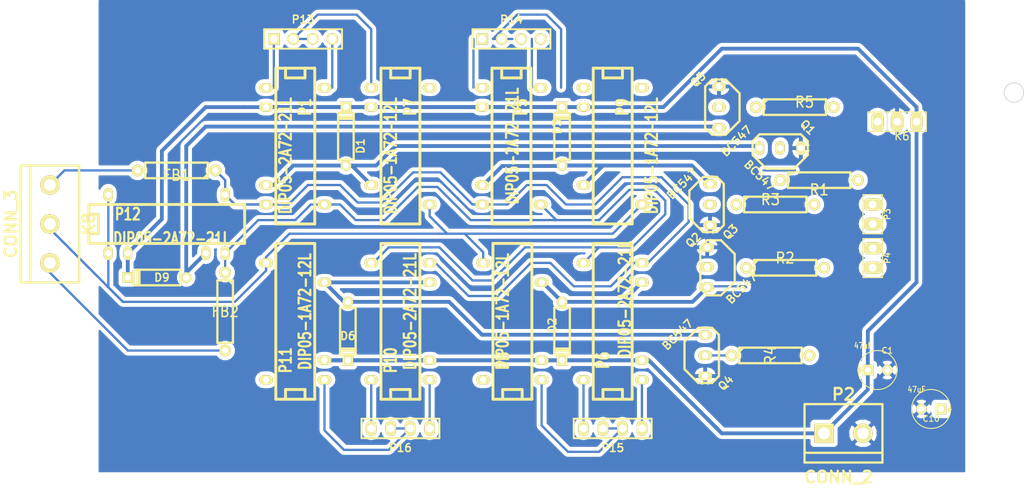
<source format=kicad_pcb>
(kicad_pcb (version 3) (host pcbnew "(2013-may-18)-stable")

  (general
    (links 83)
    (no_connects 17)
    (area 100.965 74.93 221.030001 138.5744)
    (thickness 1.6)
    (drawings 1)
    (tracks 223)
    (zones 0)
    (modules 37)
    (nets 35)
  )

  (page A3)
  (layers
    (15 F.Cu signal)
    (0 B.Cu signal)
    (17 F.Adhes user)
    (19 F.Paste user)
    (21 F.SilkS user)
    (23 F.Mask user)
    (28 Edge.Cuts user)
  )

  (setup
    (last_trace_width 0.3)
    (trace_clearance 0.3)
    (zone_clearance 0.5)
    (zone_45_only no)
    (trace_min 0.254)
    (segment_width 0.2)
    (edge_width 0.1)
    (via_size 0.889)
    (via_drill 0.635)
    (via_min_size 0.889)
    (via_min_drill 0.508)
    (uvia_size 0.508)
    (uvia_drill 0.127)
    (uvias_allowed no)
    (uvia_min_size 0.508)
    (uvia_min_drill 0.127)
    (pcb_text_width 0.3)
    (pcb_text_size 1.5 1.5)
    (mod_edge_width 0.15)
    (mod_text_size 1 1)
    (mod_text_width 0.15)
    (pad_size 1.2 1.8)
    (pad_drill 0.8128)
    (pad_to_mask_clearance 0.3)
    (solder_mask_min_width 0.3)
    (aux_axis_origin 0 0)
    (visible_elements FFFFFFBF)
    (pcbplotparams
      (layerselection 10485761)
      (usegerberextensions false)
      (excludeedgelayer false)
      (linewidth 0.150000)
      (plotframeref false)
      (viasonmask false)
      (mode 1)
      (useauxorigin false)
      (hpglpennumber 1)
      (hpglpenspeed 20)
      (hpglpendiameter 15)
      (hpglpenoverlay 2)
      (psnegative false)
      (psa4output false)
      (plotreference true)
      (plotvalue true)
      (plotothertext true)
      (plotinvisibletext false)
      (padsonsilk false)
      (subtractmaskfromsilk false)
      (outputformat 5)
      (mirror false)
      (drillshape 1)
      (scaleselection 1)
      (outputdirectory output/))
  )

  (net 0 "")
  (net 1 /EN1)
  (net 2 /EN2)
  (net 3 /EN3)
  (net 4 /EN4)
  (net 5 /EN_MUTE)
  (net 6 /G_IN1)
  (net 7 /G_IN2)
  (net 8 /G_IN3)
  (net 9 /G_IN4)
  (net 10 /G_OUT)
  (net 11 /L_IN1)
  (net 12 /L_IN2)
  (net 13 /L_IN3)
  (net 14 /L_IN4)
  (net 15 /L_OUT)
  (net 16 /R_IN1)
  (net 17 /R_IN2)
  (net 18 /R_IN3)
  (net 19 /R_IN4)
  (net 20 /R_OUT)
  (net 21 /VCC)
  (net 22 GND)
  (net 23 N-00000105)
  (net 24 N-0000027)
  (net 25 N-0000029)
  (net 26 N-000003)
  (net 27 N-0000040)
  (net 28 N-0000054)
  (net 29 N-0000055)
  (net 30 N-0000059)
  (net 31 N-0000060)
  (net 32 N-0000064)
  (net 33 N-0000065)
  (net 34 N-0000084)

  (net_class Default "This is the default net class."
    (clearance 0.3)
    (trace_width 0.3)
    (via_dia 0.889)
    (via_drill 0.635)
    (uvia_dia 0.508)
    (uvia_drill 0.127)
    (add_net "")
    (add_net /EN1)
    (add_net /EN2)
    (add_net /EN3)
    (add_net /EN4)
    (add_net /EN_MUTE)
    (add_net /G_IN1)
    (add_net /G_IN2)
    (add_net /G_IN3)
    (add_net /G_IN4)
    (add_net /G_OUT)
    (add_net /L_IN1)
    (add_net /L_IN2)
    (add_net /L_IN3)
    (add_net /L_IN4)
    (add_net /L_OUT)
    (add_net /R_IN1)
    (add_net /R_IN2)
    (add_net /R_IN3)
    (add_net /R_IN4)
    (add_net /R_OUT)
    (add_net N-0000027)
    (add_net N-0000029)
    (add_net N-0000054)
    (add_net N-0000055)
    (add_net N-0000060)
    (add_net N-0000064)
    (add_net N-0000065)
  )

  (net_class Power ""
    (clearance 0.5)
    (trace_width 0.5)
    (via_dia 0.889)
    (via_drill 0.635)
    (uvia_dia 0.508)
    (uvia_drill 0.127)
    (add_net /VCC)
    (add_net GND)
    (add_net N-00000105)
    (add_net N-000003)
    (add_net N-0000040)
    (add_net N-0000059)
    (add_net N-0000084)
  )

  (module D3 (layer F.Cu) (tedit 564B534D) (tstamp 537DC5C5)
    (at 160.782 92.71 90)
    (descr "Diode 3 pas")
    (tags "DIODE DEV")
    (path /537DC253)
    (fp_text reference D3 (at 1.27 -0.635 90) (layer F.SilkS)
      (effects (font (size 1.016 1.016) (thickness 0.2032)))
    )
    (fp_text value DIODE (at 0 0 90) (layer F.SilkS) hide
      (effects (font (size 1.016 1.016) (thickness 0.2032)))
    )
    (fp_line (start 3.81 0) (end 3.048 0) (layer F.SilkS) (width 0.3048))
    (fp_line (start 3.048 0) (end 3.048 -1.016) (layer F.SilkS) (width 0.3048))
    (fp_line (start 3.048 -1.016) (end -3.048 -1.016) (layer F.SilkS) (width 0.3048))
    (fp_line (start -3.048 -1.016) (end -3.048 0) (layer F.SilkS) (width 0.3048))
    (fp_line (start -3.048 0) (end -3.81 0) (layer F.SilkS) (width 0.3048))
    (fp_line (start -3.048 0) (end -3.048 1.016) (layer F.SilkS) (width 0.3048))
    (fp_line (start -3.048 1.016) (end 3.048 1.016) (layer F.SilkS) (width 0.3048))
    (fp_line (start 3.048 1.016) (end 3.048 0) (layer F.SilkS) (width 0.3048))
    (fp_line (start 2.54 -1.016) (end 2.54 1.016) (layer F.SilkS) (width 0.3048))
    (fp_line (start 2.286 1.016) (end 2.286 -1.016) (layer F.SilkS) (width 0.3048))
    (pad 2 thru_hole rect (at 3.81 0 90) (size 1.397 1.397) (drill 0.8128)
      (layers *.Cu *.Mask F.SilkS)
      (net 21 /VCC)
    )
    (pad 1 thru_hole circle (at -3.81 0 90) (size 1.397 1.397) (drill 0.8128)
      (layers *.Cu *.Mask F.SilkS)
      (net 23 N-00000105)
    )
    (model discret/diode.wrl
      (at (xyz 0 0 0))
      (scale (xyz 0.3 0.3 0.3))
      (rotate (xyz 0 0 0))
    )
  )

  (module R4 (layer F.Cu) (tedit 537C7D69) (tstamp 545D241C)
    (at 194.31 98.425)
    (descr "Resitance 4 pas")
    (tags R)
    (path /537C7C41)
    (autoplace_cost180 10)
    (fp_text reference R1 (at 0 1.27) (layer F.SilkS)
      (effects (font (size 1.397 1.27) (thickness 0.2032)))
    )
    (fp_text value 12K (at 0 0) (layer F.SilkS) hide
      (effects (font (size 1.397 1.27) (thickness 0.2032)))
    )
    (fp_line (start -5.08 0) (end -4.064 0) (layer F.SilkS) (width 0.3048))
    (fp_line (start -4.064 0) (end -4.064 -1.016) (layer F.SilkS) (width 0.3048))
    (fp_line (start -4.064 -1.016) (end 4.064 -1.016) (layer F.SilkS) (width 0.3048))
    (fp_line (start 4.064 -1.016) (end 4.064 1.016) (layer F.SilkS) (width 0.3048))
    (fp_line (start 4.064 1.016) (end -4.064 1.016) (layer F.SilkS) (width 0.3048))
    (fp_line (start -4.064 1.016) (end -4.064 0) (layer F.SilkS) (width 0.3048))
    (fp_line (start -4.064 -0.508) (end -3.556 -1.016) (layer F.SilkS) (width 0.3048))
    (fp_line (start 5.08 0) (end 4.064 0) (layer F.SilkS) (width 0.3048))
    (pad 1 thru_hole circle (at -5.08 0) (size 1.524 1.524) (drill 0.8128)
      (layers *.Cu *.Mask F.SilkS)
      (net 32 N-0000064)
    )
    (pad 2 thru_hole circle (at 5.08 0) (size 1.524 1.524) (drill 0.8128)
      (layers *.Cu *.Mask F.SilkS)
      (net 1 /EN1)
    )
    (model discret/resistor.wrl
      (at (xyz 0 0 0))
      (scale (xyz 0.4 0.4 0.4))
      (rotate (xyz 0 0 0))
    )
  )

  (module DIP-14__300 (layer F.Cu) (tedit 564B0C2E) (tstamp 537C7CA9)
    (at 125.984 93.98 270)
    (descr "14 pins DIL package, round pads")
    (tags DIL)
    (path /537C7ABA)
    (fp_text reference P1 (at -5.08 -1.27 270) (layer F.SilkS)
      (effects (font (size 1.524 1.143) (thickness 0.3048)))
    )
    (fp_text value DIP05-2A72-21L (at 1.27 1.27 270) (layer F.SilkS)
      (effects (font (size 1.524 1.143) (thickness 0.3048)))
    )
    (fp_line (start -10.16 -2.54) (end 10.16 -2.54) (layer F.SilkS) (width 0.381))
    (fp_line (start 10.16 2.54) (end -10.16 2.54) (layer F.SilkS) (width 0.381))
    (fp_line (start -10.16 2.54) (end -10.16 -2.54) (layer F.SilkS) (width 0.381))
    (fp_line (start -10.16 -1.27) (end -8.89 -1.27) (layer F.SilkS) (width 0.381))
    (fp_line (start -8.89 -1.27) (end -8.89 1.27) (layer F.SilkS) (width 0.381))
    (fp_line (start -8.89 1.27) (end -10.16 1.27) (layer F.SilkS) (width 0.381))
    (fp_line (start 10.16 -2.54) (end 10.16 2.54) (layer F.SilkS) (width 0.381))
    (pad 1 thru_hole oval (at -7.62 3.81 270) (size 1.2 1.8) (drill 0.8128)
      (layers *.Cu *.Mask F.SilkS)
      (net 11 /L_IN1)
    )
    (pad 2 thru_hole oval (at -5.08 3.81 270) (size 1.2 1.8) (drill 0.8128)
      (layers *.Cu *.Mask F.SilkS)
      (net 21 /VCC)
    )
    (pad 6 thru_hole oval (at 5.08 3.81 270) (size 1.2 1.8) (drill 0.8128)
      (layers *.Cu *.Mask F.SilkS)
      (net 34 N-0000084)
    )
    (pad 7 thru_hole oval (at 7.62 3.81 270) (size 1.2 1.8) (drill 0.8128)
      (layers *.Cu *.Mask F.SilkS)
      (net 15 /L_OUT)
    )
    (pad 8 thru_hole oval (at 7.62 -3.81 270) (size 1.2 1.8) (drill 0.8128)
      (layers *.Cu *.Mask F.SilkS)
      (net 20 /R_OUT)
    )
    (pad 14 thru_hole oval (at -7.62 -3.81 270) (size 1.2 1.8) (drill 0.8128)
      (layers *.Cu *.Mask F.SilkS)
      (net 16 /R_IN1)
    )
    (model dil/dil_14.wrl
      (at (xyz 0 0 0))
      (scale (xyz 1 1 1))
      (rotate (xyz 0 0 0))
    )
  )

  (module D3 (layer F.Cu) (tedit 537DC95C) (tstamp 564B1754)
    (at 132.588 92.71 90)
    (descr "Diode 3 pas")
    (tags "DIODE DEV")
    (path /537C7AE2)
    (fp_text reference D1 (at -1.27 1.905 90) (layer F.SilkS)
      (effects (font (size 1.016 1.016) (thickness 0.2032)))
    )
    (fp_text value DIODE (at 0 0 90) (layer F.SilkS) hide
      (effects (font (size 1.016 1.016) (thickness 0.2032)))
    )
    (fp_line (start 3.81 0) (end 3.048 0) (layer F.SilkS) (width 0.3048))
    (fp_line (start 3.048 0) (end 3.048 -1.016) (layer F.SilkS) (width 0.3048))
    (fp_line (start 3.048 -1.016) (end -3.048 -1.016) (layer F.SilkS) (width 0.3048))
    (fp_line (start -3.048 -1.016) (end -3.048 0) (layer F.SilkS) (width 0.3048))
    (fp_line (start -3.048 0) (end -3.81 0) (layer F.SilkS) (width 0.3048))
    (fp_line (start -3.048 0) (end -3.048 1.016) (layer F.SilkS) (width 0.3048))
    (fp_line (start -3.048 1.016) (end 3.048 1.016) (layer F.SilkS) (width 0.3048))
    (fp_line (start 3.048 1.016) (end 3.048 0) (layer F.SilkS) (width 0.3048))
    (fp_line (start 2.54 -1.016) (end 2.54 1.016) (layer F.SilkS) (width 0.3048))
    (fp_line (start 2.286 1.016) (end 2.286 -1.016) (layer F.SilkS) (width 0.3048))
    (pad 2 thru_hole rect (at 3.81 0 90) (size 1.397 1.397) (drill 0.8128)
      (layers *.Cu *.Mask F.SilkS)
      (net 21 /VCC)
    )
    (pad 1 thru_hole circle (at -3.81 0 90) (size 1.397 1.397) (drill 0.8128)
      (layers *.Cu *.Mask F.SilkS)
      (net 34 N-0000084)
    )
    (model discret/diode.wrl
      (at (xyz 0 0 0))
      (scale (xyz 0.3 0.3 0.3))
      (rotate (xyz 0 0 0))
    )
  )

  (module R4 (layer F.Cu) (tedit 564B412A) (tstamp 537DC54E)
    (at 188.595 101.6)
    (descr "Resitance 4 pas")
    (tags R)
    (path /537DC288)
    (autoplace_cost180 10)
    (fp_text reference R3 (at -0.635 -0.635) (layer F.SilkS)
      (effects (font (size 1.397 1.27) (thickness 0.2032)))
    )
    (fp_text value 12K (at 0 0) (layer F.SilkS) hide
      (effects (font (size 1.397 1.27) (thickness 0.2032)))
    )
    (fp_line (start -5.08 0) (end -4.064 0) (layer F.SilkS) (width 0.3048))
    (fp_line (start -4.064 0) (end -4.064 -1.016) (layer F.SilkS) (width 0.3048))
    (fp_line (start -4.064 -1.016) (end 4.064 -1.016) (layer F.SilkS) (width 0.3048))
    (fp_line (start 4.064 -1.016) (end 4.064 1.016) (layer F.SilkS) (width 0.3048))
    (fp_line (start 4.064 1.016) (end -4.064 1.016) (layer F.SilkS) (width 0.3048))
    (fp_line (start -4.064 1.016) (end -4.064 0) (layer F.SilkS) (width 0.3048))
    (fp_line (start -4.064 -0.508) (end -3.556 -1.016) (layer F.SilkS) (width 0.3048))
    (fp_line (start 5.08 0) (end 4.064 0) (layer F.SilkS) (width 0.3048))
    (pad 1 thru_hole circle (at -5.08 0) (size 1.524 1.524) (drill 0.8128)
      (layers *.Cu *.Mask F.SilkS)
      (net 33 N-0000065)
    )
    (pad 2 thru_hole circle (at 5.08 0) (size 1.524 1.524) (drill 0.8128)
      (layers *.Cu *.Mask F.SilkS)
      (net 2 /EN2)
    )
    (model discret/resistor.wrl
      (at (xyz 0 0 0))
      (scale (xyz 0.4 0.4 0.4))
      (rotate (xyz 0 0 0))
    )
  )

  (module DIP-14__300 (layer F.Cu) (tedit 564E1FE6) (tstamp 537DC583)
    (at 154.178 93.98 270)
    (descr "14 pins DIL package, round pads")
    (tags DIL)
    (path /537DC24D)
    (fp_text reference P5 (at -5.08 -1.27 270) (layer F.SilkS)
      (effects (font (size 1.524 1.143) (thickness 0.3048)))
    )
    (fp_text value DIP05-2A72-21L (at 0 -0.127 270) (layer F.SilkS)
      (effects (font (size 1.524 1.143) (thickness 0.3048)))
    )
    (fp_line (start -10.16 -2.54) (end 10.16 -2.54) (layer F.SilkS) (width 0.381))
    (fp_line (start 10.16 2.54) (end -10.16 2.54) (layer F.SilkS) (width 0.381))
    (fp_line (start -10.16 2.54) (end -10.16 -2.54) (layer F.SilkS) (width 0.381))
    (fp_line (start -10.16 -1.27) (end -8.89 -1.27) (layer F.SilkS) (width 0.381))
    (fp_line (start -8.89 -1.27) (end -8.89 1.27) (layer F.SilkS) (width 0.381))
    (fp_line (start -8.89 1.27) (end -10.16 1.27) (layer F.SilkS) (width 0.381))
    (fp_line (start 10.16 -2.54) (end 10.16 2.54) (layer F.SilkS) (width 0.381))
    (pad 1 thru_hole oval (at -7.62 3.81 270) (size 1.2 1.8) (drill 0.8128)
      (layers *.Cu *.Mask F.SilkS)
      (net 12 /L_IN2)
    )
    (pad 2 thru_hole oval (at -5.08 3.81 270) (size 1.2 1.8) (drill 0.8128)
      (layers *.Cu *.Mask F.SilkS)
      (net 21 /VCC)
    )
    (pad 6 thru_hole oval (at 5.08 3.81 270) (size 1.2 1.8) (drill 0.8128)
      (layers *.Cu *.Mask F.SilkS)
      (net 23 N-00000105)
    )
    (pad 7 thru_hole oval (at 7.62 3.81 270) (size 1.2 1.8) (drill 0.8128)
      (layers *.Cu *.Mask F.SilkS)
      (net 15 /L_OUT)
    )
    (pad 8 thru_hole oval (at 7.62 -3.81 270) (size 1.2 1.8) (drill 0.8128)
      (layers *.Cu *.Mask F.SilkS)
      (net 20 /R_OUT)
    )
    (pad 14 thru_hole oval (at -7.62 -3.81 270) (size 1.2 1.8) (drill 0.8128)
      (layers *.Cu *.Mask F.SilkS)
      (net 17 /R_IN2)
    )
    (model dil/dil_14.wrl
      (at (xyz 0 0 0))
      (scale (xyz 1 1 1))
      (rotate (xyz 0 0 0))
    )
  )

  (module bornier2 (layer F.Cu) (tedit 545D2009) (tstamp 537DC615)
    (at 197.485 131.445)
    (descr "Bornier d'alimentation 2 pins")
    (tags DEV)
    (path /537C7CF0)
    (fp_text reference P2 (at 0 -5.08) (layer F.SilkS)
      (effects (font (size 1.524 1.524) (thickness 0.3048)))
    )
    (fp_text value CONN_2 (at -0.635 5.715) (layer F.SilkS)
      (effects (font (size 1.524 1.524) (thickness 0.3048)))
    )
    (fp_line (start 5.08 2.54) (end -5.08 2.54) (layer F.SilkS) (width 0.3048))
    (fp_line (start 5.08 3.81) (end 5.08 -3.81) (layer F.SilkS) (width 0.3048))
    (fp_line (start 5.08 -3.81) (end -5.08 -3.81) (layer F.SilkS) (width 0.3048))
    (fp_line (start -5.08 -3.81) (end -5.08 3.81) (layer F.SilkS) (width 0.3048))
    (fp_line (start -5.08 3.81) (end 5.08 3.81) (layer F.SilkS) (width 0.3048))
    (pad 1 thru_hole rect (at -2.54 0) (size 2.54 2.54) (drill 1.524)
      (layers *.Cu *.Mask F.SilkS)
      (net 21 /VCC)
    )
    (pad 2 thru_hole circle (at 2.54 0) (size 2.54 2.54) (drill 1.524)
      (layers *.Cu *.Mask F.SilkS)
      (net 22 GND)
    )
    (model device/bornier_2.wrl
      (at (xyz 0 0 0))
      (scale (xyz 1 1 1))
      (rotate (xyz 0 0 0))
    )
  )

  (module DIP-14__300 (layer F.Cu) (tedit 564B0C1A) (tstamp 538217ED)
    (at 139.7 93.98 270)
    (descr "14 pins DIL package, round pads")
    (tags DIL)
    (path /5382156C)
    (fp_text reference P7 (at -5.08 -1.27 270) (layer F.SilkS)
      (effects (font (size 1.524 1.143) (thickness 0.3048)))
    )
    (fp_text value DIP05-1A72-12L (at 1.27 1.27 270) (layer F.SilkS)
      (effects (font (size 1.524 1.143) (thickness 0.3048)))
    )
    (fp_line (start -10.16 -2.54) (end 10.16 -2.54) (layer F.SilkS) (width 0.381))
    (fp_line (start 10.16 2.54) (end -10.16 2.54) (layer F.SilkS) (width 0.381))
    (fp_line (start -10.16 2.54) (end -10.16 -2.54) (layer F.SilkS) (width 0.381))
    (fp_line (start -10.16 -1.27) (end -8.89 -1.27) (layer F.SilkS) (width 0.381))
    (fp_line (start -8.89 -1.27) (end -8.89 1.27) (layer F.SilkS) (width 0.381))
    (fp_line (start -8.89 1.27) (end -10.16 1.27) (layer F.SilkS) (width 0.381))
    (fp_line (start 10.16 -2.54) (end 10.16 2.54) (layer F.SilkS) (width 0.381))
    (pad 1 thru_hole oval (at -7.62 3.81 270) (size 1.2 1.8) (drill 0.8128)
      (layers *.Cu *.Mask F.SilkS)
      (net 6 /G_IN1)
    )
    (pad 2 thru_hole oval (at -5.08 3.81 270) (size 1.2 1.8) (drill 0.8128)
      (layers *.Cu *.Mask F.SilkS)
      (net 21 /VCC)
    )
    (pad 6 thru_hole oval (at 5.08 3.81 270) (size 1.2 1.8) (drill 0.8128)
      (layers *.Cu *.Mask F.SilkS)
      (net 34 N-0000084)
    )
    (pad 8 thru_hole oval (at 7.62 -3.81 270) (size 1.2 1.8) (drill 0.8128)
      (layers *.Cu *.Mask F.SilkS)
      (net 10 /G_OUT)
    )
    (pad 14 thru_hole oval (at -7.62 -3.81 270) (size 1.2 1.8) (drill 0.8128)
      (layers *.Cu *.Mask F.SilkS)
    )
    (model dil/dil_14.wrl
      (at (xyz 0 0 0))
      (scale (xyz 1 1 1))
      (rotate (xyz 0 0 0))
    )
  )

  (module DIP-14__300 (layer F.Cu) (tedit 564B1B7A) (tstamp 5382181F)
    (at 167.386 93.98 270)
    (descr "14 pins DIL package, round pads")
    (tags DIL)
    (path /53821889)
    (fp_text reference P9 (at -5.08 -1.27 270) (layer F.SilkS)
      (effects (font (size 1.524 1.143) (thickness 0.3048)))
    )
    (fp_text value DIP05-1A72-12L (at 1.27 -5.08 270) (layer F.SilkS)
      (effects (font (size 1.524 1.143) (thickness 0.3048)))
    )
    (fp_line (start -10.16 -2.54) (end 10.16 -2.54) (layer F.SilkS) (width 0.381))
    (fp_line (start 10.16 2.54) (end -10.16 2.54) (layer F.SilkS) (width 0.381))
    (fp_line (start -10.16 2.54) (end -10.16 -2.54) (layer F.SilkS) (width 0.381))
    (fp_line (start -10.16 -1.27) (end -8.89 -1.27) (layer F.SilkS) (width 0.381))
    (fp_line (start -8.89 -1.27) (end -8.89 1.27) (layer F.SilkS) (width 0.381))
    (fp_line (start -8.89 1.27) (end -10.16 1.27) (layer F.SilkS) (width 0.381))
    (fp_line (start 10.16 -2.54) (end 10.16 2.54) (layer F.SilkS) (width 0.381))
    (pad 1 thru_hole oval (at -7.62 3.81 270) (size 1.2 1.8) (drill 0.8128)
      (layers *.Cu *.Mask F.SilkS)
      (net 7 /G_IN2)
    )
    (pad 2 thru_hole oval (at -5.08 3.81 270) (size 1.2 1.8) (drill 0.8128)
      (layers *.Cu *.Mask F.SilkS)
      (net 21 /VCC)
    )
    (pad 6 thru_hole oval (at 5.08 3.81 270) (size 1.2 1.8) (drill 0.8128)
      (layers *.Cu *.Mask F.SilkS)
      (net 23 N-00000105)
    )
    (pad 8 thru_hole oval (at 7.62 -3.81 270) (size 1.2 1.8) (drill 0.8128)
      (layers *.Cu *.Mask F.SilkS)
      (net 10 /G_OUT)
    )
    (pad 14 thru_hole oval (at -7.62 -3.81 270) (size 1.2 1.8) (drill 0.8128)
      (layers *.Cu *.Mask F.SilkS)
    )
    (model dil/dil_14.wrl
      (at (xyz 0 0 0))
      (scale (xyz 1 1 1))
      (rotate (xyz 0 0 0))
    )
  )

  (module PIN_ARRAY_2X1 (layer F.Cu) (tedit 548399A2) (tstamp 537DC5F2)
    (at 201.295 102.87 270)
    (descr "Connecteurs 2 pins")
    (tags "CONN DEV")
    (path /53830038)
    (fp_text reference P3 (at 0 -1.905 270) (layer F.SilkS)
      (effects (font (size 0.762 0.762) (thickness 0.1524)))
    )
    (fp_text value CONN_2 (at 0 -1.905 270) (layer F.SilkS) hide
      (effects (font (size 0.762 0.762) (thickness 0.1524)))
    )
    (fp_line (start -2.54 1.27) (end -2.54 -1.27) (layer F.SilkS) (width 0.1524))
    (fp_line (start -2.54 -1.27) (end 2.54 -1.27) (layer F.SilkS) (width 0.1524))
    (fp_line (start 2.54 -1.27) (end 2.54 1.27) (layer F.SilkS) (width 0.1524))
    (fp_line (start 2.54 1.27) (end -2.54 1.27) (layer F.SilkS) (width 0.1524))
    (pad 1 thru_hole oval (at -1.27 0 270) (size 1.6 2.6) (drill 1.016)
      (layers *.Cu *.Mask F.SilkS)
      (net 1 /EN1)
    )
    (pad 2 thru_hole oval (at 1.27 0 270) (size 1.6 2.6) (drill 1.016)
      (layers *.Cu *.Mask F.SilkS)
      (net 2 /EN2)
    )
    (model pin_array/pins_array_2x1.wrl
      (at (xyz 0 0 0))
      (scale (xyz 1 1 1))
      (rotate (xyz 0 0 0))
    )
  )

  (module C1V5 (layer F.Cu) (tedit 564B3E5C) (tstamp 5383036B)
    (at 201.93 123.19)
    (descr "Condensateur e = 1 pas")
    (tags C)
    (path /538301F0)
    (fp_text reference C1 (at 1.27 -2.54) (layer F.SilkS)
      (effects (font (size 0.762 0.762) (thickness 0.127)))
    )
    (fp_text value 47uF (at -1.905 -3.175) (layer F.SilkS)
      (effects (font (size 0.762 0.635) (thickness 0.127)))
    )
    (fp_text user + (at -2.286 0) (layer F.SilkS)
      (effects (font (size 0.762 0.762) (thickness 0.2032)))
    )
    (fp_circle (center 0 0) (end 0.127 -2.54) (layer F.SilkS) (width 0.127))
    (pad 1 thru_hole rect (at -1.27 0) (size 1.397 1.397) (drill 0.8128)
      (layers *.Cu *.Mask F.SilkS)
      (net 21 /VCC)
    )
    (pad 2 thru_hole circle (at 1.27 0) (size 1.397 1.397) (drill 0.8128)
      (layers *.Cu *.Mask F.SilkS)
      (net 22 GND)
    )
    (model discret/c_vert_c1v5.wrl
      (at (xyz 0 0 0))
      (scale (xyz 1 1 1))
      (rotate (xyz 0 0 0))
    )
  )

  (module R4 (layer F.Cu) (tedit 545D1D8D) (tstamp 545CDC0F)
    (at 189.865 109.855)
    (descr "Resitance 4 pas")
    (tags R)
    (path /545CDBDB)
    (autoplace_cost180 10)
    (fp_text reference R2 (at 0 -1.27) (layer F.SilkS)
      (effects (font (size 1.397 1.27) (thickness 0.2032)))
    )
    (fp_text value 12K (at 0 0) (layer F.SilkS) hide
      (effects (font (size 1.397 1.27) (thickness 0.2032)))
    )
    (fp_line (start -5.08 0) (end -4.064 0) (layer F.SilkS) (width 0.3048))
    (fp_line (start -4.064 0) (end -4.064 -1.016) (layer F.SilkS) (width 0.3048))
    (fp_line (start -4.064 -1.016) (end 4.064 -1.016) (layer F.SilkS) (width 0.3048))
    (fp_line (start 4.064 -1.016) (end 4.064 1.016) (layer F.SilkS) (width 0.3048))
    (fp_line (start 4.064 1.016) (end -4.064 1.016) (layer F.SilkS) (width 0.3048))
    (fp_line (start -4.064 1.016) (end -4.064 0) (layer F.SilkS) (width 0.3048))
    (fp_line (start -4.064 -0.508) (end -3.556 -1.016) (layer F.SilkS) (width 0.3048))
    (fp_line (start 5.08 0) (end 4.064 0) (layer F.SilkS) (width 0.3048))
    (pad 1 thru_hole circle (at -5.08 0) (size 1.524 1.524) (drill 0.8128)
      (layers *.Cu *.Mask F.SilkS)
      (net 24 N-0000027)
    )
    (pad 2 thru_hole circle (at 5.08 0) (size 1.524 1.524) (drill 0.8128)
      (layers *.Cu *.Mask F.SilkS)
      (net 3 /EN3)
    )
    (model discret/resistor.wrl
      (at (xyz 0 0 0))
      (scale (xyz 0.4 0.4 0.4))
      (rotate (xyz 0 0 0))
    )
  )

  (module R4 (layer F.Cu) (tedit 545D1DD8) (tstamp 545CDC1D)
    (at 187.96 121.285)
    (descr "Resitance 4 pas")
    (tags R)
    (path /545CDC0D)
    (autoplace_cost180 10)
    (fp_text reference R4 (at 0 0 90) (layer F.SilkS)
      (effects (font (size 1.397 1.27) (thickness 0.2032)))
    )
    (fp_text value 12K (at 0 0) (layer F.SilkS) hide
      (effects (font (size 1.397 1.27) (thickness 0.2032)))
    )
    (fp_line (start -5.08 0) (end -4.064 0) (layer F.SilkS) (width 0.3048))
    (fp_line (start -4.064 0) (end -4.064 -1.016) (layer F.SilkS) (width 0.3048))
    (fp_line (start -4.064 -1.016) (end 4.064 -1.016) (layer F.SilkS) (width 0.3048))
    (fp_line (start 4.064 -1.016) (end 4.064 1.016) (layer F.SilkS) (width 0.3048))
    (fp_line (start 4.064 1.016) (end -4.064 1.016) (layer F.SilkS) (width 0.3048))
    (fp_line (start -4.064 1.016) (end -4.064 0) (layer F.SilkS) (width 0.3048))
    (fp_line (start -4.064 -0.508) (end -3.556 -1.016) (layer F.SilkS) (width 0.3048))
    (fp_line (start 5.08 0) (end 4.064 0) (layer F.SilkS) (width 0.3048))
    (pad 1 thru_hole circle (at -5.08 0) (size 1.524 1.524) (drill 0.8128)
      (layers *.Cu *.Mask F.SilkS)
      (net 25 N-0000029)
    )
    (pad 2 thru_hole circle (at 5.08 0) (size 1.524 1.524) (drill 0.8128)
      (layers *.Cu *.Mask F.SilkS)
      (net 4 /EN4)
    )
    (model discret/resistor.wrl
      (at (xyz 0 0 0))
      (scale (xyz 0.4 0.4 0.4))
      (rotate (xyz 0 0 0))
    )
  )

  (module PIN_ARRAY_2X1 (layer F.Cu) (tedit 548399AC) (tstamp 545CDC27)
    (at 201.295 108.585 270)
    (descr "Connecteurs 2 pins")
    (tags "CONN DEV")
    (path /545CDC8E)
    (fp_text reference P4 (at 0 -1.905 270) (layer F.SilkS)
      (effects (font (size 0.762 0.762) (thickness 0.1524)))
    )
    (fp_text value CONN_2 (at 0 -1.905 270) (layer F.SilkS) hide
      (effects (font (size 0.762 0.762) (thickness 0.1524)))
    )
    (fp_line (start -2.54 1.27) (end -2.54 -1.27) (layer F.SilkS) (width 0.1524))
    (fp_line (start -2.54 -1.27) (end 2.54 -1.27) (layer F.SilkS) (width 0.1524))
    (fp_line (start 2.54 -1.27) (end 2.54 1.27) (layer F.SilkS) (width 0.1524))
    (fp_line (start 2.54 1.27) (end -2.54 1.27) (layer F.SilkS) (width 0.1524))
    (pad 1 thru_hole oval (at -1.27 0 270) (size 1.6 2.6) (drill 1.016)
      (layers *.Cu *.Mask F.SilkS)
      (net 3 /EN3)
    )
    (pad 2 thru_hole oval (at 1.27 0 270) (size 1.6 2.6) (drill 1.016)
      (layers *.Cu *.Mask F.SilkS)
      (net 4 /EN4)
    )
    (model pin_array/pins_array_2x1.wrl
      (at (xyz 0 0 0))
      (scale (xyz 1 1 1))
      (rotate (xyz 0 0 0))
    )
  )

  (module DIP-14__300 (layer F.Cu) (tedit 564B0BE2) (tstamp 545CDC40)
    (at 167.386 116.84 90)
    (descr "14 pins DIL package, round pads")
    (tags DIL)
    (path /545CDBB0)
    (fp_text reference P6 (at -5.08 -1.27 90) (layer F.SilkS)
      (effects (font (size 1.524 1.143) (thickness 0.3048)))
    )
    (fp_text value DIP05-2A72-21L (at 2.8575 1.5875 90) (layer F.SilkS)
      (effects (font (size 1.524 1.143) (thickness 0.3048)))
    )
    (fp_line (start -10.16 -2.54) (end 10.16 -2.54) (layer F.SilkS) (width 0.381))
    (fp_line (start 10.16 2.54) (end -10.16 2.54) (layer F.SilkS) (width 0.381))
    (fp_line (start -10.16 2.54) (end -10.16 -2.54) (layer F.SilkS) (width 0.381))
    (fp_line (start -10.16 -1.27) (end -8.89 -1.27) (layer F.SilkS) (width 0.381))
    (fp_line (start -8.89 -1.27) (end -8.89 1.27) (layer F.SilkS) (width 0.381))
    (fp_line (start -8.89 1.27) (end -10.16 1.27) (layer F.SilkS) (width 0.381))
    (fp_line (start 10.16 -2.54) (end 10.16 2.54) (layer F.SilkS) (width 0.381))
    (pad 1 thru_hole oval (at -7.62 3.81 90) (size 1.2 1.8) (drill 0.8128)
      (layers *.Cu *.Mask F.SilkS)
      (net 13 /L_IN3)
    )
    (pad 2 thru_hole oval (at -5.08 3.81 90) (size 1.2 1.8) (drill 0.8128)
      (layers *.Cu *.Mask F.SilkS)
      (net 21 /VCC)
    )
    (pad 6 thru_hole oval (at 5.08 3.81 90) (size 1.2 1.8) (drill 0.8128)
      (layers *.Cu *.Mask F.SilkS)
      (net 27 N-0000040)
    )
    (pad 7 thru_hole oval (at 7.62 3.81 90) (size 1.2 1.8) (drill 0.8128)
      (layers *.Cu *.Mask F.SilkS)
      (net 15 /L_OUT)
    )
    (pad 8 thru_hole oval (at 7.62 -3.81 90) (size 1.2 1.8) (drill 0.8128)
      (layers *.Cu *.Mask F.SilkS)
      (net 20 /R_OUT)
    )
    (pad 14 thru_hole oval (at -7.62 -3.81 90) (size 1.2 1.8) (drill 0.8128)
      (layers *.Cu *.Mask F.SilkS)
      (net 18 /R_IN3)
    )
    (model dil/dil_14.wrl
      (at (xyz 0 0 0))
      (scale (xyz 1 1 1))
      (rotate (xyz 0 0 0))
    )
  )

  (module DIP-14__300 (layer F.Cu) (tedit 564B052F) (tstamp 564E1C36)
    (at 139.7 116.84 90)
    (descr "14 pins DIL package, round pads")
    (tags DIL)
    (path /545CDBE9)
    (fp_text reference P10 (at -5.08 -1.27 90) (layer F.SilkS)
      (effects (font (size 1.524 1.143) (thickness 0.3048)))
    )
    (fp_text value DIP05-2A72-21L (at 1.27 1.27 90) (layer F.SilkS)
      (effects (font (size 1.524 1.143) (thickness 0.3048)))
    )
    (fp_line (start -10.16 -2.54) (end 10.16 -2.54) (layer F.SilkS) (width 0.381))
    (fp_line (start 10.16 2.54) (end -10.16 2.54) (layer F.SilkS) (width 0.381))
    (fp_line (start -10.16 2.54) (end -10.16 -2.54) (layer F.SilkS) (width 0.381))
    (fp_line (start -10.16 -1.27) (end -8.89 -1.27) (layer F.SilkS) (width 0.381))
    (fp_line (start -8.89 -1.27) (end -8.89 1.27) (layer F.SilkS) (width 0.381))
    (fp_line (start -8.89 1.27) (end -10.16 1.27) (layer F.SilkS) (width 0.381))
    (fp_line (start 10.16 -2.54) (end 10.16 2.54) (layer F.SilkS) (width 0.381))
    (pad 1 thru_hole oval (at -7.62 3.81 90) (size 1.2 1.8) (drill 0.8128)
      (layers *.Cu *.Mask F.SilkS)
      (net 14 /L_IN4)
    )
    (pad 2 thru_hole oval (at -5.08 3.81 90) (size 1.2 1.8) (drill 0.8128)
      (layers *.Cu *.Mask F.SilkS)
      (net 21 /VCC)
    )
    (pad 6 thru_hole oval (at 5.08 3.81 90) (size 1.2 1.8) (drill 0.8128)
      (layers *.Cu *.Mask F.SilkS)
      (net 26 N-000003)
    )
    (pad 7 thru_hole oval (at 7.62 3.81 90) (size 1.2 1.8) (drill 0.8128)
      (layers *.Cu *.Mask F.SilkS)
      (net 15 /L_OUT)
    )
    (pad 8 thru_hole oval (at 7.62 -3.81 90) (size 1.2 1.8) (drill 0.8128)
      (layers *.Cu *.Mask F.SilkS)
      (net 20 /R_OUT)
    )
    (pad 14 thru_hole oval (at -7.62 -3.81 90) (size 1.2 1.8) (drill 0.8128)
      (layers *.Cu *.Mask F.SilkS)
      (net 19 /R_IN4)
    )
    (model dil/dil_14.wrl
      (at (xyz 0 0 0))
      (scale (xyz 1 1 1))
      (rotate (xyz 0 0 0))
    )
  )

  (module DIP-14__300 (layer F.Cu) (tedit 564E1B39) (tstamp 545CDC72)
    (at 154.305 116.84 90)
    (descr "14 pins DIL package, round pads")
    (tags DIL)
    (path /545CDC34)
    (fp_text reference P8 (at -5.08 -1.27 90) (layer F.SilkS)
      (effects (font (size 1.524 1.143) (thickness 0.3048)))
    )
    (fp_text value DIP05-1A72-12L (at 1.27 -1.27 90) (layer F.SilkS)
      (effects (font (size 1.524 1.143) (thickness 0.3048)))
    )
    (fp_line (start -10.16 -2.54) (end 10.16 -2.54) (layer F.SilkS) (width 0.381))
    (fp_line (start 10.16 2.54) (end -10.16 2.54) (layer F.SilkS) (width 0.381))
    (fp_line (start -10.16 2.54) (end -10.16 -2.54) (layer F.SilkS) (width 0.381))
    (fp_line (start -10.16 -1.27) (end -8.89 -1.27) (layer F.SilkS) (width 0.381))
    (fp_line (start -8.89 -1.27) (end -8.89 1.27) (layer F.SilkS) (width 0.381))
    (fp_line (start -8.89 1.27) (end -10.16 1.27) (layer F.SilkS) (width 0.381))
    (fp_line (start 10.16 -2.54) (end 10.16 2.54) (layer F.SilkS) (width 0.381))
    (pad 1 thru_hole oval (at -7.62 3.81 90) (size 1.2 1.8) (drill 0.8128)
      (layers *.Cu *.Mask F.SilkS)
      (net 8 /G_IN3)
    )
    (pad 2 thru_hole oval (at -5.08 3.81 90) (size 1.2 1.8) (drill 0.8128)
      (layers *.Cu *.Mask F.SilkS)
      (net 21 /VCC)
    )
    (pad 6 thru_hole oval (at 5.08 3.81 90) (size 1.2 1.8) (drill 0.8128)
      (layers *.Cu *.Mask F.SilkS)
      (net 27 N-0000040)
    )
    (pad 8 thru_hole oval (at 7.62 -3.81 90) (size 1.2 1.8) (drill 0.8128)
      (layers *.Cu *.Mask F.SilkS)
      (net 10 /G_OUT)
    )
    (pad 14 thru_hole oval (at -7.62 -3.81 90) (size 1.2 1.8) (drill 0.8128)
      (layers *.Cu *.Mask F.SilkS)
    )
    (model dil/dil_14.wrl
      (at (xyz 0 0 0))
      (scale (xyz 1 1 1))
      (rotate (xyz 0 0 0))
    )
  )

  (module D3 (layer F.Cu) (tedit 564E1E7A) (tstamp 545CDC9B)
    (at 160.782 118.11 270)
    (descr "Diode 3 pas")
    (tags "DIODE DEV")
    (path /545CDBB6)
    (fp_text reference D2 (at -0.762 1.27 270) (layer F.SilkS)
      (effects (font (size 1.016 1.016) (thickness 0.2032)))
    )
    (fp_text value DIODE (at 0 0 270) (layer F.SilkS) hide
      (effects (font (size 1.016 1.016) (thickness 0.2032)))
    )
    (fp_line (start 3.81 0) (end 3.048 0) (layer F.SilkS) (width 0.3048))
    (fp_line (start 3.048 0) (end 3.048 -1.016) (layer F.SilkS) (width 0.3048))
    (fp_line (start 3.048 -1.016) (end -3.048 -1.016) (layer F.SilkS) (width 0.3048))
    (fp_line (start -3.048 -1.016) (end -3.048 0) (layer F.SilkS) (width 0.3048))
    (fp_line (start -3.048 0) (end -3.81 0) (layer F.SilkS) (width 0.3048))
    (fp_line (start -3.048 0) (end -3.048 1.016) (layer F.SilkS) (width 0.3048))
    (fp_line (start -3.048 1.016) (end 3.048 1.016) (layer F.SilkS) (width 0.3048))
    (fp_line (start 3.048 1.016) (end 3.048 0) (layer F.SilkS) (width 0.3048))
    (fp_line (start 2.54 -1.016) (end 2.54 1.016) (layer F.SilkS) (width 0.3048))
    (fp_line (start 2.286 1.016) (end 2.286 -1.016) (layer F.SilkS) (width 0.3048))
    (pad 2 thru_hole rect (at 3.81 0 270) (size 1.397 1.397) (drill 0.8128)
      (layers *.Cu *.Mask F.SilkS)
      (net 21 /VCC)
    )
    (pad 1 thru_hole circle (at -3.81 0 270) (size 1.397 1.397) (drill 0.8128)
      (layers *.Cu *.Mask F.SilkS)
      (net 27 N-0000040)
    )
    (model discret/diode.wrl
      (at (xyz 0 0 0))
      (scale (xyz 0.3 0.3 0.3))
      (rotate (xyz 0 0 0))
    )
  )

  (module D3 (layer F.Cu) (tedit 545CE4FB) (tstamp 545CDCAB)
    (at 132.842 118.11 270)
    (descr "Diode 3 pas")
    (tags "DIODE DEV")
    (path /545CDBEF)
    (fp_text reference D6 (at 0.635 0 360) (layer F.SilkS)
      (effects (font (size 1.016 1.016) (thickness 0.2032)))
    )
    (fp_text value DIODE (at 0 0 270) (layer F.SilkS) hide
      (effects (font (size 1.016 1.016) (thickness 0.2032)))
    )
    (fp_line (start 3.81 0) (end 3.048 0) (layer F.SilkS) (width 0.3048))
    (fp_line (start 3.048 0) (end 3.048 -1.016) (layer F.SilkS) (width 0.3048))
    (fp_line (start 3.048 -1.016) (end -3.048 -1.016) (layer F.SilkS) (width 0.3048))
    (fp_line (start -3.048 -1.016) (end -3.048 0) (layer F.SilkS) (width 0.3048))
    (fp_line (start -3.048 0) (end -3.81 0) (layer F.SilkS) (width 0.3048))
    (fp_line (start -3.048 0) (end -3.048 1.016) (layer F.SilkS) (width 0.3048))
    (fp_line (start -3.048 1.016) (end 3.048 1.016) (layer F.SilkS) (width 0.3048))
    (fp_line (start 3.048 1.016) (end 3.048 0) (layer F.SilkS) (width 0.3048))
    (fp_line (start 2.54 -1.016) (end 2.54 1.016) (layer F.SilkS) (width 0.3048))
    (fp_line (start 2.286 1.016) (end 2.286 -1.016) (layer F.SilkS) (width 0.3048))
    (pad 2 thru_hole rect (at 3.81 0 270) (size 1.397 1.397) (drill 0.8128)
      (layers *.Cu *.Mask F.SilkS)
      (net 21 /VCC)
    )
    (pad 1 thru_hole circle (at -3.81 0 270) (size 1.397 1.397) (drill 0.8128)
      (layers *.Cu *.Mask F.SilkS)
      (net 26 N-000003)
    )
    (model discret/diode.wrl
      (at (xyz 0 0 0))
      (scale (xyz 0.3 0.3 0.3))
      (rotate (xyz 0 0 0))
    )
  )

  (module DIP-14__300 (layer F.Cu) (tedit 564B55D7) (tstamp 564E1C47)
    (at 125.984 116.84 90)
    (descr "14 pins DIL package, round pads")
    (tags DIL)
    (path /545CDC51)
    (fp_text reference P11 (at -5.08 -1.27 90) (layer F.SilkS)
      (effects (font (size 1.524 1.143) (thickness 0.3048)))
    )
    (fp_text value DIP05-1A72-12L (at 1.27 1.27 90) (layer F.SilkS)
      (effects (font (size 1.524 1.143) (thickness 0.3048)))
    )
    (fp_line (start -10.16 -2.54) (end 10.16 -2.54) (layer F.SilkS) (width 0.381))
    (fp_line (start 10.16 2.54) (end -10.16 2.54) (layer F.SilkS) (width 0.381))
    (fp_line (start -10.16 2.54) (end -10.16 -2.54) (layer F.SilkS) (width 0.381))
    (fp_line (start -10.16 -1.27) (end -8.89 -1.27) (layer F.SilkS) (width 0.381))
    (fp_line (start -8.89 -1.27) (end -8.89 1.27) (layer F.SilkS) (width 0.381))
    (fp_line (start -8.89 1.27) (end -10.16 1.27) (layer F.SilkS) (width 0.381))
    (fp_line (start 10.16 -2.54) (end 10.16 2.54) (layer F.SilkS) (width 0.381))
    (pad 1 thru_hole oval (at -7.62 3.81 90) (size 1.2 1.8) (drill 0.8128)
      (layers *.Cu *.Mask F.SilkS)
      (net 9 /G_IN4)
    )
    (pad 2 thru_hole oval (at -5.08 3.81 90) (size 1.2 1.8) (drill 0.8128)
      (layers *.Cu *.Mask F.SilkS)
      (net 21 /VCC)
    )
    (pad 6 thru_hole oval (at 5.08 3.81 90) (size 1.2 1.8) (drill 0.8128)
      (layers *.Cu *.Mask F.SilkS)
      (net 26 N-000003)
    )
    (pad 8 thru_hole oval (at 7.62 -3.81 90) (size 1.2 1.8) (drill 0.8128)
      (layers *.Cu *.Mask F.SilkS)
      (net 10 /G_OUT)
    )
    (pad 14 thru_hole oval (at -7.62 -3.81 90) (size 1.2 1.8) (drill 0.8128)
      (layers *.Cu *.Mask F.SilkS)
    )
    (model dil/dil_14.wrl
      (at (xyz 0 0 0))
      (scale (xyz 1 1 1))
      (rotate (xyz 0 0 0))
    )
  )

  (module bc547 (layer F.Cu) (tedit 564B4062) (tstamp 537C7C82)
    (at 189.23 93.345 135)
    (descr bc547)
    (tags bc547)
    (path /537C7A2D)
    (fp_text reference Q1 (at -1.27 3.81 135) (layer F.SilkS)
      (effects (font (size 1.016 1.016) (thickness 0.2032)))
    )
    (fp_text value BC547 (at -1.27 -5.08 135) (layer F.SilkS)
      (effects (font (size 1.016 1.016) (thickness 0.2032)))
    )
    (fp_line (start -1.27 2.54) (end 2.54 -1.27) (layer F.SilkS) (width 0.3048))
    (fp_line (start 2.54 -1.27) (end 2.54 -2.54) (layer F.SilkS) (width 0.3048))
    (fp_line (start 2.54 -2.54) (end 1.27 -3.81) (layer F.SilkS) (width 0.3048))
    (fp_line (start 1.27 -3.81) (end -1.27 -3.81) (layer F.SilkS) (width 0.3048))
    (fp_line (start -1.27 -3.81) (end -3.81 -1.27) (layer F.SilkS) (width 0.3048))
    (fp_line (start -3.81 -1.27) (end -3.81 1.27) (layer F.SilkS) (width 0.3048))
    (fp_line (start -3.81 1.27) (end -2.54 2.54) (layer F.SilkS) (width 0.3048))
    (fp_line (start -2.54 2.54) (end -1.27 2.54) (layer F.SilkS) (width 0.3048))
    (pad 1 thru_hole oval (at 1.27 -2.54 180) (size 1.2 1.8) (drill 0.8128)
      (layers *.Cu *.Mask F.SilkS)
      (net 34 N-0000084)
    )
    (pad 2 thru_hole oval (at -0.635 -0.635 180) (size 1.2 1.8) (drill 0.8128)
      (layers *.Cu *.Mask F.SilkS)
      (net 32 N-0000064)
    )
    (pad 3 thru_hole oval (at -2.54 1.27 180) (size 1.2 1.8) (drill 0.8128)
      (layers *.Cu *.Mask F.SilkS)
      (net 22 GND)
    )
    (model discret/to98.wrl
      (at (xyz 0 0 0))
      (scale (xyz 1 1 1))
      (rotate (xyz 0 0 0))
    )
  )

  (module bc547 (layer F.Cu) (tedit 564B405B) (tstamp 537DC522)
    (at 180.975 101.6 45)
    (descr bc547)
    (tags bc547)
    (path /537DC247)
    (fp_text reference Q3 (at -1.27 3.81 45) (layer F.SilkS)
      (effects (font (size 1.016 1.016) (thickness 0.2032)))
    )
    (fp_text value BC547 (at -1.27 -5.08 45) (layer F.SilkS)
      (effects (font (size 1.016 1.016) (thickness 0.2032)))
    )
    (fp_line (start -1.27 2.54) (end 2.54 -1.27) (layer F.SilkS) (width 0.3048))
    (fp_line (start 2.54 -1.27) (end 2.54 -2.54) (layer F.SilkS) (width 0.3048))
    (fp_line (start 2.54 -2.54) (end 1.27 -3.81) (layer F.SilkS) (width 0.3048))
    (fp_line (start 1.27 -3.81) (end -1.27 -3.81) (layer F.SilkS) (width 0.3048))
    (fp_line (start -1.27 -3.81) (end -3.81 -1.27) (layer F.SilkS) (width 0.3048))
    (fp_line (start -3.81 -1.27) (end -3.81 1.27) (layer F.SilkS) (width 0.3048))
    (fp_line (start -3.81 1.27) (end -2.54 2.54) (layer F.SilkS) (width 0.3048))
    (fp_line (start -2.54 2.54) (end -1.27 2.54) (layer F.SilkS) (width 0.3048))
    (pad 1 thru_hole oval (at 1.27 -2.54 90) (size 1.2 1.8) (drill 0.8128)
      (layers *.Cu *.Mask F.SilkS)
      (net 23 N-00000105)
    )
    (pad 2 thru_hole oval (at -0.635 -0.635 90) (size 1.2 1.8) (drill 0.8128)
      (layers *.Cu *.Mask F.SilkS)
      (net 33 N-0000065)
    )
    (pad 3 thru_hole oval (at -2.54 1.27 90) (size 1.2 1.8) (drill 0.8128)
      (layers *.Cu *.Mask F.SilkS)
      (net 22 GND)
    )
    (model discret/to98.wrl
      (at (xyz 0 0 0))
      (scale (xyz 1 1 1))
      (rotate (xyz 0 0 0))
    )
  )

  (module bc547 (layer F.Cu) (tedit 564B3F98) (tstamp 545CDBF2)
    (at 179.705 109.855 225)
    (descr bc547)
    (tags bc547)
    (path /545CDBAA)
    (fp_text reference Q2 (at -1.27 3.81 225) (layer F.SilkS)
      (effects (font (size 1.016 1.016) (thickness 0.2032)))
    )
    (fp_text value BC547 (at -1.27 -5.08 225) (layer F.SilkS)
      (effects (font (size 1.016 1.016) (thickness 0.2032)))
    )
    (fp_line (start -1.27 2.54) (end 2.54 -1.27) (layer F.SilkS) (width 0.3048))
    (fp_line (start 2.54 -1.27) (end 2.54 -2.54) (layer F.SilkS) (width 0.3048))
    (fp_line (start 2.54 -2.54) (end 1.27 -3.81) (layer F.SilkS) (width 0.3048))
    (fp_line (start 1.27 -3.81) (end -1.27 -3.81) (layer F.SilkS) (width 0.3048))
    (fp_line (start -1.27 -3.81) (end -3.81 -1.27) (layer F.SilkS) (width 0.3048))
    (fp_line (start -3.81 -1.27) (end -3.81 1.27) (layer F.SilkS) (width 0.3048))
    (fp_line (start -3.81 1.27) (end -2.54 2.54) (layer F.SilkS) (width 0.3048))
    (fp_line (start -2.54 2.54) (end -1.27 2.54) (layer F.SilkS) (width 0.3048))
    (pad 1 thru_hole oval (at 1.796051 -1.796051 270) (size 1.2 1.8) (drill 0.8128)
      (layers *.Cu *.Mask F.SilkS)
      (net 27 N-0000040)
    )
    (pad 2 thru_hole oval (at -0.089802 0.089802 270) (size 1.2 1.8) (drill 0.8128)
      (layers *.Cu *.Mask F.SilkS)
      (net 24 N-0000027)
    )
    (pad 3 thru_hole oval (at -1.885853 1.885853 270) (size 1.2 1.8) (drill 0.8128)
      (layers *.Cu *.Mask F.SilkS)
      (net 22 GND)
    )
    (model discret/to98.wrl
      (at (xyz 0 0 0))
      (scale (xyz 1 1 1))
      (rotate (xyz 0 0 0))
    )
  )

  (module bc547 (layer F.Cu) (tedit 564B3FEE) (tstamp 545CDC01)
    (at 180.34 121.285 45)
    (descr bc547)
    (tags bc547)
    (path /545CDBE3)
    (fp_text reference Q4 (at -1.27 3.81 45) (layer F.SilkS)
      (effects (font (size 1.016 1.016) (thickness 0.2032)))
    )
    (fp_text value BC547 (at -1.27 -5.08 45) (layer F.SilkS)
      (effects (font (size 1.016 1.016) (thickness 0.2032)))
    )
    (fp_line (start -1.27 2.54) (end 2.54 -1.27) (layer F.SilkS) (width 0.3048))
    (fp_line (start 2.54 -1.27) (end 2.54 -2.54) (layer F.SilkS) (width 0.3048))
    (fp_line (start 2.54 -2.54) (end 1.27 -3.81) (layer F.SilkS) (width 0.3048))
    (fp_line (start 1.27 -3.81) (end -1.27 -3.81) (layer F.SilkS) (width 0.3048))
    (fp_line (start -1.27 -3.81) (end -3.81 -1.27) (layer F.SilkS) (width 0.3048))
    (fp_line (start -3.81 -1.27) (end -3.81 1.27) (layer F.SilkS) (width 0.3048))
    (fp_line (start -3.81 1.27) (end -2.54 2.54) (layer F.SilkS) (width 0.3048))
    (fp_line (start -2.54 2.54) (end -1.27 2.54) (layer F.SilkS) (width 0.3048))
    (pad 1 thru_hole oval (at 1.27 -2.54 90) (size 1.2 1.8) (drill 0.8128)
      (layers *.Cu *.Mask F.SilkS)
      (net 26 N-000003)
    )
    (pad 2 thru_hole oval (at -0.635 -0.635 90) (size 1.2 1.8) (drill 0.8128)
      (layers *.Cu *.Mask F.SilkS)
      (net 25 N-0000029)
    )
    (pad 3 thru_hole oval (at -2.54 1.27 90) (size 1.2 1.8) (drill 0.8128)
      (layers *.Cu *.Mask F.SilkS)
      (net 22 GND)
    )
    (model discret/to98.wrl
      (at (xyz 0 0 0))
      (scale (xyz 1 1 1))
      (rotate (xyz 0 0 0))
    )
  )

  (module R4 (layer F.Cu) (tedit 564B3DE1) (tstamp 55803FF4)
    (at 191.135 88.9)
    (descr "Resitance 4 pas")
    (tags R)
    (path /558027BA)
    (autoplace_cost180 10)
    (fp_text reference R5 (at 1.27 -0.635) (layer F.SilkS)
      (effects (font (size 1.397 1.27) (thickness 0.2032)))
    )
    (fp_text value 12K (at 0 0) (layer F.SilkS) hide
      (effects (font (size 1.397 1.27) (thickness 0.2032)))
    )
    (fp_line (start -5.08 0) (end -4.064 0) (layer F.SilkS) (width 0.3048))
    (fp_line (start -4.064 0) (end -4.064 -1.016) (layer F.SilkS) (width 0.3048))
    (fp_line (start -4.064 -1.016) (end 4.064 -1.016) (layer F.SilkS) (width 0.3048))
    (fp_line (start 4.064 -1.016) (end 4.064 1.016) (layer F.SilkS) (width 0.3048))
    (fp_line (start 4.064 1.016) (end -4.064 1.016) (layer F.SilkS) (width 0.3048))
    (fp_line (start -4.064 1.016) (end -4.064 0) (layer F.SilkS) (width 0.3048))
    (fp_line (start -4.064 -0.508) (end -3.556 -1.016) (layer F.SilkS) (width 0.3048))
    (fp_line (start 5.08 0) (end 4.064 0) (layer F.SilkS) (width 0.3048))
    (pad 1 thru_hole circle (at -5.08 0) (size 1.524 1.524) (drill 0.8128)
      (layers *.Cu *.Mask F.SilkS)
      (net 29 N-0000055)
    )
    (pad 2 thru_hole circle (at 5.08 0) (size 1.524 1.524) (drill 0.8128)
      (layers *.Cu *.Mask F.SilkS)
      (net 5 /EN_MUTE)
    )
    (model discret/resistor.wrl
      (at (xyz 0 0 0))
      (scale (xyz 0.4 0.4 0.4))
      (rotate (xyz 0 0 0))
    )
  )

  (module R4 (layer F.Cu) (tedit 55802FED) (tstamp 55816B42)
    (at 116.84 115.57 270)
    (descr "Resitance 4 pas")
    (tags R)
    (path /55802E55)
    (autoplace_cost180 10)
    (fp_text reference FB2 (at 0 0 360) (layer F.SilkS)
      (effects (font (size 1.397 1.27) (thickness 0.2032)))
    )
    (fp_text value FILTER (at 0 0 270) (layer F.SilkS) hide
      (effects (font (size 1.397 1.27) (thickness 0.2032)))
    )
    (fp_line (start -5.08 0) (end -4.064 0) (layer F.SilkS) (width 0.3048))
    (fp_line (start -4.064 0) (end -4.064 -1.016) (layer F.SilkS) (width 0.3048))
    (fp_line (start -4.064 -1.016) (end 4.064 -1.016) (layer F.SilkS) (width 0.3048))
    (fp_line (start 4.064 -1.016) (end 4.064 1.016) (layer F.SilkS) (width 0.3048))
    (fp_line (start 4.064 1.016) (end -4.064 1.016) (layer F.SilkS) (width 0.3048))
    (fp_line (start -4.064 1.016) (end -4.064 0) (layer F.SilkS) (width 0.3048))
    (fp_line (start -4.064 -0.508) (end -3.556 -1.016) (layer F.SilkS) (width 0.3048))
    (fp_line (start 5.08 0) (end 4.064 0) (layer F.SilkS) (width 0.3048))
    (pad 1 thru_hole circle (at -5.08 0 270) (size 1.524 1.524) (drill 0.8128)
      (layers *.Cu *.Mask F.SilkS)
      (net 20 /R_OUT)
    )
    (pad 2 thru_hole circle (at 5.08 0 270) (size 1.524 1.524) (drill 0.8128)
      (layers *.Cu *.Mask F.SilkS)
      (net 31 N-0000060)
    )
    (model discret/resistor.wrl
      (at (xyz 0 0 0))
      (scale (xyz 0.4 0.4 0.4))
      (rotate (xyz 0 0 0))
    )
  )

  (module R4 (layer F.Cu) (tedit 564B2C61) (tstamp 55816B51)
    (at 110.49 97.155 180)
    (descr "Resitance 4 pas")
    (tags R)
    (path /55802E62)
    (autoplace_cost180 10)
    (fp_text reference FB1 (at 0 -0.635 180) (layer F.SilkS)
      (effects (font (size 1.397 1.27) (thickness 0.2032)))
    )
    (fp_text value FILTER (at 0 0 180) (layer F.SilkS) hide
      (effects (font (size 1.397 1.27) (thickness 0.2032)))
    )
    (fp_line (start -5.08 0) (end -4.064 0) (layer F.SilkS) (width 0.3048))
    (fp_line (start -4.064 0) (end -4.064 -1.016) (layer F.SilkS) (width 0.3048))
    (fp_line (start -4.064 -1.016) (end 4.064 -1.016) (layer F.SilkS) (width 0.3048))
    (fp_line (start 4.064 -1.016) (end 4.064 1.016) (layer F.SilkS) (width 0.3048))
    (fp_line (start 4.064 1.016) (end -4.064 1.016) (layer F.SilkS) (width 0.3048))
    (fp_line (start -4.064 1.016) (end -4.064 0) (layer F.SilkS) (width 0.3048))
    (fp_line (start -4.064 -0.508) (end -3.556 -1.016) (layer F.SilkS) (width 0.3048))
    (fp_line (start 5.08 0) (end 4.064 0) (layer F.SilkS) (width 0.3048))
    (pad 1 thru_hole circle (at -5.08 0 180) (size 1.524 1.524) (drill 0.8128)
      (layers *.Cu *.Mask F.SilkS)
      (net 15 /L_OUT)
    )
    (pad 2 thru_hole circle (at 5.08 0 180) (size 1.524 1.524) (drill 0.8128)
      (layers *.Cu *.Mask F.SilkS)
      (net 28 N-0000054)
    )
    (model discret/resistor.wrl
      (at (xyz 0 0 0))
      (scale (xyz 0.4 0.4 0.4))
      (rotate (xyz 0 0 0))
    )
  )

  (module PIN_ARRAY_3X1 (layer F.Cu) (tedit 5580423E) (tstamp 55802D8B)
    (at 204.47 90.805)
    (descr "Connecteur 3 pins")
    (tags "CONN DEV")
    (path /55802A0B)
    (fp_text reference K6 (at 0.635 1.905) (layer F.SilkS)
      (effects (font (size 1.016 1.016) (thickness 0.1524)))
    )
    (fp_text value CONN_3 (at 0 -2.159) (layer F.SilkS) hide
      (effects (font (size 1.016 1.016) (thickness 0.1524)))
    )
    (fp_line (start -3.81 1.27) (end -3.81 -1.27) (layer F.SilkS) (width 0.1524))
    (fp_line (start -3.81 -1.27) (end 3.81 -1.27) (layer F.SilkS) (width 0.1524))
    (fp_line (start 3.81 -1.27) (end 3.81 1.27) (layer F.SilkS) (width 0.1524))
    (fp_line (start 3.81 1.27) (end -3.81 1.27) (layer F.SilkS) (width 0.1524))
    (fp_line (start -1.27 -1.27) (end -1.27 1.27) (layer F.SilkS) (width 0.1524))
    (pad 1 thru_hole oval (at -2.54 0) (size 1.6 2.6) (drill 1.016)
      (layers *.Cu *.Mask F.SilkS)
      (net 5 /EN_MUTE)
    )
    (pad 2 thru_hole oval (at 0 0) (size 1.6 2.6) (drill 1.016)
      (layers *.Cu *.Mask F.SilkS)
      (net 22 GND)
    )
    (pad 3 thru_hole oval (at 2.54 0) (size 1.6 2.6) (drill 1.016)
      (layers *.Cu *.Mask F.SilkS)
      (net 21 /VCC)
    )
    (model pin_array/pins_array_3x1.wrl
      (at (xyz 0 0 0))
      (scale (xyz 1 1 1))
      (rotate (xyz 0 0 0))
    )
  )

  (module DIP-14__300 (layer F.Cu) (tedit 564B2D3E) (tstamp 55802DA4)
    (at 109.22 104.14)
    (descr "14 pins DIL package, round pads")
    (tags DIL)
    (path /55802796)
    (fp_text reference P12 (at -5.08 -1.27) (layer F.SilkS)
      (effects (font (size 1.524 1.143) (thickness 0.3048)))
    )
    (fp_text value DIP05-2A72-21L (at 0.635 1.905) (layer F.SilkS)
      (effects (font (size 1.524 1.143) (thickness 0.3048)))
    )
    (fp_line (start -10.16 -2.54) (end 10.16 -2.54) (layer F.SilkS) (width 0.381))
    (fp_line (start 10.16 2.54) (end -10.16 2.54) (layer F.SilkS) (width 0.381))
    (fp_line (start -10.16 2.54) (end -10.16 -2.54) (layer F.SilkS) (width 0.381))
    (fp_line (start -10.16 -1.27) (end -8.89 -1.27) (layer F.SilkS) (width 0.381))
    (fp_line (start -8.89 -1.27) (end -8.89 1.27) (layer F.SilkS) (width 0.381))
    (fp_line (start -8.89 1.27) (end -10.16 1.27) (layer F.SilkS) (width 0.381))
    (fp_line (start 10.16 -2.54) (end 10.16 2.54) (layer F.SilkS) (width 0.381))
    (pad 1 thru_hole oval (at -7.62 3.81) (size 1.2 1.8) (drill 0.8)
      (layers *.Cu *.Mask F.SilkS)
      (net 10 /G_OUT)
    )
    (pad 2 thru_hole oval (at -5.08 3.81) (size 1.2 1.8) (drill 0.8)
      (layers *.Cu *.Mask F.SilkS)
      (net 21 /VCC)
    )
    (pad 6 thru_hole oval (at 5.08 3.81) (size 1.2 1.8) (drill 0.8)
      (layers *.Cu *.Mask F.SilkS)
      (net 30 N-0000059)
    )
    (pad 7 thru_hole oval (at 7.62 3.81) (size 1.2 1.8) (drill 0.8)
      (layers *.Cu *.Mask F.SilkS)
      (net 20 /R_OUT)
    )
    (pad 8 thru_hole oval (at 7.62 -3.81) (size 1.2 1.8) (drill 0.8)
      (layers *.Cu *.Mask F.SilkS)
      (net 15 /L_OUT)
    )
    (pad 14 thru_hole oval (at -7.62 -3.81) (size 1.2 1.8) (drill 0.8)
      (layers *.Cu *.Mask F.SilkS)
      (net 10 /G_OUT)
    )
    (model dil/dil_14.wrl
      (at (xyz 0 0 0))
      (scale (xyz 1 1 1))
      (rotate (xyz 0 0 0))
    )
  )

  (module D3 (layer F.Cu) (tedit 55804235) (tstamp 55802DB4)
    (at 107.95 111.125 180)
    (descr "Diode 3 pas")
    (tags "DIODE DEV")
    (path /5580279C)
    (fp_text reference D9 (at -0.635 0 180) (layer F.SilkS)
      (effects (font (size 1.016 1.016) (thickness 0.2032)))
    )
    (fp_text value DIODE (at 0 0 180) (layer F.SilkS) hide
      (effects (font (size 1.016 1.016) (thickness 0.2032)))
    )
    (fp_line (start 3.81 0) (end 3.048 0) (layer F.SilkS) (width 0.3048))
    (fp_line (start 3.048 0) (end 3.048 -1.016) (layer F.SilkS) (width 0.3048))
    (fp_line (start 3.048 -1.016) (end -3.048 -1.016) (layer F.SilkS) (width 0.3048))
    (fp_line (start -3.048 -1.016) (end -3.048 0) (layer F.SilkS) (width 0.3048))
    (fp_line (start -3.048 0) (end -3.81 0) (layer F.SilkS) (width 0.3048))
    (fp_line (start -3.048 0) (end -3.048 1.016) (layer F.SilkS) (width 0.3048))
    (fp_line (start -3.048 1.016) (end 3.048 1.016) (layer F.SilkS) (width 0.3048))
    (fp_line (start 3.048 1.016) (end 3.048 0) (layer F.SilkS) (width 0.3048))
    (fp_line (start 2.54 -1.016) (end 2.54 1.016) (layer F.SilkS) (width 0.3048))
    (fp_line (start 2.286 1.016) (end 2.286 -1.016) (layer F.SilkS) (width 0.3048))
    (pad 2 thru_hole rect (at 3.81 0 180) (size 1.397 1.397) (drill 0.8128)
      (layers *.Cu *.Mask F.SilkS)
      (net 21 /VCC)
    )
    (pad 1 thru_hole circle (at -3.81 0 180) (size 1.397 1.397) (drill 0.8128)
      (layers *.Cu *.Mask F.SilkS)
      (net 30 N-0000059)
    )
    (model discret/diode.wrl
      (at (xyz 0 0 0))
      (scale (xyz 0.3 0.3 0.3))
      (rotate (xyz 0 0 0))
    )
  )

  (module bornier3 (layer F.Cu) (tedit 5580320D) (tstamp 55816B5E)
    (at 93.98 104.14 270)
    (descr "Bornier d'alimentation 3 pins")
    (tags DEV)
    (path /55802A84)
    (fp_text reference K8 (at 0 -5.08 270) (layer F.SilkS)
      (effects (font (size 1.524 1.524) (thickness 0.3048)))
    )
    (fp_text value CONN_3 (at 0 5.08 270) (layer F.SilkS)
      (effects (font (size 1.524 1.524) (thickness 0.3048)))
    )
    (fp_line (start -7.62 3.81) (end -7.62 -3.81) (layer F.SilkS) (width 0.3048))
    (fp_line (start 7.62 3.81) (end 7.62 -3.81) (layer F.SilkS) (width 0.3048))
    (fp_line (start -7.62 2.54) (end 7.62 2.54) (layer F.SilkS) (width 0.3048))
    (fp_line (start -7.62 -3.81) (end 7.62 -3.81) (layer F.SilkS) (width 0.3048))
    (fp_line (start -7.62 3.81) (end 7.62 3.81) (layer F.SilkS) (width 0.3048))
    (pad 1 thru_hole circle (at -5.08 0 270) (size 2.54 2.54) (drill 1.524)
      (layers *.Cu *.Mask F.SilkS)
      (net 28 N-0000054)
    )
    (pad 2 thru_hole circle (at 0 0 270) (size 2.54 2.54) (drill 1.524)
      (layers *.Cu *.Mask F.SilkS)
      (net 10 /G_OUT)
    )
    (pad 3 thru_hole circle (at 5.08 0 270) (size 2.54 2.54) (drill 1.524)
      (layers *.Cu *.Mask F.SilkS)
      (net 31 N-0000060)
    )
    (model device/bornier_3.wrl
      (at (xyz 0 0 0))
      (scale (xyz 1 1 1))
      (rotate (xyz 0 0 0))
    )
  )

  (module bc547 (layer F.Cu) (tedit 564B406A) (tstamp 55802DDB)
    (at 180.34 88.9 225)
    (descr bc547)
    (tags bc547)
    (path /55802790)
    (fp_text reference Q5 (at -1.27 3.81 225) (layer F.SilkS)
      (effects (font (size 1.016 1.016) (thickness 0.2032)))
    )
    (fp_text value BC547 (at 0.898026 -5.388154 225) (layer F.SilkS)
      (effects (font (size 1.016 1.016) (thickness 0.2032)))
    )
    (fp_line (start -1.27 2.54) (end 2.54 -1.27) (layer F.SilkS) (width 0.3048))
    (fp_line (start 2.54 -1.27) (end 2.54 -2.54) (layer F.SilkS) (width 0.3048))
    (fp_line (start 2.54 -2.54) (end 1.27 -3.81) (layer F.SilkS) (width 0.3048))
    (fp_line (start 1.27 -3.81) (end -1.27 -3.81) (layer F.SilkS) (width 0.3048))
    (fp_line (start -1.27 -3.81) (end -3.81 -1.27) (layer F.SilkS) (width 0.3048))
    (fp_line (start -3.81 -1.27) (end -3.81 1.27) (layer F.SilkS) (width 0.3048))
    (fp_line (start -3.81 1.27) (end -2.54 2.54) (layer F.SilkS) (width 0.3048))
    (fp_line (start -2.54 2.54) (end -1.27 2.54) (layer F.SilkS) (width 0.3048))
    (pad 1 thru_hole oval (at 1.27 -2.54 270) (size 1.2 1.8) (drill 0.8128)
      (layers *.Cu *.Mask F.SilkS)
      (net 30 N-0000059)
    )
    (pad 2 thru_hole oval (at -0.635 -0.635 270) (size 1.2 1.8) (drill 0.8128)
      (layers *.Cu *.Mask F.SilkS)
      (net 29 N-0000055)
    )
    (pad 3 thru_hole oval (at -2.54 1.27 270) (size 1.2 1.8) (drill 0.8128)
      (layers *.Cu *.Mask F.SilkS)
      (net 22 GND)
    )
    (model discret/to98.wrl
      (at (xyz 0 0 0))
      (scale (xyz 1 1 1))
      (rotate (xyz 0 0 0))
    )
  )

  (module C1V5 (layer F.Cu) (tedit 564B2C0B) (tstamp 55803F41)
    (at 208.915 128.27 180)
    (descr "Condensateur e = 1 pas")
    (tags C)
    (path /55803EDA)
    (fp_text reference C10 (at 0 -1.26746 180) (layer F.SilkS)
      (effects (font (size 0.762 0.762) (thickness 0.127)))
    )
    (fp_text value 47uF (at 1.905 2.54 180) (layer F.SilkS)
      (effects (font (size 0.762 0.635) (thickness 0.127)))
    )
    (fp_text user + (at -2.286 0 180) (layer F.SilkS)
      (effects (font (size 0.762 0.762) (thickness 0.2032)))
    )
    (fp_circle (center 0 0) (end 0.127 -2.54) (layer F.SilkS) (width 0.127))
    (pad 1 thru_hole rect (at -1.27 0 180) (size 1.397 1.397) (drill 0.8128)
      (layers *.Cu *.Mask F.SilkS)
      (net 21 /VCC)
    )
    (pad 2 thru_hole circle (at 1.27 0 180) (size 1.397 1.397) (drill 0.8128)
      (layers *.Cu *.Mask F.SilkS)
      (net 22 GND)
    )
    (model discret/c_vert_c1v5.wrl
      (at (xyz 0 0 0))
      (scale (xyz 1 1 1))
      (rotate (xyz 0 0 0))
    )
  )

  (module PIN_ARRAY_4x1 (layer F.Cu) (tedit 564B34EA) (tstamp 564B2898)
    (at 167.386 130.81 180)
    (descr "Double rangee de contacts 2 x 5 pins")
    (tags CONN)
    (path /564B2868)
    (fp_text reference P15 (at 0 -2.54 180) (layer F.SilkS)
      (effects (font (size 1.016 1.016) (thickness 0.2032)))
    )
    (fp_text value CONN_4 (at 0 2.54 180) (layer F.SilkS) hide
      (effects (font (size 1.016 1.016) (thickness 0.2032)))
    )
    (fp_line (start 5.08 1.27) (end -5.08 1.27) (layer F.SilkS) (width 0.254))
    (fp_line (start 5.08 -1.27) (end -5.08 -1.27) (layer F.SilkS) (width 0.254))
    (fp_line (start -5.08 -1.27) (end -5.08 1.27) (layer F.SilkS) (width 0.254))
    (fp_line (start 5.08 1.27) (end 5.08 -1.27) (layer F.SilkS) (width 0.254))
    (pad 1 thru_hole oval (at -3.81 0 180) (size 1.4 2) (drill 1.016)
      (layers *.Cu *.Mask F.SilkS)
      (net 13 /L_IN3)
    )
    (pad 2 thru_hole oval (at -1.27 0 180) (size 1.4 2) (drill 1.016)
      (layers *.Cu *.Mask F.SilkS)
      (net 8 /G_IN3)
    )
    (pad 3 thru_hole oval (at 1.27 0 180) (size 1.4 2) (drill 1.016)
      (layers *.Cu *.Mask F.SilkS)
      (net 8 /G_IN3)
    )
    (pad 4 thru_hole oval (at 3.81 0 180) (size 1.4 2) (drill 1.016)
      (layers *.Cu *.Mask F.SilkS)
      (net 18 /R_IN3)
    )
    (model pin_array\pins_array_4x1.wrl
      (at (xyz 0 0 0))
      (scale (xyz 1 1 1))
      (rotate (xyz 0 0 0))
    )
  )

  (module PIN_ARRAY_4x1 (layer F.Cu) (tedit 564B34D6) (tstamp 564B28A4)
    (at 139.7 130.81 180)
    (descr "Double rangee de contacts 2 x 5 pins")
    (tags CONN)
    (path /564B2CD7)
    (fp_text reference P16 (at 0 -2.54 180) (layer F.SilkS)
      (effects (font (size 1.016 1.016) (thickness 0.2032)))
    )
    (fp_text value CONN_4 (at 0 2.54 180) (layer F.SilkS) hide
      (effects (font (size 1.016 1.016) (thickness 0.2032)))
    )
    (fp_line (start 5.08 1.27) (end -5.08 1.27) (layer F.SilkS) (width 0.254))
    (fp_line (start 5.08 -1.27) (end -5.08 -1.27) (layer F.SilkS) (width 0.254))
    (fp_line (start -5.08 -1.27) (end -5.08 1.27) (layer F.SilkS) (width 0.254))
    (fp_line (start 5.08 1.27) (end 5.08 -1.27) (layer F.SilkS) (width 0.254))
    (pad 1 thru_hole oval (at -3.81 0 180) (size 1.4 2) (drill 1.016)
      (layers *.Cu *.Mask F.SilkS)
      (net 14 /L_IN4)
    )
    (pad 2 thru_hole oval (at -1.27 0 180) (size 1.4 2) (drill 1.016)
      (layers *.Cu *.Mask F.SilkS)
      (net 9 /G_IN4)
    )
    (pad 3 thru_hole oval (at 1.27 0 180) (size 1.4 2) (drill 1.016)
      (layers *.Cu *.Mask F.SilkS)
      (net 9 /G_IN4)
    )
    (pad 4 thru_hole oval (at 3.81 0 180) (size 1.4 2) (drill 1.016)
      (layers *.Cu *.Mask F.SilkS)
      (net 19 /R_IN4)
    )
    (model pin_array\pins_array_4x1.wrl
      (at (xyz 0 0 0))
      (scale (xyz 1 1 1))
      (rotate (xyz 0 0 0))
    )
  )

  (module PIN_ARRAY_4x1 (layer F.Cu) (tedit 4C10F42E) (tstamp 564B28B0)
    (at 127 80.01)
    (descr "Double rangee de contacts 2 x 5 pins")
    (tags CONN)
    (path /564B2CE5)
    (fp_text reference P13 (at 0 -2.54) (layer F.SilkS)
      (effects (font (size 1.016 1.016) (thickness 0.2032)))
    )
    (fp_text value CONN_4 (at 0 2.54) (layer F.SilkS) hide
      (effects (font (size 1.016 1.016) (thickness 0.2032)))
    )
    (fp_line (start 5.08 1.27) (end -5.08 1.27) (layer F.SilkS) (width 0.254))
    (fp_line (start 5.08 -1.27) (end -5.08 -1.27) (layer F.SilkS) (width 0.254))
    (fp_line (start -5.08 -1.27) (end -5.08 1.27) (layer F.SilkS) (width 0.254))
    (fp_line (start 5.08 1.27) (end 5.08 -1.27) (layer F.SilkS) (width 0.254))
    (pad 1 thru_hole rect (at -3.81 0) (size 1.524 1.524) (drill 1.016)
      (layers *.Cu *.Mask F.SilkS)
      (net 11 /L_IN1)
    )
    (pad 2 thru_hole circle (at -1.27 0) (size 1.524 1.524) (drill 1.016)
      (layers *.Cu *.Mask F.SilkS)
      (net 6 /G_IN1)
    )
    (pad 3 thru_hole circle (at 1.27 0) (size 1.524 1.524) (drill 1.016)
      (layers *.Cu *.Mask F.SilkS)
      (net 6 /G_IN1)
    )
    (pad 4 thru_hole circle (at 3.81 0) (size 1.524 1.524) (drill 1.016)
      (layers *.Cu *.Mask F.SilkS)
      (net 16 /R_IN1)
    )
    (model pin_array\pins_array_4x1.wrl
      (at (xyz 0 0 0))
      (scale (xyz 1 1 1))
      (rotate (xyz 0 0 0))
    )
  )

  (module PIN_ARRAY_4x1 (layer F.Cu) (tedit 4C10F42E) (tstamp 564B28BC)
    (at 154.178 80.01)
    (descr "Double rangee de contacts 2 x 5 pins")
    (tags CONN)
    (path /564B2CF3)
    (fp_text reference P14 (at 0 -2.54) (layer F.SilkS)
      (effects (font (size 1.016 1.016) (thickness 0.2032)))
    )
    (fp_text value CONN_4 (at 0 2.54) (layer F.SilkS) hide
      (effects (font (size 1.016 1.016) (thickness 0.2032)))
    )
    (fp_line (start 5.08 1.27) (end -5.08 1.27) (layer F.SilkS) (width 0.254))
    (fp_line (start 5.08 -1.27) (end -5.08 -1.27) (layer F.SilkS) (width 0.254))
    (fp_line (start -5.08 -1.27) (end -5.08 1.27) (layer F.SilkS) (width 0.254))
    (fp_line (start 5.08 1.27) (end 5.08 -1.27) (layer F.SilkS) (width 0.254))
    (pad 1 thru_hole rect (at -3.81 0) (size 1.524 1.524) (drill 1.016)
      (layers *.Cu *.Mask F.SilkS)
      (net 12 /L_IN2)
    )
    (pad 2 thru_hole circle (at -1.27 0) (size 1.524 1.524) (drill 1.016)
      (layers *.Cu *.Mask F.SilkS)
      (net 7 /G_IN2)
    )
    (pad 3 thru_hole circle (at 1.27 0) (size 1.524 1.524) (drill 1.016)
      (layers *.Cu *.Mask F.SilkS)
      (net 7 /G_IN2)
    )
    (pad 4 thru_hole circle (at 3.81 0) (size 1.524 1.524) (drill 1.016)
      (layers *.Cu *.Mask F.SilkS)
      (net 17 /R_IN2)
    )
    (model pin_array\pins_array_4x1.wrl
      (at (xyz 0 0 0))
      (scale (xyz 1 1 1))
      (rotate (xyz 0 0 0))
    )
  )

  (gr_circle (center 219.71 86.995) (end 218.44 86.995) (layer Edge.Cuts) (width 0.1))

  (segment (start 187.061974 97.155) (end 191.135 97.155) (width 0.3) (layer B.Cu) (net 0))
  (segment (start 115.57 106.68) (end 114.935 106.68) (width 0.3) (layer B.Cu) (net 0))
  (segment (start 114.935 106.68) (end 115.57 106.68) (width 0.3) (layer B.Cu) (net 0) (tstamp 564B5209))
  (segment (start 160.655 86.36) (end 160.655 78.74) (width 0.3) (layer B.Cu) (net 0))
  (segment (start 158.75 76.835) (end 157.48 76.835) (width 0.3) (layer B.Cu) (net 0) (tstamp 564E18D4))
  (segment (start 160.655 78.74) (end 158.75 76.835) (width 0.3) (layer B.Cu) (net 0) (tstamp 564E18D2))
  (segment (start 151.765 80.01) (end 154.94 76.835) (width 0.3) (layer B.Cu) (net 0))
  (segment (start 154.305 80.01) (end 151.765 80.01) (width 0.3) (layer B.Cu) (net 0))
  (segment (start 154.94 76.835) (end 157.48 76.835) (width 0.3) (layer B.Cu) (net 0) (tstamp 564E18CF))
  (segment (start 149.225 86.36) (end 149.225 80.01) (width 0.3) (layer B.Cu) (net 0))
  (segment (start 156.845 86.36) (end 156.845 80.01) (width 0.3) (layer B.Cu) (net 0))
  (segment (start 125.73 80.01) (end 128.905 76.835) (width 0.3) (layer B.Cu) (net 6))
  (segment (start 135.89 78.74) (end 135.89 86.36) (width 0.3) (layer B.Cu) (net 6) (tstamp 564E18C3))
  (segment (start 133.985 76.835) (end 135.89 78.74) (width 0.3) (layer B.Cu) (net 6) (tstamp 564E18C1))
  (segment (start 128.905 76.835) (end 133.985 76.835) (width 0.3) (layer B.Cu) (net 6) (tstamp 564E18C0))
  (segment (start 128.27 80.01) (end 125.73 80.01) (width 0.3) (layer B.Cu) (net 6))
  (segment (start 161.798 133.858) (end 165.608 133.858) (width 0.3) (layer B.Cu) (net 8))
  (segment (start 165.608 133.858) (end 168.656 130.81) (width 0.3) (layer B.Cu) (net 8) (tstamp 564E1FD6))
  (segment (start 158.115 130.429) (end 158.115 124.46) (width 0.3) (layer B.Cu) (net 8) (tstamp 564E1FD0))
  (segment (start 161.544 133.858) (end 158.115 130.429) (width 0.3) (layer B.Cu) (net 8) (tstamp 564E1FCE))
  (segment (start 161.798 133.858) (end 161.544 133.858) (width 0.3) (layer B.Cu) (net 8) (tstamp 564E1FD4))
  (segment (start 166.116 130.81) (end 168.656 130.81) (width 0.3) (layer B.Cu) (net 8))
  (segment (start 129.794 124.46) (end 129.794 131.064) (width 0.3) (layer B.Cu) (net 9))
  (segment (start 138.176 133.604) (end 140.97 130.81) (width 0.3) (layer B.Cu) (net 9) (tstamp 564E1FB1))
  (segment (start 132.334 133.604) (end 138.176 133.604) (width 0.3) (layer B.Cu) (net 9) (tstamp 564E1FAF))
  (segment (start 129.794 131.064) (end 132.334 133.604) (width 0.3) (layer B.Cu) (net 9) (tstamp 564E1FAD))
  (segment (start 140.97 130.81) (end 138.43 130.81) (width 0.3) (layer B.Cu) (net 9))
  (segment (start 122.174 109.22) (end 122.174 110.236) (width 0.3) (layer B.Cu) (net 10))
  (segment (start 118.11 114.3) (end 103.505 114.3) (width 0.3) (layer B.Cu) (net 10) (tstamp 564E1F9F))
  (segment (start 122.174 110.236) (end 118.11 114.3) (width 0.3) (layer B.Cu) (net 10) (tstamp 564E1F9E))
  (segment (start 122.174 109.22) (end 122.174 108.458) (width 0.3) (layer B.Cu) (net 10))
  (segment (start 122.174 108.458) (end 125.222 105.41) (width 0.3) (layer B.Cu) (net 10) (tstamp 564E1F70))
  (segment (start 150.495 109.22) (end 150.495 107.823) (width 0.3) (layer B.Cu) (net 10))
  (segment (start 150.495 107.823) (end 148.082 105.41) (width 0.3) (layer B.Cu) (net 10) (tstamp 564E1F66))
  (segment (start 143.51 101.6) (end 143.51 103.124) (width 0.3) (layer B.Cu) (net 10))
  (segment (start 143.51 103.124) (end 145.796 105.41) (width 0.3) (layer B.Cu) (net 10) (tstamp 564E1F60))
  (segment (start 147.574 105.41) (end 148.082 105.41) (width 0.3) (layer B.Cu) (net 10))
  (segment (start 148.082 105.41) (end 167.386 105.41) (width 0.3) (layer B.Cu) (net 10) (tstamp 564E1F6A))
  (segment (start 167.386 105.41) (end 171.196 101.6) (width 0.3) (layer B.Cu) (net 10) (tstamp 564E1F5A))
  (segment (start 144.78 105.41) (end 126.365 105.41) (width 0.3) (layer B.Cu) (net 10) (tstamp 564E1C69))
  (segment (start 126.365 105.41) (end 125.222 105.41) (width 0.3) (layer B.Cu) (net 10) (tstamp 564E1C77))
  (segment (start 147.574 105.41) (end 146.685 105.41) (width 0.3) (layer B.Cu) (net 10) (tstamp 564E1D79))
  (segment (start 146.685 105.41) (end 145.796 105.41) (width 0.3) (layer B.Cu) (net 10) (tstamp 564E1C6E))
  (segment (start 145.796 105.41) (end 144.78 105.41) (width 0.3) (layer B.Cu) (net 10) (tstamp 564E1F64))
  (segment (start 93.98 104.14) (end 93.98 104.775) (width 0.3) (layer B.Cu) (net 10))
  (segment (start 93.98 104.775) (end 103.505 114.3) (width 0.3) (layer B.Cu) (net 10) (tstamp 564E1810))
  (segment (start 101.6 107.95) (end 101.6 100.33) (width 0.3) (layer B.Cu) (net 10))
  (segment (start 101.6 112.395) (end 101.6 107.95) (width 0.3) (layer B.Cu) (net 10) (tstamp 564E179C))
  (segment (start 103.505 114.3) (end 101.6 112.395) (width 0.3) (layer B.Cu) (net 10) (tstamp 564E179A))
  (segment (start 123.19 80.645) (end 123.19 86.36) (width 0.3) (layer B.Cu) (net 11))
  (segment (start 171.196 124.46) (end 171.196 130.81) (width 0.3) (layer B.Cu) (net 13))
  (segment (start 143.51 130.81) (end 143.51 124.46) (width 0.3) (layer B.Cu) (net 14))
  (segment (start 175.768 100.076) (end 177.292 101.6) (width 0.3) (layer B.Cu) (net 15))
  (segment (start 177.292 103.886) (end 175.768 105.41) (width 0.3) (layer B.Cu) (net 15) (tstamp 564E2079))
  (segment (start 177.292 101.6) (end 177.292 103.886) (width 0.3) (layer B.Cu) (net 15) (tstamp 564E2078))
  (segment (start 161.163 111.125) (end 162.306 112.268) (width 0.3) (layer B.Cu) (net 15))
  (segment (start 167.132 112.268) (end 170.18 109.22) (width 0.3) (layer B.Cu) (net 15) (tstamp 564E205F))
  (segment (start 162.306 112.268) (end 167.132 112.268) (width 0.3) (layer B.Cu) (net 15) (tstamp 564E205C))
  (segment (start 170.18 109.22) (end 171.196 109.22) (width 0.3) (layer B.Cu) (net 15) (tstamp 564E2063) (status 800000))
  (segment (start 116.84 100.33) (end 116.84 98.425) (width 0.3) (layer B.Cu) (net 15))
  (segment (start 116.84 98.425) (end 115.57 97.155) (width 0.3) (layer B.Cu) (net 15) (tstamp 564E1F9A))
  (segment (start 122.174 101.6) (end 118.11 101.6) (width 0.3) (layer B.Cu) (net 15))
  (segment (start 118.11 101.6) (end 116.84 100.33) (width 0.3) (layer B.Cu) (net 15) (tstamp 564E1F96))
  (segment (start 123.19 101.6) (end 118.11 101.6) (width 0.3) (layer B.Cu) (net 15))
  (segment (start 156.21 99.06) (end 158.75 99.06) (width 0.3) (layer B.Cu) (net 15) (tstamp 564E1D90))
  (segment (start 173.736 98.044) (end 175.768 100.076) (width 0.3) (layer B.Cu) (net 15) (tstamp 564E1CB7))
  (segment (start 168.656 98.044) (end 173.736 98.044) (width 0.3) (layer B.Cu) (net 15) (tstamp 564E1CB6))
  (segment (start 165.735 100.965) (end 168.656 98.044) (width 0.3) (layer B.Cu) (net 15) (tstamp 564E1CB4))
  (segment (start 158.75 99.06) (end 160.655 100.965) (width 0.3) (layer B.Cu) (net 15))
  (segment (start 161.29 101.6) (end 165.1 101.6) (width 0.3) (layer B.Cu) (net 15) (tstamp 564E1D46))
  (segment (start 165.1 101.6) (end 165.735 100.965) (width 0.3) (layer B.Cu) (net 15) (tstamp 564E1D47))
  (segment (start 160.655 100.965) (end 161.29 101.6) (width 0.3) (layer B.Cu) (net 15))
  (segment (start 137.414 101.346) (end 137.922 100.838) (width 0.3) (layer B.Cu) (net 15) (tstamp 564E1D71))
  (segment (start 134.112 101.346) (end 137.414 101.346) (width 0.3) (layer B.Cu) (net 15) (tstamp 564E1D70))
  (segment (start 133.731 100.965) (end 131.826 99.06) (width 0.3) (layer B.Cu) (net 15) (tstamp 564E1D68))
  (segment (start 131.826 99.06) (end 131.064 99.06) (width 0.3) (layer B.Cu) (net 15) (tstamp 564E1D6B))
  (segment (start 150.495 101.6) (end 149.098 101.6) (width 0.3) (layer B.Cu) (net 15))
  (segment (start 149.098 101.6) (end 144.907 97.409) (width 0.3) (layer B.Cu) (net 15) (tstamp 564E1D4D))
  (segment (start 130.175 99.06) (end 131.064 99.06) (width 0.3) (layer B.Cu) (net 15))
  (segment (start 123.19 101.6) (end 125.095 101.6) (width 0.3) (layer B.Cu) (net 15))
  (segment (start 125.095 101.6) (end 127.635 99.06) (width 0.3) (layer B.Cu) (net 15) (tstamp 564E1C8C))
  (segment (start 127.635 99.06) (end 130.175 99.06) (width 0.3) (layer B.Cu) (net 15) (tstamp 564E1C8E))
  (segment (start 141.351 97.409) (end 144.907 97.409) (width 0.3) (layer B.Cu) (net 15) (tstamp 564E1D19))
  (segment (start 137.922 100.838) (end 141.351 97.409) (width 0.3) (layer B.Cu) (net 15) (tstamp 564E1D74))
  (segment (start 133.731 100.965) (end 134.112 101.346) (width 0.3) (layer B.Cu) (net 15))
  (segment (start 153.67 101.6) (end 156.21 99.06) (width 0.3) (layer B.Cu) (net 15) (tstamp 564E1D8C))
  (segment (start 150.495 101.6) (end 153.67 101.6) (width 0.3) (layer B.Cu) (net 15))
  (segment (start 175.768 105.41) (end 171.958 109.22) (width 0.3) (layer B.Cu) (net 15) (tstamp 564E1E2F))
  (segment (start 171.958 109.22) (end 170.18 109.22) (width 0.3) (layer B.Cu) (net 15) (tstamp 564E1E31))
  (segment (start 143.51 109.22) (end 144.272 109.22) (width 0.3) (layer B.Cu) (net 15))
  (segment (start 144.272 109.22) (end 148.59 113.538) (width 0.3) (layer B.Cu) (net 15) (tstamp 564E1E19))
  (segment (start 159.258 109.22) (end 161.163 111.125) (width 0.3) (layer B.Cu) (net 15) (tstamp 564E1E13))
  (segment (start 156.718 109.22) (end 159.258 109.22) (width 0.3) (layer B.Cu) (net 15) (tstamp 564E1E12))
  (segment (start 152.4 113.538) (end 156.718 109.22) (width 0.3) (layer B.Cu) (net 15) (tstamp 564E1E11))
  (segment (start 148.59 113.538) (end 152.4 113.538) (width 0.3) (layer B.Cu) (net 15) (tstamp 564E1E1C))
  (segment (start 118.11 101.6) (end 116.84 100.33) (width 0.3) (layer B.Cu) (net 15) (tstamp 564E17A2))
  (segment (start 130.81 86.36) (end 130.81 80.01) (width 0.3) (layer B.Cu) (net 16))
  (segment (start 163.576 124.46) (end 163.576 130.81) (width 0.3) (layer B.Cu) (net 18))
  (segment (start 135.89 130.81) (end 135.89 124.46) (width 0.3) (layer B.Cu) (net 19))
  (segment (start 129.794 101.6) (end 128.016 101.6) (width 0.3) (layer B.Cu) (net 20))
  (segment (start 121.158 103.632) (end 116.84 107.95) (width 0.3) (layer B.Cu) (net 20) (tstamp 564E1F92))
  (segment (start 125.984 103.632) (end 121.158 103.632) (width 0.3) (layer B.Cu) (net 20) (tstamp 564E1F90))
  (segment (start 128.016 101.6) (end 125.984 103.632) (width 0.3) (layer B.Cu) (net 20) (tstamp 564E1F8D))
  (segment (start 158.115 101.6) (end 158.115 101.727) (width 0.3) (layer B.Cu) (net 20))
  (segment (start 158.115 101.727) (end 160.02 103.632) (width 0.3) (layer B.Cu) (net 20) (tstamp 564E1F88))
  (segment (start 129.794 101.6) (end 131.826 101.6) (width 0.3) (layer B.Cu) (net 20))
  (segment (start 165.608 103.632) (end 169.545 99.695) (width 0.3) (layer B.Cu) (net 20) (tstamp 564E1F83))
  (segment (start 148.844 103.632) (end 160.02 103.632) (width 0.3) (layer B.Cu) (net 20) (tstamp 564E1F81))
  (segment (start 160.02 103.632) (end 165.608 103.632) (width 0.3) (layer B.Cu) (net 20) (tstamp 564E1F8B))
  (segment (start 144.526 99.314) (end 148.844 103.632) (width 0.3) (layer B.Cu) (net 20) (tstamp 564E1F7F))
  (segment (start 141.986 99.314) (end 144.526 99.314) (width 0.3) (layer B.Cu) (net 20) (tstamp 564E1F7D))
  (segment (start 137.668 103.632) (end 141.986 99.314) (width 0.3) (layer B.Cu) (net 20) (tstamp 564E1F7B))
  (segment (start 133.858 103.632) (end 137.668 103.632) (width 0.3) (layer B.Cu) (net 20) (tstamp 564E1F79))
  (segment (start 131.826 101.6) (end 133.858 103.632) (width 0.3) (layer B.Cu) (net 20) (tstamp 564E1F77))
  (segment (start 135.89 109.22) (end 136.144 109.22) (width 0.3) (layer B.Cu) (net 20))
  (segment (start 155.956 107.188) (end 165.608 107.188) (width 0.3) (layer B.Cu) (net 20) (tstamp 564E1F4C))
  (segment (start 151.638 111.506) (end 155.956 107.188) (width 0.3) (layer B.Cu) (net 20) (tstamp 564E1F4A))
  (segment (start 149.098 111.506) (end 151.638 111.506) (width 0.3) (layer B.Cu) (net 20) (tstamp 564E1F48))
  (segment (start 144.78 107.188) (end 149.098 111.506) (width 0.3) (layer B.Cu) (net 20) (tstamp 564E1F46))
  (segment (start 138.176 107.188) (end 144.78 107.188) (width 0.3) (layer B.Cu) (net 20) (tstamp 564E1F44))
  (segment (start 136.144 109.22) (end 138.176 107.188) (width 0.3) (layer B.Cu) (net 20) (tstamp 564E1F43))
  (segment (start 163.576 109.22) (end 165.608 107.188) (width 0.3) (layer B.Cu) (net 20))
  (segment (start 168.656 107.188) (end 169.926 107.188) (width 0.3) (layer B.Cu) (net 20))
  (segment (start 169.926 107.188) (end 174.244 102.87) (width 0.3) (layer B.Cu) (net 20) (tstamp 564E1F29))
  (segment (start 174.244 101.6) (end 174.244 102.87) (width 0.3) (layer B.Cu) (net 20))
  (segment (start 169.545 99.695) (end 172.72 99.695) (width 0.3) (layer B.Cu) (net 20) (tstamp 564E1D37))
  (segment (start 172.72 99.695) (end 172.9105 99.8855) (width 0.3) (layer B.Cu) (net 20) (tstamp 564E1D38))
  (segment (start 173.0375 99.8855) (end 174.244 101.092) (width 0.3) (layer B.Cu) (net 20) (tstamp 564E1DF4))
  (segment (start 174.244 101.092) (end 174.244 101.6) (width 0.3) (layer B.Cu) (net 20) (tstamp 564E1DF5))
  (segment (start 172.9105 99.8855) (end 173.0375 99.8855) (width 0.3) (layer B.Cu) (net 20))
  (segment (start 168.148 107.188) (end 165.608 107.188) (width 0.3) (layer B.Cu) (net 20))
  (segment (start 168.656 107.188) (end 168.148 107.188) (width 0.3) (layer B.Cu) (net 20) (tstamp 564E1F27))
  (segment (start 116.84 110.49) (end 116.84 107.95) (width 0.3) (layer B.Cu) (net 20))
  (segment (start 171.196 121.92) (end 172.085 121.92) (width 0.5) (layer B.Cu) (net 21))
  (segment (start 172.085 121.92) (end 181.61 131.445) (width 0.5) (layer B.Cu) (net 21) (tstamp 564E1FE4))
  (segment (start 160.782 121.92) (end 171.196 121.92) (width 0.5) (layer B.Cu) (net 21))
  (segment (start 158.115 121.92) (end 160.782 121.92) (width 0.5) (layer B.Cu) (net 21))
  (segment (start 143.51 121.92) (end 158.115 121.92) (width 0.5) (layer B.Cu) (net 21))
  (segment (start 132.842 121.92) (end 143.51 121.92) (width 0.5) (layer B.Cu) (net 21))
  (segment (start 129.794 121.92) (end 132.842 121.92) (width 0.5) (layer B.Cu) (net 21))
  (segment (start 150.495 88.9) (end 160.528 88.9) (width 0.5) (layer B.Cu) (net 21))
  (segment (start 160.528 88.9) (end 163.576 88.9) (width 0.5) (layer B.Cu) (net 21))
  (segment (start 108.585 97.79) (end 108.585 103.505) (width 0.5) (layer B.Cu) (net 21))
  (segment (start 108.585 103.505) (end 104.14 107.95) (width 0.5) (layer B.Cu) (net 21) (tstamp 564E1929))
  (segment (start 172.085 121.92) (end 181.61 131.445) (width 0.5) (layer B.Cu) (net 21))
  (segment (start 172.085 121.92) (end 168.275 121.92) (width 0.5) (layer B.Cu) (net 21))
  (segment (start 156.845 121.92) (end 168.275 121.92) (width 0.5) (layer B.Cu) (net 21))
  (segment (start 143.51 121.92) (end 156.845 121.92) (width 0.5) (layer B.Cu) (net 21))
  (segment (start 181.61 131.445) (end 194.945 131.445) (width 0.5) (layer B.Cu) (net 21) (tstamp 564E1865))
  (segment (start 133.985 121.92) (end 143.51 121.92) (width 0.5) (layer B.Cu) (net 21))
  (segment (start 133.985 121.92) (end 130.81 121.92) (width 0.5) (layer B.Cu) (net 21))
  (segment (start 130.81 121.92) (end 143.51 121.92) (width 0.5) (layer B.Cu) (net 21))
  (segment (start 132.715 88.9) (end 135.89 88.9) (width 0.5) (layer B.Cu) (net 21))
  (segment (start 123.19 88.9) (end 132.715 88.9) (width 0.5) (layer B.Cu) (net 21))
  (segment (start 114.3 88.9) (end 119.38 88.9) (width 0.5) (layer B.Cu) (net 21) (tstamp 564E17CF))
  (segment (start 108.585 94.615) (end 114.3 88.9) (width 0.5) (layer B.Cu) (net 21) (tstamp 564E17CD))
  (segment (start 108.585 97.79) (end 108.585 94.615) (width 0.5) (layer B.Cu) (net 21) (tstamp 564E17CB))
  (segment (start 104.14 111.125) (end 104.14 107.95) (width 0.5) (layer B.Cu) (net 21))
  (segment (start 149.225 88.9) (end 160.655 88.9) (width 0.5) (layer B.Cu) (net 21))
  (segment (start 135.89 88.9) (end 149.225 88.9) (width 0.5) (layer B.Cu) (net 21))
  (segment (start 123.19 88.9) (end 135.89 88.9) (width 0.5) (layer B.Cu) (net 21))
  (segment (start 200.66 123.19) (end 200.66 125.73) (width 0.5) (layer B.Cu) (net 21))
  (segment (start 200.66 125.73) (end 194.945 131.445) (width 0.5) (layer B.Cu) (net 21) (tstamp 564B3EE2))
  (segment (start 207.01 90.805) (end 207.01 111.76) (width 0.5) (layer B.Cu) (net 21))
  (segment (start 200.66 118.11) (end 200.66 123.19) (width 0.5) (layer B.Cu) (net 21) (tstamp 564B3EDE))
  (segment (start 207.01 111.76) (end 200.66 118.11) (width 0.5) (layer B.Cu) (net 21) (tstamp 564B3EDC))
  (segment (start 179.07 83.82) (end 181.61 81.28) (width 0.5) (layer B.Cu) (net 21))
  (segment (start 207.01 88.9) (end 207.01 90.805) (width 0.5) (layer B.Cu) (net 21) (tstamp 564B3ED9))
  (segment (start 199.39 81.28) (end 207.01 88.9) (width 0.5) (layer B.Cu) (net 21) (tstamp 564B3ED7))
  (segment (start 181.61 81.28) (end 199.39 81.28) (width 0.5) (layer B.Cu) (net 21) (tstamp 564B3ED6))
  (segment (start 171.45 88.9) (end 173.99 88.9) (width 0.5) (layer B.Cu) (net 21))
  (segment (start 173.99 88.9) (end 179.07 83.82) (width 0.5) (layer B.Cu) (net 21) (tstamp 564B3DB8))
  (segment (start 160.655 88.9) (end 171.45 88.9) (width 0.5) (layer B.Cu) (net 21))
  (segment (start 147.955 88.9) (end 160.655 88.9) (width 0.5) (layer B.Cu) (net 21))
  (segment (start 133.985 88.9) (end 147.955 88.9) (width 0.5) (layer B.Cu) (net 21))
  (segment (start 122.555 88.9) (end 133.985 88.9) (width 0.5) (layer B.Cu) (net 21))
  (segment (start 119.38 88.9) (end 122.555 88.9) (width 0.5) (layer B.Cu) (net 21))
  (segment (start 160.528 96.52) (end 177.691051 96.52) (width 0.5) (layer B.Cu) (net 23))
  (segment (start 177.691051 96.52) (end 180.076974 98.905923) (width 0.5) (layer B.Cu) (net 23) (tstamp 564E1DD5))
  (segment (start 152.9715 96.5835) (end 160.4645 96.5835) (width 0.5) (layer B.Cu) (net 23))
  (segment (start 160.4645 96.5835) (end 160.528 96.52) (width 0.5) (layer B.Cu) (net 23) (tstamp 564E1DD2))
  (segment (start 150.495 99.06) (end 152.9715 96.5835) (width 0.5) (layer B.Cu) (net 23))
  (segment (start 166.116 96.52) (end 160.528 96.52) (width 0.5) (layer B.Cu) (net 23))
  (segment (start 163.576 99.06) (end 165.862 96.774) (width 0.5) (layer B.Cu) (net 23))
  (segment (start 165.862 96.774) (end 166.116 96.52) (width 0.5) (layer B.Cu) (net 23) (tstamp 564E1DCA))
  (segment (start 172.72 96.52) (end 177.691051 96.52) (width 0.5) (layer B.Cu) (net 23))
  (segment (start 177.691051 96.52) (end 180.076974 98.905923) (width 0.5) (layer B.Cu) (net 23) (tstamp 564E14FD))
  (segment (start 179.441974 121.285) (end 182.88 121.285) (width 0.3) (layer B.Cu) (net 25))
  (segment (start 132.842 114.3) (end 146.05 114.3) (width 0.5) (layer B.Cu) (net 26))
  (segment (start 150.340923 118.590923) (end 179.441974 118.590923) (width 0.5) (layer B.Cu) (net 26) (tstamp 564E1F12))
  (segment (start 146.05 114.3) (end 150.340923 118.590923) (width 0.5) (layer B.Cu) (net 26) (tstamp 564E1F10))
  (segment (start 129.794 111.76) (end 143.51 111.76) (width 0.5) (layer B.Cu) (net 26))
  (segment (start 132.842 114.3) (end 132.334 114.3) (width 0.5) (layer B.Cu) (net 26))
  (segment (start 132.334 114.3) (end 129.794 111.76) (width 0.5) (layer B.Cu) (net 26) (tstamp 564E1F0B))
  (segment (start 171.196 111.76) (end 168.656 114.3) (width 0.5) (layer B.Cu) (net 27))
  (segment (start 168.656 114.3) (end 168.402 114.3) (width 0.5) (layer B.Cu) (net 27) (tstamp 564E1F06))
  (segment (start 158.115 111.76) (end 158.242 111.76) (width 0.5) (layer B.Cu) (net 27))
  (segment (start 158.242 111.76) (end 160.782 114.3) (width 0.5) (layer B.Cu) (net 27) (tstamp 564E1F03))
  (segment (start 160.782 114.3) (end 168.402 114.3) (width 0.5) (layer B.Cu) (net 27))
  (segment (start 168.402 114.3) (end 177.8 114.3) (width 0.5) (layer B.Cu) (net 27) (tstamp 564E1F09))
  (segment (start 177.8 114.3) (end 179.705 112.395) (width 0.5) (layer B.Cu) (net 27) (tstamp 564E1F00))
  (segment (start 184.658 112.268) (end 184.785 112.395) (width 0.3) (layer B.Cu) (net 27) (tstamp 564B4125))
  (segment (start 179.705 112.268) (end 184.658 112.268) (width 0.3) (layer B.Cu) (net 27))
  (segment (start 105.41 97.155) (end 95.885 97.155) (width 0.3) (layer B.Cu) (net 28))
  (segment (start 95.885 97.155) (end 93.98 99.06) (width 0.3) (layer B.Cu) (net 28) (tstamp 564E1803))
  (segment (start 130.81 91.44) (end 181.083949 91.44) (width 0.5) (layer B.Cu) (net 30))
  (segment (start 111.76 93.98) (end 114.3 91.44) (width 0.5) (layer B.Cu) (net 30) (tstamp 564E17D4))
  (segment (start 114.3 91.44) (end 130.81 91.44) (width 0.5) (layer B.Cu) (net 30) (tstamp 564E17D5))
  (segment (start 111.76 111.125) (end 111.76 93.98) (width 0.5) (layer B.Cu) (net 30))
  (segment (start 181.083949 91.44) (end 181.238026 91.594077) (width 0.5) (layer B.Cu) (net 30) (tstamp 564E1813))
  (segment (start 111.76 111.125) (end 111.76 110.49) (width 0.5) (layer B.Cu) (net 30))
  (segment (start 111.76 110.49) (end 114.3 107.95) (width 0.5) (layer B.Cu) (net 30) (tstamp 564E17B5))
  (segment (start 93.98 109.22) (end 93.98 110.49) (width 0.3) (layer B.Cu) (net 31))
  (segment (start 104.14 120.65) (end 116.84 120.65) (width 0.3) (layer B.Cu) (net 31) (tstamp 564E1809))
  (segment (start 93.98 110.49) (end 104.14 120.65) (width 0.3) (layer B.Cu) (net 31) (tstamp 564E1807))
  (segment (start 132.715 96.52) (end 136.525 96.52) (width 0.5) (layer B.Cu) (net 34))
  (segment (start 136.525 96.52) (end 139.065 93.98) (width 0.5) (layer B.Cu) (net 34) (tstamp 564E1850))
  (segment (start 132.715 96.52) (end 133.35 96.52) (width 0.5) (layer B.Cu) (net 34))
  (segment (start 133.35 96.52) (end 135.89 99.06) (width 0.5) (layer B.Cu) (net 34) (tstamp 564E184B))
  (segment (start 123.19 99.06) (end 125.73 96.52) (width 0.5) (layer B.Cu) (net 34))
  (segment (start 125.73 96.52) (end 132.715 96.52) (width 0.5) (layer B.Cu) (net 34) (tstamp 564E1848))
  (segment (start 139.065 93.98) (end 186.272897 93.98) (width 0.5) (layer B.Cu) (net 34) (tstamp 564E1854))
  (segment (start 186.272897 93.98) (end 186.535923 94.243026) (width 0.5) (layer B.Cu) (net 34) (tstamp 564B53FD))

  (zone (net 22) (net_name GND) (layer B.Cu) (tstamp 564B3D86) (hatch edge 0.508)
    (connect_pads (clearance 0.5))
    (min_thickness 0.254)
    (fill (arc_segments 16) (thermal_gap 0.508) (thermal_bridge_width 0.508))
    (polygon
      (pts
        (xy 100.33 74.93) (xy 100.33 136.525) (xy 213.36 136.525) (xy 213.36 74.93)
      )
    )
    (filled_polygon
      (pts
        (xy 213.233 136.398) (xy 211.510608 136.398) (xy 211.510608 128.844329) (xy 211.510608 127.447329) (xy 211.415354 127.216797)
        (xy 211.23913 127.040266) (xy 211.008765 126.94461) (xy 210.759329 126.944392) (xy 209.362329 126.944392) (xy 209.131797 127.039646)
        (xy 208.955266 127.21587) (xy 208.85961 127.446235) (xy 208.859401 127.684754) (xy 208.814798 127.577072) (xy 208.579186 127.515419)
        (xy 208.437 127.657605) (xy 208.437 91.342752) (xy 208.437 90.267248) (xy 208.328376 89.721159) (xy 208.019041 89.258207)
        (xy 207.887 89.169979) (xy 207.887 88.9) (xy 207.820242 88.564387) (xy 207.820242 88.564386) (xy 207.744094 88.450424)
        (xy 207.630133 88.279867) (xy 207.630129 88.279864) (xy 200.010133 80.659867) (xy 199.725613 80.469758) (xy 199.39 80.403)
        (xy 181.61 80.403) (xy 181.274386 80.469758) (xy 181.160424 80.545905) (xy 180.989867 80.659867) (xy 180.989864 80.65987)
        (xy 178.449867 83.199867) (xy 178.449864 83.19987) (xy 173.626734 88.023) (xy 172.752915 88.023) (xy 172.752915 86.36)
        (xy 172.659515 85.890447) (xy 172.393535 85.49238) (xy 171.995468 85.2264) (xy 171.525915 85.133) (xy 170.866085 85.133)
        (xy 170.396532 85.2264) (xy 169.998465 85.49238) (xy 169.732485 85.890447) (xy 169.639085 86.36) (xy 169.732485 86.829553)
        (xy 169.998465 87.22762) (xy 170.396532 87.4936) (xy 170.866085 87.587) (xy 171.525915 87.587) (xy 171.995468 87.4936)
        (xy 172.393535 87.22762) (xy 172.659515 86.829553) (xy 172.752915 86.36) (xy 172.752915 88.023) (xy 171.45 88.023)
        (xy 165.132915 88.023) (xy 165.132915 86.36) (xy 165.039515 85.890447) (xy 164.773535 85.49238) (xy 164.375468 85.2264)
        (xy 163.905915 85.133) (xy 163.246085 85.133) (xy 162.776532 85.2264) (xy 162.378465 85.49238) (xy 162.112485 85.890447)
        (xy 162.019085 86.36) (xy 162.112485 86.829553) (xy 162.378465 87.22762) (xy 162.776532 87.4936) (xy 163.246085 87.587)
        (xy 163.905915 87.587) (xy 164.375468 87.4936) (xy 164.773535 87.22762) (xy 165.039515 86.829553) (xy 165.132915 86.36)
        (xy 165.132915 88.023) (xy 164.759496 88.023) (xy 164.375468 87.7664) (xy 163.905915 87.673) (xy 163.246085 87.673)
        (xy 162.776532 87.7664) (xy 162.392503 88.023) (xy 162.085159 88.023) (xy 162.012354 87.846797) (xy 161.83613 87.670266)
        (xy 161.605765 87.57461) (xy 161.432 87.574458) (xy 161.432 86.36) (xy 161.432 78.74) (xy 161.431999 78.739999)
        (xy 161.372854 78.442655) (xy 161.204422 78.190578) (xy 161.204421 78.190577) (xy 159.299422 76.285578) (xy 159.047345 76.117146)
        (xy 158.75 76.058) (xy 157.48 76.058) (xy 154.94 76.058) (xy 154.642655 76.117146) (xy 154.390578 76.285578)
        (xy 151.697233 78.978922) (xy 151.661854 78.893297) (xy 151.48563 78.716766) (xy 151.255265 78.62111) (xy 151.005829 78.620892)
        (xy 149.481829 78.620892) (xy 149.251297 78.716146) (xy 149.074766 78.89237) (xy 148.97911 79.122735) (xy 148.97897 79.281938)
        (xy 148.927655 79.292146) (xy 148.675578 79.460578) (xy 148.507146 79.712655) (xy 148.448 80.01) (xy 148.448 86.36)
        (xy 148.507146 86.657345) (xy 148.675578 86.909422) (xy 148.927655 87.077854) (xy 149.092274 87.110598) (xy 149.170465 87.22762)
        (xy 149.568532 87.4936) (xy 150.038085 87.587) (xy 150.697915 87.587) (xy 151.167468 87.4936) (xy 151.565535 87.22762)
        (xy 151.831515 86.829553) (xy 151.924915 86.36) (xy 151.831515 85.890447) (xy 151.565535 85.49238) (xy 151.167468 85.2264)
        (xy 150.697915 85.133) (xy 150.038085 85.133) (xy 150.002 85.140177) (xy 150.002 81.399108) (xy 151.254171 81.399108)
        (xy 151.484703 81.303854) (xy 151.661234 81.12763) (xy 151.75689 80.897265) (xy 151.756954 80.823002) (xy 152.120167 81.18685)
        (xy 152.630499 81.398758) (xy 153.183077 81.39924) (xy 153.693777 81.188223) (xy 154.08485 80.797833) (xy 154.089348 80.787)
        (xy 154.26615 80.787) (xy 154.269777 80.795777) (xy 154.660167 81.18685) (xy 155.170499 81.398758) (xy 155.723077 81.39924)
        (xy 156.068 81.25672) (xy 156.068 86.36) (xy 156.127146 86.657345) (xy 156.295578 86.909422) (xy 156.547655 87.077854)
        (xy 156.712274 87.110598) (xy 156.790465 87.22762) (xy 157.188532 87.4936) (xy 157.658085 87.587) (xy 158.317915 87.587)
        (xy 158.787468 87.4936) (xy 159.185535 87.22762) (xy 159.451515 86.829553) (xy 159.544915 86.36) (xy 159.451515 85.890447)
        (xy 159.185535 85.49238) (xy 158.787468 85.2264) (xy 158.317915 85.133) (xy 157.658085 85.133) (xy 157.622 85.140177)
        (xy 157.622 81.36201) (xy 157.710499 81.398758) (xy 158.263077 81.39924) (xy 158.773777 81.188223) (xy 159.16485 80.797833)
        (xy 159.376758 80.287501) (xy 159.37724 79.734923) (xy 159.166223 79.224223) (xy 158.775833 78.83315) (xy 158.265501 78.621242)
        (xy 157.712923 78.62076) (xy 157.202223 78.831777) (xy 156.81115 79.222167) (xy 156.803199 79.241314) (xy 156.646189 79.272546)
        (xy 156.626223 79.224223) (xy 156.235833 78.83315) (xy 155.725501 78.621242) (xy 155.172923 78.62076) (xy 154.662223 78.831777)
        (xy 154.27115 79.222167) (xy 154.266651 79.233) (xy 154.089849 79.233) (xy 154.086223 79.224223) (xy 153.868112 79.005731)
        (xy 155.261844 77.612) (xy 157.48 77.612) (xy 158.428156 77.612) (xy 159.878 79.061844) (xy 159.878 86.36)
        (xy 159.937146 86.657345) (xy 160.105578 86.909422) (xy 160.357655 87.077854) (xy 160.655 87.137) (xy 160.952345 87.077854)
        (xy 161.204422 86.909422) (xy 161.372854 86.657345) (xy 161.432 86.36) (xy 161.432 87.574458) (xy 161.356329 87.574392)
        (xy 159.959329 87.574392) (xy 159.728797 87.669646) (xy 159.552266 87.84587) (xy 159.478715 88.023) (xy 151.551496 88.023)
        (xy 151.167468 87.7664) (xy 150.697915 87.673) (xy 150.038085 87.673) (xy 149.568532 87.7664) (xy 149.184503 88.023)
        (xy 147.955 88.023) (xy 145.066915 88.023) (xy 145.066915 86.36) (xy 144.973515 85.890447) (xy 144.707535 85.49238)
        (xy 144.309468 85.2264) (xy 143.839915 85.133) (xy 143.180085 85.133) (xy 142.710532 85.2264) (xy 142.312465 85.49238)
        (xy 142.046485 85.890447) (xy 141.953085 86.36) (xy 142.046485 86.829553) (xy 142.312465 87.22762) (xy 142.710532 87.4936)
        (xy 143.180085 87.587) (xy 143.839915 87.587) (xy 144.309468 87.4936) (xy 144.707535 87.22762) (xy 144.973515 86.829553)
        (xy 145.066915 86.36) (xy 145.066915 88.023) (xy 137.446915 88.023) (xy 137.446915 86.36) (xy 137.353515 85.890447)
        (xy 137.087535 85.49238) (xy 136.689468 85.2264) (xy 136.667 85.22193) (xy 136.667 78.74) (xy 136.666999 78.739999)
        (xy 136.607854 78.442655) (xy 136.439422 78.190578) (xy 136.439421 78.190577) (xy 134.534422 76.285578) (xy 134.282345 76.117146)
        (xy 133.985 76.058) (xy 128.905 76.058) (xy 128.607655 76.117146) (xy 128.355578 76.285578) (xy 126.016271 78.624884)
        (xy 126.007501 78.621242) (xy 125.454923 78.62076) (xy 124.944223 78.831777) (xy 124.579108 79.196254) (xy 124.579108 79.123829)
        (xy 124.483854 78.893297) (xy 124.30763 78.716766) (xy 124.077265 78.62111) (xy 123.827829 78.620892) (xy 122.303829 78.620892)
        (xy 122.073297 78.716146) (xy 121.896766 78.89237) (xy 121.80111 79.122735) (xy 121.800892 79.372171) (xy 121.800892 80.896171)
        (xy 121.896146 81.126703) (xy 122.07237 81.303234) (xy 122.302735 81.39889) (xy 122.413 81.398986) (xy 122.413 85.133)
        (xy 121.844085 85.133) (xy 121.374532 85.2264) (xy 120.976465 85.49238) (xy 120.710485 85.890447) (xy 120.617085 86.36)
        (xy 120.710485 86.829553) (xy 120.976465 87.22762) (xy 121.374532 87.4936) (xy 121.844085 87.587) (xy 122.503915 87.587)
        (xy 122.973468 87.4936) (xy 123.371535 87.22762) (xy 123.469192 87.081464) (xy 123.487345 87.077854) (xy 123.739422 86.909422)
        (xy 123.907854 86.657345) (xy 123.967 86.36) (xy 123.967 81.399108) (xy 124.076171 81.399108) (xy 124.306703 81.303854)
        (xy 124.483234 81.12763) (xy 124.57889 80.897265) (xy 124.578954 80.823002) (xy 124.942167 81.18685) (xy 125.452499 81.398758)
        (xy 126.005077 81.39924) (xy 126.515777 81.188223) (xy 126.90685 80.797833) (xy 126.911348 80.787) (xy 127.08815 80.787)
        (xy 127.091777 80.795777) (xy 127.482167 81.18685) (xy 127.992499 81.398758) (xy 128.545077 81.39924) (xy 129.055777 81.188223)
        (xy 129.44685 80.797833) (xy 129.539967 80.57358) (xy 129.631777 80.795777) (xy 130.022167 81.18685) (xy 130.033 81.191348)
        (xy 130.033 85.133) (xy 129.464085 85.133) (xy 128.994532 85.2264) (xy 128.596465 85.49238) (xy 128.330485 85.890447)
        (xy 128.237085 86.36) (xy 128.330485 86.829553) (xy 128.596465 87.22762) (xy 128.994532 87.4936) (xy 129.464085 87.587)
        (xy 130.123915 87.587) (xy 130.593468 87.4936) (xy 130.991535 87.22762) (xy 131.089192 87.081464) (xy 131.107345 87.077854)
        (xy 131.359422 86.909422) (xy 131.527854 86.657345) (xy 131.587 86.36) (xy 131.587 81.191849) (xy 131.595777 81.188223)
        (xy 131.98685 80.797833) (xy 132.198758 80.287501) (xy 132.19924 79.734923) (xy 131.988223 79.224223) (xy 131.597833 78.83315)
        (xy 131.087501 78.621242) (xy 130.534923 78.62076) (xy 130.024223 78.831777) (xy 129.63315 79.222167) (xy 129.540032 79.446419)
        (xy 129.448223 79.224223) (xy 129.057833 78.83315) (xy 128.547501 78.621242) (xy 128.217889 78.620954) (xy 129.226844 77.612)
        (xy 133.663156 77.612) (xy 135.113 79.061844) (xy 135.113 85.22193) (xy 135.090532 85.2264) (xy 134.692465 85.49238)
        (xy 134.426485 85.890447) (xy 134.333085 86.36) (xy 134.426485 86.829553) (xy 134.692465 87.22762) (xy 135.090532 87.4936)
        (xy 135.560085 87.587) (xy 136.219915 87.587) (xy 136.689468 87.4936) (xy 137.087535 87.22762) (xy 137.353515 86.829553)
        (xy 137.446915 86.36) (xy 137.446915 88.023) (xy 137.073496 88.023) (xy 136.689468 87.7664) (xy 136.219915 87.673)
        (xy 135.560085 87.673) (xy 135.090532 87.7664) (xy 134.706503 88.023) (xy 133.985 88.023) (xy 133.891159 88.023)
        (xy 133.818354 87.846797) (xy 133.64213 87.670266) (xy 133.411765 87.57461) (xy 133.162329 87.574392) (xy 131.765329 87.574392)
        (xy 131.534797 87.669646) (xy 131.358266 87.84587) (xy 131.284715 88.023) (xy 123.357496 88.023) (xy 122.973468 87.7664)
        (xy 122.503915 87.673) (xy 121.844085 87.673) (xy 121.374532 87.7664) (xy 120.990503 88.023) (xy 119.38 88.023)
        (xy 114.3 88.023) (xy 113.964387 88.089758) (xy 113.679867 88.279867) (xy 113.679864 88.27987) (xy 107.964867 93.994867)
        (xy 107.774758 94.279387) (xy 107.708 94.615) (xy 107.708 97.79) (xy 107.708 103.141734) (xy 104.404113 106.44562)
        (xy 104.14 106.393085) (xy 103.670447 106.486485) (xy 103.27238 106.752465) (xy 103.0064 107.150532) (xy 102.913 107.620085)
        (xy 102.913 108.279915) (xy 103.0064 108.749468) (xy 103.263 109.133496) (xy 103.263 109.82184) (xy 103.086797 109.894646)
        (xy 102.910266 110.07087) (xy 102.81461 110.301235) (xy 102.814392 110.550671) (xy 102.814392 111.947671) (xy 102.909646 112.178203)
        (xy 103.08587 112.354734) (xy 103.316235 112.45039) (xy 103.565671 112.450608) (xy 104.962671 112.450608) (xy 105.193203 112.355354)
        (xy 105.369734 112.17913) (xy 105.46539 111.948765) (xy 105.465608 111.699329) (xy 105.465608 110.302329) (xy 105.370354 110.071797)
        (xy 105.19413 109.895266) (xy 105.017 109.821715) (xy 105.017 109.133496) (xy 105.2736 108.749468) (xy 105.367 108.279915)
        (xy 105.367 107.963265) (xy 109.205129 104.125135) (xy 109.205132 104.125133) (xy 109.205133 104.125133) (xy 109.319094 103.954575)
        (xy 109.395242 103.840614) (xy 109.395242 103.840613) (xy 109.462 103.505) (xy 109.462 97.79) (xy 109.462 94.978265)
        (xy 114.663265 89.777) (xy 119.38 89.777) (xy 120.990503 89.777) (xy 121.374532 90.0336) (xy 121.844085 90.127)
        (xy 122.503915 90.127) (xy 122.973468 90.0336) (xy 123.357496 89.777) (xy 131.28484 89.777) (xy 131.357646 89.953203)
        (xy 131.53387 90.129734) (xy 131.764235 90.22539) (xy 132.013671 90.225608) (xy 133.410671 90.225608) (xy 133.641203 90.130354)
        (xy 133.817734 89.95413) (xy 133.891284 89.777) (xy 133.985 89.777) (xy 134.706503 89.777) (xy 135.090532 90.0336)
        (xy 135.560085 90.127) (xy 136.219915 90.127) (xy 136.689468 90.0336) (xy 137.073496 89.777) (xy 147.955 89.777)
        (xy 149.184503 89.777) (xy 149.568532 90.0336) (xy 150.038085 90.127) (xy 150.697915 90.127) (xy 151.167468 90.0336)
        (xy 151.551496 89.777) (xy 159.47884 89.777) (xy 159.551646 89.953203) (xy 159.72787 90.129734) (xy 159.958235 90.22539)
        (xy 160.207671 90.225608) (xy 161.604671 90.225608) (xy 161.835203 90.130354) (xy 162.011734 89.95413) (xy 162.085284 89.777)
        (xy 162.392503 89.777) (xy 162.776532 90.0336) (xy 163.246085 90.127) (xy 163.905915 90.127) (xy 164.375468 90.0336)
        (xy 164.759496 89.777) (xy 171.45 89.777) (xy 173.99 89.777) (xy 174.325613 89.710242) (xy 174.610133 89.520133)
        (xy 179.690129 84.440135) (xy 179.690132 84.440133) (xy 179.690133 84.440133) (xy 181.973265 82.157) (xy 199.026734 82.157)
        (xy 206.077079 89.207344) (xy 206.000959 89.258207) (xy 205.746989 89.638298) (xy 205.394896 89.2005) (xy 204.901819 88.930633)
        (xy 204.819039 88.913096) (xy 204.597 89.035085) (xy 204.597 90.678) (xy 204.617 90.678) (xy 204.617 90.932)
        (xy 204.597 90.932) (xy 204.597 92.574915) (xy 204.819039 92.696904) (xy 204.901819 92.679367) (xy 205.394896 92.4095)
        (xy 205.746989 91.971701) (xy 206.000959 92.351793) (xy 206.133 92.44002) (xy 206.133 111.396734) (xy 204.343 113.186734)
        (xy 204.343 92.574915) (xy 204.343 90.932) (xy 204.323 90.932) (xy 204.323 90.678) (xy 204.343 90.678)
        (xy 204.343 89.035085) (xy 204.120961 88.913096) (xy 204.038181 88.930633) (xy 203.545104 89.2005) (xy 203.19301 89.638298)
        (xy 202.939041 89.258207) (xy 202.476089 88.948872) (xy 201.93 88.840248) (xy 201.383911 88.948872) (xy 200.920959 89.258207)
        (xy 200.611624 89.721159) (xy 200.503 90.267248) (xy 200.503 91.342752) (xy 200.611624 91.888841) (xy 200.920959 92.351793)
        (xy 201.383911 92.661128) (xy 201.93 92.769752) (xy 202.476089 92.661128) (xy 202.939041 92.351793) (xy 203.19301 91.971701)
        (xy 203.545104 92.4095) (xy 204.038181 92.679367) (xy 204.120961 92.696904) (xy 204.343 92.574915) (xy 204.343 113.186734)
        (xy 203.259752 114.269982) (xy 203.259752 109.855) (xy 203.151128 109.308911) (xy 202.841793 108.845959) (xy 202.45124 108.585)
        (xy 202.841793 108.324041) (xy 203.151128 107.861089) (xy 203.259752 107.315) (xy 203.259752 104.14) (xy 203.151128 103.593911)
        (xy 202.841793 103.130959) (xy 202.45124 102.87) (xy 202.841793 102.609041) (xy 203.151128 102.146089) (xy 203.259752 101.6)
        (xy 203.151128 101.053911) (xy 202.841793 100.590959) (xy 202.378841 100.281624) (xy 201.832752 100.173) (xy 200.77924 100.173)
        (xy 200.77924 98.149923) (xy 200.568223 97.639223) (xy 200.177833 97.24815) (xy 199.667501 97.036242) (xy 199.114923 97.03576)
        (xy 198.604223 97.246777) (xy 198.21315 97.637167) (xy 198.001242 98.147499) (xy 198.00076 98.700077) (xy 198.211777 99.210777)
        (xy 198.602167 99.60185) (xy 199.112499 99.813758) (xy 199.665077 99.81424) (xy 200.175777 99.603223) (xy 200.56685 99.212833)
        (xy 200.778758 98.702501) (xy 200.77924 98.149923) (xy 200.77924 100.173) (xy 200.757248 100.173) (xy 200.211159 100.281624)
        (xy 199.748207 100.590959) (xy 199.438872 101.053911) (xy 199.330248 101.6) (xy 199.438872 102.146089) (xy 199.748207 102.609041)
        (xy 200.138759 102.87) (xy 199.748207 103.130959) (xy 199.438872 103.593911) (xy 199.330248 104.14) (xy 199.438872 104.686089)
        (xy 199.748207 105.149041) (xy 200.211159 105.458376) (xy 200.757248 105.567) (xy 201.832752 105.567) (xy 202.378841 105.458376)
        (xy 202.841793 105.149041) (xy 203.151128 104.686089) (xy 203.259752 104.14) (xy 203.259752 107.315) (xy 203.151128 106.768911)
        (xy 202.841793 106.305959) (xy 202.378841 105.996624) (xy 201.832752 105.888) (xy 200.757248 105.888) (xy 200.211159 105.996624)
        (xy 199.748207 106.305959) (xy 199.438872 106.768911) (xy 199.330248 107.315) (xy 199.438872 107.861089) (xy 199.748207 108.324041)
        (xy 200.138759 108.585) (xy 199.748207 108.845959) (xy 199.438872 109.308911) (xy 199.330248 109.855) (xy 199.438872 110.401089)
        (xy 199.748207 110.864041) (xy 200.211159 111.173376) (xy 200.757248 111.282) (xy 201.832752 111.282) (xy 202.378841 111.173376)
        (xy 202.841793 110.864041) (xy 203.151128 110.401089) (xy 203.259752 109.855) (xy 203.259752 114.269982) (xy 200.039867 117.489867)
        (xy 199.849758 117.774387) (xy 199.783 118.11) (xy 199.783 121.88684) (xy 199.606797 121.959646) (xy 199.430266 122.13587)
        (xy 199.33461 122.366235) (xy 199.334392 122.615671) (xy 199.334392 124.012671) (xy 199.429646 124.243203) (xy 199.60587 124.419734)
        (xy 199.783 124.493284) (xy 199.783 125.366734) (xy 197.60424 127.545494) (xy 197.60424 88.624923) (xy 197.393223 88.114223)
        (xy 197.002833 87.72315) (xy 196.492501 87.511242) (xy 195.939923 87.51076) (xy 195.429223 87.721777) (xy 195.03815 88.112167)
        (xy 194.826242 88.622499) (xy 194.82576 89.175077) (xy 195.036777 89.685777) (xy 195.427167 90.07685) (xy 195.937499 90.288758)
        (xy 196.490077 90.28924) (xy 197.000777 90.078223) (xy 197.39185 89.687833) (xy 197.603758 89.177501) (xy 197.60424 88.624923)
        (xy 197.60424 127.545494) (xy 196.33424 128.815494) (xy 196.33424 109.579923) (xy 196.123223 109.069223) (xy 195.732833 108.67815)
        (xy 195.222501 108.466242) (xy 195.06424 108.466103) (xy 195.06424 101.324923) (xy 194.853223 100.814223) (xy 194.462833 100.42315)
        (xy 193.952501 100.211242) (xy 193.399923 100.21076) (xy 193.159077 100.310275) (xy 193.159077 94.670026) (xy 193.159077 94.370026)
        (xy 193.159077 94.116026) (xy 193.159077 93.816026) (xy 193.016467 93.353079) (xy 192.707551 92.979946) (xy 192.279358 92.753434)
        (xy 192.241686 92.749565) (xy 192.051077 92.874296) (xy 192.051077 94.116026) (xy 193.159077 94.116026) (xy 193.159077 94.370026)
        (xy 192.051077 94.370026) (xy 192.051077 95.611756) (xy 192.241686 95.736487) (xy 192.279358 95.732618) (xy 192.707551 95.506106)
        (xy 193.016467 95.132973) (xy 193.159077 94.670026) (xy 193.159077 100.310275) (xy 192.889223 100.421777) (xy 192.49815 100.812167)
        (xy 192.286242 101.322499) (xy 192.28576 101.875077) (xy 192.496777 102.385777) (xy 192.887167 102.77685) (xy 193.397499 102.988758)
        (xy 193.950077 102.98924) (xy 194.460777 102.778223) (xy 194.85185 102.387833) (xy 195.063758 101.877501) (xy 195.06424 101.324923)
        (xy 195.06424 108.466103) (xy 194.669923 108.46576) (xy 194.159223 108.676777) (xy 193.76815 109.067167) (xy 193.556242 109.577499)
        (xy 193.55576 110.130077) (xy 193.766777 110.640777) (xy 194.157167 111.03185) (xy 194.667499 111.243758) (xy 195.220077 111.24424)
        (xy 195.730777 111.033223) (xy 196.12185 110.642833) (xy 196.333758 110.132501) (xy 196.33424 109.579923) (xy 196.33424 128.815494)
        (xy 195.601842 129.547892) (xy 194.42924 129.547892) (xy 194.42924 121.009923) (xy 194.218223 120.499223) (xy 193.827833 120.10815)
        (xy 193.317501 119.896242) (xy 192.764923 119.89576) (xy 192.254223 120.106777) (xy 191.912 120.448402) (xy 191.912 97.155)
        (xy 191.852854 96.857655) (xy 191.797077 96.774178) (xy 191.797077 95.611756) (xy 191.797077 94.370026) (xy 191.797077 94.116026)
        (xy 191.797077 92.874296) (xy 191.606468 92.749565) (xy 191.568796 92.753434) (xy 191.140603 92.979946) (xy 190.831687 93.353079)
        (xy 190.689077 93.816026) (xy 190.689077 94.116026) (xy 191.797077 94.116026) (xy 191.797077 94.370026) (xy 190.689077 94.370026)
        (xy 190.689077 94.670026) (xy 190.831687 95.132973) (xy 191.140603 95.506106) (xy 191.568796 95.732618) (xy 191.606468 95.736487)
        (xy 191.797077 95.611756) (xy 191.797077 96.774178) (xy 191.684422 96.605578) (xy 191.432345 96.437146) (xy 191.135 96.378)
        (xy 190.457 96.378) (xy 190.457 94.572941) (xy 190.457 93.913111) (xy 190.3636 93.443558) (xy 190.09762 93.045491)
        (xy 189.699553 92.779511) (xy 189.23 92.686111) (xy 188.760447 92.779511) (xy 188.36238 93.045491) (xy 188.0964 93.443558)
        (xy 188.003 93.913111) (xy 188.003 94.572941) (xy 188.0964 95.042494) (xy 188.36238 95.440561) (xy 188.760447 95.706541)
        (xy 189.23 95.799941) (xy 189.699553 95.706541) (xy 190.09762 95.440561) (xy 190.3636 95.042494) (xy 190.457 94.572941)
        (xy 190.457 96.378) (xy 187.762923 96.378) (xy 187.762923 94.572941) (xy 187.762923 93.913111) (xy 187.669523 93.443558)
        (xy 187.44424 93.106398) (xy 187.44424 88.624923) (xy 187.233223 88.114223) (xy 186.842833 87.72315) (xy 186.332501 87.511242)
        (xy 185.779923 87.51076) (xy 185.269223 87.721777) (xy 184.87815 88.112167) (xy 184.666242 88.622499) (xy 184.66576 89.175077)
        (xy 184.876777 89.685777) (xy 185.267167 90.07685) (xy 185.777499 90.288758) (xy 186.330077 90.28924) (xy 186.840777 90.078223)
        (xy 187.23185 89.687833) (xy 187.443758 89.177501) (xy 187.44424 88.624923) (xy 187.44424 93.106398) (xy 187.403543 93.045491)
        (xy 187.005476 92.779511) (xy 186.535923 92.686111) (xy 186.06637 92.779511) (xy 185.668303 93.045491) (xy 185.629876 93.103)
        (xy 139.065 93.103) (xy 138.729386 93.169758) (xy 138.615424 93.245905) (xy 138.444867 93.359867) (xy 138.444864 93.35987)
        (xy 136.161734 95.643) (xy 133.585435 95.643) (xy 133.339816 95.396951) (xy 132.852815 95.194731) (xy 132.325498 95.19427)
        (xy 131.838146 95.395641) (xy 131.590354 95.643) (xy 125.73 95.643) (xy 125.394386 95.709758) (xy 125.280424 95.785905)
        (xy 125.109867 95.899867) (xy 125.109864 95.89987) (xy 123.039327 97.970406) (xy 122.973468 97.9264) (xy 122.503915 97.833)
        (xy 121.844085 97.833) (xy 121.374532 97.9264) (xy 120.976465 98.19238) (xy 120.710485 98.590447) (xy 120.617085 99.06)
        (xy 120.710485 99.529553) (xy 120.976465 99.92762) (xy 121.374532 100.1936) (xy 121.844085 100.287) (xy 122.503915 100.287)
        (xy 122.973468 100.1936) (xy 123.371535 99.92762) (xy 123.392132 99.896793) (xy 123.525613 99.870242) (xy 123.810133 99.680133)
        (xy 126.093265 97.397) (xy 131.590564 97.397) (xy 131.836184 97.643049) (xy 132.323185 97.845269) (xy 132.850502 97.84573)
        (xy 133.264431 97.674696) (xy 134.38562 98.795885) (xy 134.333085 99.06) (xy 134.426485 99.529553) (xy 134.692465 99.92762)
        (xy 135.090532 100.1936) (xy 135.560085 100.287) (xy 136.219915 100.287) (xy 136.689468 100.1936) (xy 137.087535 99.92762)
        (xy 137.353515 99.529553) (xy 137.446915 99.06) (xy 137.353515 98.590447) (xy 137.087535 98.19238) (xy 136.689468 97.9264)
        (xy 136.219915 97.833) (xy 135.903265 97.833) (xy 135.467265 97.397) (xy 136.525 97.397) (xy 136.860613 97.330242)
        (xy 137.145133 97.140133) (xy 139.428265 94.857) (xy 185.365425 94.857) (xy 185.402323 95.042494) (xy 185.668303 95.440561)
        (xy 186.06637 95.706541) (xy 186.535923 95.799941) (xy 187.005476 95.706541) (xy 187.403543 95.440561) (xy 187.669523 95.042494)
        (xy 187.762923 94.572941) (xy 187.762923 96.378) (xy 187.061974 96.378) (xy 186.764629 96.437146) (xy 186.512552 96.605578)
        (xy 186.34412 96.857655) (xy 186.284974 97.155) (xy 186.34412 97.452345) (xy 186.512552 97.704422) (xy 186.764629 97.872854)
        (xy 187.061974 97.932) (xy 187.930724 97.932) (xy 187.841242 98.147499) (xy 187.84076 98.700077) (xy 188.051777 99.210777)
        (xy 188.442167 99.60185) (xy 188.952499 99.813758) (xy 189.505077 99.81424) (xy 190.015777 99.603223) (xy 190.40685 99.212833)
        (xy 190.618758 98.702501) (xy 190.61924 98.149923) (xy 190.529196 97.932) (xy 191.135 97.932) (xy 191.432345 97.872854)
        (xy 191.684422 97.704422) (xy 191.852854 97.452345) (xy 191.912 97.155) (xy 191.912 120.448402) (xy 191.86315 120.497167)
        (xy 191.651242 121.007499) (xy 191.65076 121.560077) (xy 191.861777 122.070777) (xy 192.252167 122.46185) (xy 192.762499 122.673758)
        (xy 193.315077 122.67424) (xy 193.825777 122.463223) (xy 194.21685 122.072833) (xy 194.428758 121.562501) (xy 194.42924 121.009923)
        (xy 194.42924 129.547892) (xy 193.550829 129.547892) (xy 193.320297 129.643146) (xy 193.143766 129.81937) (xy 193.04811 130.049735)
        (xy 193.047892 130.299171) (xy 193.047892 130.568) (xy 186.17424 130.568) (xy 186.17424 109.579923) (xy 185.963223 109.069223)
        (xy 185.572833 108.67815) (xy 185.062501 108.466242) (xy 184.90424 108.466103) (xy 184.90424 101.324923) (xy 184.693223 100.814223)
        (xy 184.302833 100.42315) (xy 183.792501 100.211242) (xy 183.239923 100.21076) (xy 182.729223 100.421777) (xy 182.33815 100.812167)
        (xy 182.126242 101.322499) (xy 182.12576 101.875077) (xy 182.336777 102.385777) (xy 182.727167 102.77685) (xy 183.237499 102.988758)
        (xy 183.790077 102.98924) (xy 184.300777 102.778223) (xy 184.69185 102.387833) (xy 184.903758 101.877501) (xy 184.90424 101.324923)
        (xy 184.90424 108.466103) (xy 184.509923 108.46576) (xy 183.999223 108.676777) (xy 183.60815 109.067167) (xy 183.396242 109.577499)
        (xy 183.39576 110.130077) (xy 183.606777 110.640777) (xy 183.997167 111.03185) (xy 184.507499 111.243758) (xy 185.060077 111.24424)
        (xy 185.570777 111.033223) (xy 185.96185 110.642833) (xy 186.173758 110.132501) (xy 186.17424 109.579923) (xy 186.17424 130.568)
        (xy 185.562 130.568) (xy 185.562 112.395) (xy 185.502854 112.097655) (xy 185.334422 111.845578) (xy 185.207422 111.718578)
        (xy 184.955345 111.550146) (xy 184.658 111.491) (xy 181.633889 111.491) (xy 181.633889 101.6) (xy 181.633889 98.905923)
        (xy 181.540489 98.43637) (xy 181.274509 98.038303) (xy 180.876442 97.772323) (xy 180.406889 97.678923) (xy 180.090239 97.678923)
        (xy 178.311184 95.899867) (xy 178.026664 95.709758) (xy 177.691051 95.643) (xy 172.72 95.643) (xy 166.116 95.643)
        (xy 161.779435 95.643) (xy 161.533816 95.396951) (xy 161.046815 95.194731) (xy 160.519498 95.19427) (xy 160.032146 95.395641)
        (xy 159.720742 95.7065) (xy 152.9715 95.7065) (xy 152.971499 95.7065) (xy 152.904741 95.719779) (xy 152.635887 95.773258)
        (xy 152.351367 95.963367) (xy 152.351364 95.96337) (xy 150.481734 97.833) (xy 150.038085 97.833) (xy 149.568532 97.9264)
        (xy 149.170465 98.19238) (xy 148.904485 98.590447) (xy 148.811085 99.06) (xy 148.904485 99.529553) (xy 149.170465 99.92762)
        (xy 149.568532 100.1936) (xy 150.038085 100.287) (xy 150.697915 100.287) (xy 151.167468 100.1936) (xy 151.565535 99.92762)
        (xy 151.831515 99.529553) (xy 151.924915 99.06) (xy 151.89345 98.901815) (xy 153.334765 97.4605) (xy 159.847953 97.4605)
        (xy 160.030184 97.643049) (xy 160.517185 97.845269) (xy 161.044502 97.84573) (xy 161.531854 97.644359) (xy 161.779645 97.397)
        (xy 163.998734 97.397) (xy 163.562734 97.833) (xy 163.246085 97.833) (xy 162.776532 97.9264) (xy 162.378465 98.19238)
        (xy 162.112485 98.590447) (xy 162.019085 99.06) (xy 162.112485 99.529553) (xy 162.378465 99.92762) (xy 162.776532 100.1936)
        (xy 163.246085 100.287) (xy 163.905915 100.287) (xy 164.375468 100.1936) (xy 164.773535 99.92762) (xy 165.039515 99.529553)
        (xy 165.132915 99.06) (xy 165.080379 98.795886) (xy 166.479266 97.397) (xy 168.252614 97.397) (xy 168.106578 97.494578)
        (xy 168.106577 97.494578) (xy 168.106577 97.494579) (xy 165.185578 100.415578) (xy 164.778156 100.823) (xy 161.611844 100.823)
        (xy 161.204422 100.415578) (xy 161.204421 100.415577) (xy 159.299422 98.510578) (xy 159.047345 98.342146) (xy 158.75 98.283)
        (xy 156.21 98.283) (xy 155.912655 98.342146) (xy 155.660578 98.510578) (xy 153.348156 100.823) (xy 151.626085 100.823)
        (xy 151.565535 100.73238) (xy 151.167468 100.4664) (xy 150.697915 100.373) (xy 150.038085 100.373) (xy 149.568532 100.4664)
        (xy 149.265634 100.66879) (xy 145.456422 96.859578) (xy 145.204345 96.691146) (xy 144.907 96.632) (xy 141.351 96.632)
        (xy 141.053655 96.691146) (xy 140.801578 96.859578) (xy 137.372578 100.288578) (xy 137.092156 100.569) (xy 134.433844 100.569)
        (xy 134.280422 100.415578) (xy 134.280421 100.415577) (xy 132.375422 98.510578) (xy 132.123345 98.342146) (xy 131.826 98.283)
        (xy 131.064 98.283) (xy 130.175 98.283) (xy 127.635 98.283) (xy 127.337655 98.342146) (xy 127.085578 98.510578)
        (xy 124.773156 100.823) (xy 123.432085 100.823) (xy 123.371535 100.73238) (xy 122.973468 100.4664) (xy 122.503915 100.373)
        (xy 121.844085 100.373) (xy 121.374532 100.4664) (xy 120.976465 100.73238) (xy 120.915914 100.823) (xy 118.431844 100.823)
        (xy 118.067 100.458156) (xy 118.067 100.000085) (xy 117.9736 99.530532) (xy 117.70762 99.132465) (xy 117.617 99.071914)
        (xy 117.617 98.425) (xy 117.557854 98.127655) (xy 117.389422 97.875578) (xy 116.955115 97.441271) (xy 116.958758 97.432501)
        (xy 116.95924 96.879923) (xy 116.748223 96.369223) (xy 116.357833 95.97815) (xy 115.847501 95.766242) (xy 115.294923 95.76576)
        (xy 114.784223 95.976777) (xy 114.39315 96.367167) (xy 114.181242 96.877499) (xy 114.18076 97.430077) (xy 114.391777 97.940777)
        (xy 114.782167 98.33185) (xy 115.292499 98.543758) (xy 115.845077 98.54424) (xy 115.855917 98.539761) (xy 116.063 98.746844)
        (xy 116.063 99.071914) (xy 115.97238 99.132465) (xy 115.7064 99.530532) (xy 115.613 100.000085) (xy 115.613 100.659915)
        (xy 115.7064 101.129468) (xy 115.97238 101.527535) (xy 116.370447 101.793515) (xy 116.84 101.886915) (xy 117.222072 101.810916)
        (xy 117.560578 102.149422) (xy 117.812655 102.317854) (xy 118.11 102.377) (xy 120.915914 102.377) (xy 120.976465 102.46762)
        (xy 121.374532 102.7336) (xy 121.844085 102.827) (xy 122.503915 102.827) (xy 122.973468 102.7336) (xy 123.371535 102.46762)
        (xy 123.432085 102.377) (xy 125.095 102.377) (xy 125.392345 102.317854) (xy 125.644422 102.149422) (xy 127.956844 99.837)
        (xy 130.175 99.837) (xy 131.064 99.837) (xy 131.504156 99.837) (xy 133.181577 101.514421) (xy 133.181578 101.514422)
        (xy 133.562578 101.895422) (xy 133.814655 102.063854) (xy 134.112 102.123) (xy 137.414 102.123) (xy 137.711345 102.063854)
        (xy 137.963422 101.895422) (xy 138.471422 101.387422) (xy 141.672844 98.186) (xy 144.585156 98.186) (xy 148.548578 102.149422)
        (xy 148.800655 102.317854) (xy 149.098 102.377) (xy 149.109914 102.377) (xy 149.170465 102.46762) (xy 149.568532 102.7336)
        (xy 150.038085 102.827) (xy 150.697915 102.827) (xy 151.167468 102.7336) (xy 151.565535 102.46762) (xy 151.626085 102.377)
        (xy 153.67 102.377) (xy 153.967345 102.317854) (xy 154.219422 102.149422) (xy 156.531844 99.837) (xy 158.428156 99.837)
        (xy 160.105577 101.514421) (xy 160.105578 101.514422) (xy 160.740578 102.149422) (xy 160.992655 102.317854) (xy 161.29 102.377)
        (xy 165.1 102.377) (xy 165.397345 102.317854) (xy 165.649422 102.149422) (xy 166.284422 101.514422) (xy 168.977844 98.821)
        (xy 173.414156 98.821) (xy 175.218577 100.625421) (xy 175.218578 100.625422) (xy 176.515 101.921844) (xy 176.515 103.564156)
        (xy 175.218578 104.860578) (xy 175.218575 104.860581) (xy 171.993206 108.08595) (xy 171.525915 107.993) (xy 170.866085 107.993)
        (xy 170.396532 108.0864) (xy 169.998465 108.35238) (xy 169.900807 108.498535) (xy 169.882655 108.502146) (xy 169.630578 108.670578)
        (xy 169.630577 108.670578) (xy 169.630577 108.670579) (xy 166.810156 111.491) (xy 162.627844 111.491) (xy 161.712422 110.575578)
        (xy 161.712421 110.575577) (xy 159.807422 108.670578) (xy 159.555345 108.502146) (xy 159.258 108.443) (xy 156.718 108.443)
        (xy 156.420655 108.502146) (xy 156.168578 108.670578) (xy 152.078156 112.761) (xy 148.911844 112.761) (xy 144.991448 108.840604)
        (xy 144.973515 108.750447) (xy 144.707535 108.35238) (xy 144.309468 108.0864) (xy 143.839915 107.993) (xy 143.180085 107.993)
        (xy 142.710532 108.0864) (xy 142.312465 108.35238) (xy 142.046485 108.750447) (xy 141.953085 109.22) (xy 142.046485 109.689553)
        (xy 142.312465 110.08762) (xy 142.710532 110.3536) (xy 143.180085 110.447) (xy 143.839915 110.447) (xy 144.307205 110.354049)
        (xy 148.040578 114.087422) (xy 148.292655 114.255854) (xy 148.59 114.315) (xy 152.4 114.315) (xy 152.697345 114.255854)
        (xy 152.949422 114.087422) (xy 157.039844 109.997) (xy 158.936156 109.997) (xy 160.613577 111.674421) (xy 160.613578 111.674422)
        (xy 161.756578 112.817422) (xy 162.008655 112.985854) (xy 162.306 113.045) (xy 167.132 113.045) (xy 167.429345 112.985854)
        (xy 167.681422 112.817422) (xy 170.245895 110.252948) (xy 170.396532 110.3536) (xy 170.866085 110.447) (xy 171.525915 110.447)
        (xy 171.995468 110.3536) (xy 172.393535 110.08762) (xy 172.659515 109.689553) (xy 172.677448 109.599395) (xy 176.317418 105.959424)
        (xy 176.317421 105.959422) (xy 176.317422 105.959422) (xy 177.841422 104.435422) (xy 178.009854 104.183345) (xy 178.069 103.886)
        (xy 178.069 101.6) (xy 178.009854 101.302655) (xy 177.841422 101.050578) (xy 176.317422 99.526578) (xy 176.317421 99.526577)
        (xy 174.285422 97.494578) (xy 174.139385 97.397) (xy 177.327785 97.397) (xy 178.572594 98.641808) (xy 178.520059 98.905923)
        (xy 178.613459 99.375476) (xy 178.879439 99.773543) (xy 179.277506 100.039523) (xy 179.747059 100.132923) (xy 180.406889 100.132923)
        (xy 180.876442 100.039523) (xy 181.274509 99.773543) (xy 181.540489 99.375476) (xy 181.633889 98.905923) (xy 181.633889 101.6)
        (xy 181.540489 101.130447) (xy 181.274509 100.73238) (xy 180.876442 100.4664) (xy 180.406889 100.373) (xy 179.747059 100.373)
        (xy 179.277506 100.4664) (xy 178.879439 100.73238) (xy 178.613459 101.130447) (xy 178.520059 101.6) (xy 178.613459 102.069553)
        (xy 178.879439 102.46762) (xy 179.277506 102.7336) (xy 179.747059 102.827) (xy 180.406889 102.827) (xy 180.876442 102.7336)
        (xy 181.274509 102.46762) (xy 181.540489 102.069553) (xy 181.633889 101.6) (xy 181.633889 111.491) (xy 181.570435 111.491)
        (xy 181.570435 104.611686) (xy 181.570435 103.976468) (xy 181.566566 103.938796) (xy 181.340054 103.510603) (xy 180.966921 103.201687)
        (xy 180.503974 103.059077) (xy 180.203974 103.059077) (xy 180.203974 104.167077) (xy 181.445704 104.167077) (xy 181.570435 103.976468)
        (xy 181.570435 104.611686) (xy 181.445704 104.421077) (xy 180.203974 104.421077) (xy 180.203974 105.529077) (xy 180.503974 105.529077)
        (xy 180.966921 105.386467) (xy 181.340054 105.077551) (xy 181.566566 104.649358) (xy 181.570435 104.611686) (xy 181.570435 111.491)
        (xy 181.261915 111.491) (xy 181.261915 109.728001) (xy 181.198461 109.408996) (xy 181.198461 107.50561) (xy 181.198461 106.870392)
        (xy 181.194592 106.83272) (xy 180.96808 106.404527) (xy 180.594947 106.095611) (xy 180.132 105.953001) (xy 179.949974 105.953001)
        (xy 179.949974 105.529077) (xy 179.949974 104.421077) (xy 179.949974 104.167077) (xy 179.949974 103.059077) (xy 179.649974 103.059077)
        (xy 179.187027 103.201687) (xy 178.813894 103.510603) (xy 178.587382 103.938796) (xy 178.583513 103.976468) (xy 178.708244 104.167077)
        (xy 179.949974 104.167077) (xy 179.949974 104.421077) (xy 178.708244 104.421077) (xy 178.583513 104.611686) (xy 178.587382 104.649358)
        (xy 178.813894 105.077551) (xy 179.187027 105.386467) (xy 179.649974 105.529077) (xy 179.949974 105.529077) (xy 179.949974 105.953001)
        (xy 179.832 105.953001) (xy 179.832 107.061001) (xy 181.07373 107.061001) (xy 181.198461 106.870392) (xy 181.198461 107.50561)
        (xy 181.07373 107.315001) (xy 179.832 107.315001) (xy 179.832 108.423001) (xy 180.132 108.423001) (xy 180.594947 108.280391)
        (xy 180.96808 107.971475) (xy 181.194592 107.543282) (xy 181.198461 107.50561) (xy 181.198461 109.408996) (xy 181.168515 109.258448)
        (xy 180.902535 108.860381) (xy 180.504468 108.594401) (xy 180.034915 108.501001) (xy 179.578 108.501001) (xy 179.578 108.423001)
        (xy 179.578 107.315001) (xy 179.578 107.061001) (xy 179.578 105.953001) (xy 179.278 105.953001) (xy 178.815053 106.095611)
        (xy 178.44192 106.404527) (xy 178.215408 106.83272) (xy 178.211539 106.870392) (xy 178.33627 107.061001) (xy 179.578 107.061001)
        (xy 179.578 107.315001) (xy 178.33627 107.315001) (xy 178.211539 107.50561) (xy 178.215408 107.543282) (xy 178.44192 107.971475)
        (xy 178.815053 108.280391) (xy 179.278 108.423001) (xy 179.578 108.423001) (xy 179.578 108.501001) (xy 179.375085 108.501001)
        (xy 178.905532 108.594401) (xy 178.507465 108.860381) (xy 178.241485 109.258448) (xy 178.148085 109.728001) (xy 178.241485 110.197554)
        (xy 178.507465 110.595621) (xy 178.905532 110.861601) (xy 179.375085 110.955001) (xy 180.034915 110.955001) (xy 180.504468 110.861601)
        (xy 180.902535 110.595621) (xy 181.168515 110.197554) (xy 181.261915 109.728001) (xy 181.261915 111.491) (xy 180.848088 111.491)
        (xy 180.504468 111.2614) (xy 180.034915 111.168) (xy 179.375085 111.168) (xy 178.905532 111.2614) (xy 178.507465 111.52738)
        (xy 178.241485 111.925447) (xy 178.148085 112.395) (xy 178.20062 112.659113) (xy 177.436734 113.423) (xy 170.773265 113.423)
        (xy 171.209265 112.987) (xy 171.525915 112.987) (xy 171.995468 112.8936) (xy 172.393535 112.62762) (xy 172.659515 112.229553)
        (xy 172.752915 111.76) (xy 172.659515 111.290447) (xy 172.393535 110.89238) (xy 171.995468 110.6264) (xy 171.525915 110.533)
        (xy 170.866085 110.533) (xy 170.396532 110.6264) (xy 169.998465 110.89238) (xy 169.732485 111.290447) (xy 169.639085 111.76)
        (xy 169.69162 112.024114) (xy 168.292734 113.423) (xy 161.779435 113.423) (xy 161.533816 113.176951) (xy 161.046815 112.974731)
        (xy 160.69669 112.974424) (xy 159.64045 111.918184) (xy 159.671915 111.76) (xy 159.578515 111.290447) (xy 159.312535 110.89238)
        (xy 158.914468 110.6264) (xy 158.444915 110.533) (xy 157.785085 110.533) (xy 157.315532 110.6264) (xy 156.917465 110.89238)
        (xy 156.651485 111.290447) (xy 156.558085 111.76) (xy 156.651485 112.229553) (xy 156.917465 112.62762) (xy 157.315532 112.8936)
        (xy 157.785085 112.987) (xy 158.228734 112.987) (xy 159.456573 114.214839) (xy 159.45627 114.562502) (xy 159.657641 115.049854)
        (xy 160.030184 115.423049) (xy 160.517185 115.625269) (xy 161.044502 115.62573) (xy 161.531854 115.424359) (xy 161.779645 115.177)
        (xy 168.402 115.177) (xy 168.656 115.177) (xy 177.8 115.177) (xy 178.135613 115.110242) (xy 178.420133 114.920133)
        (xy 179.718265 113.622) (xy 180.034915 113.622) (xy 180.504468 113.5286) (xy 180.902535 113.26262) (xy 181.047944 113.045)
        (xy 184.386104 113.045) (xy 184.487655 113.112854) (xy 184.785 113.172) (xy 185.082345 113.112854) (xy 185.334422 112.944422)
        (xy 185.502854 112.692345) (xy 185.562 112.395) (xy 185.562 130.568) (xy 184.26924 130.568) (xy 184.26924 121.009923)
        (xy 184.058223 120.499223) (xy 183.667833 120.10815) (xy 183.157501 119.896242) (xy 182.604923 119.89576) (xy 182.094223 120.106777)
        (xy 181.70315 120.497167) (xy 181.698651 120.508) (xy 180.998889 120.508) (xy 180.998889 118.590923) (xy 180.905489 118.12137)
        (xy 180.639509 117.723303) (xy 180.241442 117.457323) (xy 179.771889 117.363923) (xy 179.112059 117.363923) (xy 178.642506 117.457323)
        (xy 178.258477 117.713923) (xy 150.704188 117.713923) (xy 146.670133 113.679867) (xy 146.385613 113.489758) (xy 146.05 113.423)
        (xy 133.839435 113.423) (xy 133.593816 113.176951) (xy 133.106815 112.974731) (xy 132.579498 112.97427) (xy 132.345303 113.071037)
        (xy 131.911265 112.637) (xy 142.326503 112.637) (xy 142.710532 112.8936) (xy 143.180085 112.987) (xy 143.839915 112.987)
        (xy 144.309468 112.8936) (xy 144.707535 112.62762) (xy 144.973515 112.229553) (xy 145.066915 111.76) (xy 144.973515 111.290447)
        (xy 144.707535 110.89238) (xy 144.309468 110.6264) (xy 143.839915 110.533) (xy 143.180085 110.533) (xy 142.710532 110.6264)
        (xy 142.326503 110.883) (xy 130.977496 110.883) (xy 130.593468 110.6264) (xy 130.123915 110.533) (xy 129.464085 110.533)
        (xy 128.994532 110.6264) (xy 128.596465 110.89238) (xy 128.330485 111.290447) (xy 128.237085 111.76) (xy 128.330485 112.229553)
        (xy 128.596465 112.62762) (xy 128.994532 112.8936) (xy 129.464085 112.987) (xy 129.780734 112.987) (xy 131.628955 114.83522)
        (xy 131.717641 115.049854) (xy 132.090184 115.423049) (xy 132.577185 115.625269) (xy 133.104502 115.62573) (xy 133.591854 115.424359)
        (xy 133.839645 115.177) (xy 145.686734 115.177) (xy 149.720787 119.211052) (xy 149.72079 119.211056) (xy 150.005309 119.401164)
        (xy 150.00531 119.401165) (xy 150.340923 119.467923) (xy 178.258477 119.467923) (xy 178.642506 119.724523) (xy 179.112059 119.817923)
        (xy 179.771889 119.817923) (xy 180.241442 119.724523) (xy 180.639509 119.458543) (xy 180.905489 119.060476) (xy 180.998889 118.590923)
        (xy 180.998889 120.508) (xy 180.700059 120.508) (xy 180.639509 120.41738) (xy 180.241442 120.1514) (xy 179.771889 120.058)
        (xy 179.112059 120.058) (xy 178.642506 120.1514) (xy 178.244439 120.41738) (xy 177.978459 120.815447) (xy 177.885059 121.285)
        (xy 177.978459 121.754553) (xy 178.244439 122.15262) (xy 178.642506 122.4186) (xy 179.112059 122.512) (xy 179.771889 122.512)
        (xy 180.241442 122.4186) (xy 180.639509 122.15262) (xy 180.700059 122.062) (xy 181.69815 122.062) (xy 181.701777 122.070777)
        (xy 182.092167 122.46185) (xy 182.602499 122.673758) (xy 183.155077 122.67424) (xy 183.665777 122.463223) (xy 184.05685 122.072833)
        (xy 184.268758 121.562501) (xy 184.26924 121.009923) (xy 184.26924 130.568) (xy 181.973266 130.568) (xy 180.935435 129.530169)
        (xy 180.935435 124.296686) (xy 180.935435 123.661468) (xy 180.931566 123.623796) (xy 180.705054 123.195603) (xy 180.331921 122.886687)
        (xy 179.868974 122.744077) (xy 179.568974 122.744077) (xy 179.568974 123.852077) (xy 180.810704 123.852077) (xy 180.935435 123.661468)
        (xy 180.935435 124.296686) (xy 180.810704 124.106077) (xy 179.568974 124.106077) (xy 179.568974 125.214077) (xy 179.868974 125.214077)
        (xy 180.331921 125.071467) (xy 180.705054 124.762551) (xy 180.931566 124.334358) (xy 180.935435 124.296686) (xy 180.935435 129.530169)
        (xy 179.314974 127.909708) (xy 179.314974 125.214077) (xy 179.314974 124.106077) (xy 179.314974 123.852077) (xy 179.314974 122.744077)
        (xy 179.014974 122.744077) (xy 178.552027 122.886687) (xy 178.178894 123.195603) (xy 177.952382 123.623796) (xy 177.948513 123.661468)
        (xy 178.073244 123.852077) (xy 179.314974 123.852077) (xy 179.314974 124.106077) (xy 178.073244 124.106077) (xy 177.948513 124.296686)
        (xy 177.952382 124.334358) (xy 178.178894 124.762551) (xy 178.552027 125.071467) (xy 179.014974 125.214077) (xy 179.314974 125.214077)
        (xy 179.314974 127.909708) (xy 172.705133 121.299867) (xy 172.440956 121.12335) (xy 172.393535 121.05238) (xy 171.995468 120.7864)
        (xy 171.525915 120.693) (xy 170.866085 120.693) (xy 170.396532 120.7864) (xy 170.012503 121.043) (xy 168.275 121.043)
        (xy 162.085159 121.043) (xy 162.012354 120.866797) (xy 161.83613 120.690266) (xy 161.605765 120.59461) (xy 161.356329 120.594392)
        (xy 159.959329 120.594392) (xy 159.728797 120.689646) (xy 159.552266 120.86587) (xy 159.478715 121.043) (xy 159.298496 121.043)
        (xy 158.914468 120.7864) (xy 158.444915 120.693) (xy 157.785085 120.693) (xy 157.315532 120.7864) (xy 156.931503 121.043)
        (xy 156.845 121.043) (xy 144.693496 121.043) (xy 144.309468 120.7864) (xy 143.839915 120.693) (xy 143.180085 120.693)
        (xy 142.710532 120.7864) (xy 142.326503 121.043) (xy 134.145159 121.043) (xy 134.072354 120.866797) (xy 133.89613 120.690266)
        (xy 133.665765 120.59461) (xy 133.416329 120.594392) (xy 132.019329 120.594392) (xy 131.788797 120.689646) (xy 131.612266 120.86587)
        (xy 131.538715 121.043) (xy 130.977496 121.043) (xy 130.593468 120.7864) (xy 130.123915 120.693) (xy 129.464085 120.693)
        (xy 128.994532 120.7864) (xy 128.596465 121.05238) (xy 128.330485 121.450447) (xy 128.237085 121.92) (xy 128.330485 122.389553)
        (xy 128.596465 122.78762) (xy 128.994532 123.0536) (xy 129.464085 123.147) (xy 130.123915 123.147) (xy 130.593468 123.0536)
        (xy 130.977496 122.797) (xy 131.53884 122.797) (xy 131.611646 122.973203) (xy 131.78787 123.149734) (xy 132.018235 123.24539)
        (xy 132.267671 123.245608) (xy 133.664671 123.245608) (xy 133.895203 123.150354) (xy 134.071734 122.97413) (xy 134.145284 122.797)
        (xy 142.326503 122.797) (xy 142.710532 123.0536) (xy 143.180085 123.147) (xy 143.839915 123.147) (xy 144.309468 123.0536)
        (xy 144.693496 122.797) (xy 156.845 122.797) (xy 156.931503 122.797) (xy 157.315532 123.0536) (xy 157.785085 123.147)
        (xy 158.444915 123.147) (xy 158.914468 123.0536) (xy 159.298496 122.797) (xy 159.47884 122.797) (xy 159.551646 122.973203)
        (xy 159.72787 123.149734) (xy 159.958235 123.24539) (xy 160.207671 123.245608) (xy 161.604671 123.245608) (xy 161.835203 123.150354)
        (xy 162.011734 122.97413) (xy 162.085284 122.797) (xy 168.275 122.797) (xy 170.012503 122.797) (xy 170.396532 123.0536)
        (xy 170.866085 123.147) (xy 171.525915 123.147) (xy 171.981176 123.056442) (xy 180.989867 132.065133) (xy 181.274386 132.255242)
        (xy 181.274387 132.255242) (xy 181.61 132.322) (xy 193.047892 132.322) (xy 193.047892 132.839171) (xy 193.143146 133.069703)
        (xy 193.31937 133.246234) (xy 193.549735 133.34189) (xy 193.799171 133.342108) (xy 196.339171 133.342108) (xy 196.569703 133.246854)
        (xy 196.746234 133.07063) (xy 196.84189 132.840265) (xy 196.842108 132.590829) (xy 196.842108 130.788157) (xy 201.280129 126.350135)
        (xy 201.280132 126.350133) (xy 201.280133 126.350133) (xy 201.470241 126.065614) (xy 201.470242 126.065613) (xy 201.537 125.73)
        (xy 201.537 124.493159) (xy 201.713203 124.420354) (xy 201.889734 124.24413) (xy 201.98539 124.013765) (xy 201.985598 123.775245)
        (xy 202.030202 123.882928) (xy 202.265814 123.944581) (xy 203.020395 123.19) (xy 202.265814 122.435419) (xy 202.030202 122.497072)
        (xy 201.985608 122.623772) (xy 201.985608 122.367329) (xy 201.890354 122.136797) (xy 201.71413 121.960266) (xy 201.537 121.886715)
        (xy 201.537 118.473266) (xy 207.630133 112.380133) (xy 207.820242 112.095613) (xy 207.887 111.76) (xy 207.887 92.44002)
        (xy 208.019041 92.351793) (xy 208.328376 91.888841) (xy 208.437 91.342752) (xy 208.437 127.657605) (xy 208.399581 127.695024)
        (xy 208.399581 127.335814) (xy 208.337928 127.100202) (xy 207.83752 126.924076) (xy 207.307802 126.952854) (xy 206.952072 127.100202)
        (xy 206.890419 127.335814) (xy 207.645 128.090395) (xy 208.399581 127.335814) (xy 208.399581 127.695024) (xy 207.824605 128.27)
        (xy 208.579186 129.024581) (xy 208.814798 128.962928) (xy 208.859392 128.836227) (xy 208.859392 129.092671) (xy 208.954646 129.323203)
        (xy 209.13087 129.499734) (xy 209.361235 129.59539) (xy 209.610671 129.595608) (xy 211.007671 129.595608) (xy 211.238203 129.500354)
        (xy 211.414734 129.32413) (xy 211.51039 129.093765) (xy 211.510608 128.844329) (xy 211.510608 136.398) (xy 208.399581 136.398)
        (xy 208.399581 129.204186) (xy 207.645 128.449605) (xy 207.465395 128.62921) (xy 207.465395 128.27) (xy 206.710814 127.515419)
        (xy 206.475202 127.577072) (xy 206.299076 128.07748) (xy 206.327854 128.607198) (xy 206.475202 128.962928) (xy 206.710814 129.024581)
        (xy 207.465395 128.27) (xy 207.465395 128.62921) (xy 206.890419 129.204186) (xy 206.952072 129.439798) (xy 207.45248 129.615924)
        (xy 207.982198 129.587146) (xy 208.337928 129.439798) (xy 208.399581 129.204186) (xy 208.399581 136.398) (xy 204.545924 136.398)
        (xy 204.545924 123.38252) (xy 204.517146 122.852802) (xy 204.369798 122.497072) (xy 204.134186 122.435419) (xy 203.954581 122.615024)
        (xy 203.954581 122.255814) (xy 203.892928 122.020202) (xy 203.39252 121.844076) (xy 202.862802 121.872854) (xy 202.507072 122.020202)
        (xy 202.445419 122.255814) (xy 203.2 123.010395) (xy 203.954581 122.255814) (xy 203.954581 122.615024) (xy 203.379605 123.19)
        (xy 204.134186 123.944581) (xy 204.369798 123.882928) (xy 204.545924 123.38252) (xy 204.545924 136.398) (xy 203.954581 136.398)
        (xy 203.954581 124.124186) (xy 203.2 123.369605) (xy 202.445419 124.124186) (xy 202.507072 124.359798) (xy 203.00748 124.535924)
        (xy 203.537198 124.507146) (xy 203.892928 124.359798) (xy 203.954581 124.124186) (xy 203.954581 136.398) (xy 201.93926 136.398)
        (xy 201.93926 131.773964) (xy 201.919435 131.016368) (xy 201.667656 130.408521) (xy 201.372776 130.276829) (xy 201.193171 130.456434)
        (xy 201.193171 130.097224) (xy 201.061479 129.802344) (xy 200.353964 129.53074) (xy 199.596368 129.550565) (xy 198.988521 129.802344)
        (xy 198.856829 130.097224) (xy 200.025 131.265395) (xy 201.193171 130.097224) (xy 201.193171 130.456434) (xy 200.204605 131.445)
        (xy 201.372776 132.613171) (xy 201.667656 132.481479) (xy 201.93926 131.773964) (xy 201.93926 136.398) (xy 201.193171 136.398)
        (xy 201.193171 132.792776) (xy 200.025 131.624605) (xy 199.845395 131.80421) (xy 199.845395 131.445) (xy 198.677224 130.276829)
        (xy 198.382344 130.408521) (xy 198.11074 131.116036) (xy 198.130565 131.873632) (xy 198.382344 132.481479) (xy 198.677224 132.613171)
        (xy 199.845395 131.445) (xy 199.845395 131.80421) (xy 198.856829 132.792776) (xy 198.988521 133.087656) (xy 199.696036 133.35926)
        (xy 200.453632 133.339435) (xy 201.061479 133.087656) (xy 201.193171 132.792776) (xy 201.193171 136.398) (xy 172.752915 136.398)
        (xy 172.752915 124.46) (xy 172.659515 123.990447) (xy 172.393535 123.59238) (xy 171.995468 123.3264) (xy 171.525915 123.233)
        (xy 170.866085 123.233) (xy 170.396532 123.3264) (xy 169.998465 123.59238) (xy 169.732485 123.990447) (xy 169.639085 124.46)
        (xy 169.732485 124.929553) (xy 169.998465 125.32762) (xy 170.396532 125.5936) (xy 170.419 125.598069) (xy 170.419 129.431997)
        (xy 170.257669 129.539795) (xy 169.970012 129.970305) (xy 169.926 130.191567) (xy 169.881988 129.970305) (xy 169.594331 129.539795)
        (xy 169.163821 129.252138) (xy 168.656 129.151126) (xy 168.148179 129.252138) (xy 167.717669 129.539795) (xy 167.430012 129.970305)
        (xy 167.417541 130.033) (xy 167.354458 130.033) (xy 167.341988 129.970305) (xy 167.054331 129.539795) (xy 166.623821 129.252138)
        (xy 166.116 129.151126) (xy 165.608179 129.252138) (xy 165.177669 129.539795) (xy 164.890012 129.970305) (xy 164.846 130.191567)
        (xy 164.801988 129.970305) (xy 164.514331 129.539795) (xy 164.353 129.431997) (xy 164.353 125.598069) (xy 164.375468 125.5936)
        (xy 164.773535 125.32762) (xy 165.039515 124.929553) (xy 165.132915 124.46) (xy 165.039515 123.990447) (xy 164.773535 123.59238)
        (xy 164.375468 123.3264) (xy 163.905915 123.233) (xy 163.246085 123.233) (xy 162.776532 123.3264) (xy 162.378465 123.59238)
        (xy 162.112485 123.990447) (xy 162.019085 124.46) (xy 162.112485 124.929553) (xy 162.378465 125.32762) (xy 162.776532 125.5936)
        (xy 162.799 125.598069) (xy 162.799 129.431997) (xy 162.637669 129.539795) (xy 162.350012 129.970305) (xy 162.249 130.478126)
        (xy 162.249 131.141874) (xy 162.350012 131.649695) (xy 162.637669 132.080205) (xy 163.068179 132.367862) (xy 163.576 132.468874)
        (xy 164.083821 132.367862) (xy 164.514331 132.080205) (xy 164.801988 131.649695) (xy 164.846 131.428432) (xy 164.890012 131.649695)
        (xy 165.177669 132.080205) (xy 165.608179 132.367862) (xy 165.934403 132.432752) (xy 165.286156 133.081) (xy 161.865844 133.081)
        (xy 158.892 130.107156) (xy 158.892 125.598069) (xy 158.914468 125.5936) (xy 159.312535 125.32762) (xy 159.578515 124.929553)
        (xy 159.671915 124.46) (xy 159.578515 123.990447) (xy 159.312535 123.59238) (xy 158.914468 123.3264) (xy 158.444915 123.233)
        (xy 157.785085 123.233) (xy 157.315532 123.3264) (xy 156.917465 123.59238) (xy 156.651485 123.990447) (xy 156.558085 124.46)
        (xy 156.651485 124.929553) (xy 156.917465 125.32762) (xy 157.315532 125.5936) (xy 157.338 125.598069) (xy 157.338 130.429)
        (xy 157.397146 130.726345) (xy 157.565578 130.978422) (xy 160.994578 134.407422) (xy 161.246655 134.575854) (xy 161.544 134.635)
        (xy 161.798 134.635) (xy 165.608 134.635) (xy 165.905345 134.575854) (xy 166.157422 134.407422) (xy 168.188885 132.375958)
        (xy 168.656 132.468874) (xy 169.163821 132.367862) (xy 169.594331 132.080205) (xy 169.881988 131.649695) (xy 169.926 131.428432)
        (xy 169.970012 131.649695) (xy 170.257669 132.080205) (xy 170.688179 132.367862) (xy 171.196 132.468874) (xy 171.703821 132.367862)
        (xy 172.134331 132.080205) (xy 172.421988 131.649695) (xy 172.523 131.141874) (xy 172.523 130.478126) (xy 172.421988 129.970305)
        (xy 172.134331 129.539795) (xy 171.973 129.431997) (xy 171.973 125.598069) (xy 171.995468 125.5936) (xy 172.393535 125.32762)
        (xy 172.659515 124.929553) (xy 172.752915 124.46) (xy 172.752915 136.398) (xy 152.051915 136.398) (xy 152.051915 124.46)
        (xy 151.958515 123.990447) (xy 151.692535 123.59238) (xy 151.294468 123.3264) (xy 150.824915 123.233) (xy 150.165085 123.233)
        (xy 149.695532 123.3264) (xy 149.297465 123.59238) (xy 149.031485 123.990447) (xy 148.938085 124.46) (xy 149.031485 124.929553)
        (xy 149.297465 125.32762) (xy 149.695532 125.5936) (xy 150.165085 125.687) (xy 150.824915 125.687) (xy 151.294468 125.5936)
        (xy 151.692535 125.32762) (xy 151.958515 124.929553) (xy 152.051915 124.46) (xy 152.051915 136.398) (xy 145.066915 136.398)
        (xy 145.066915 124.46) (xy 144.973515 123.990447) (xy 144.707535 123.59238) (xy 144.309468 123.3264) (xy 143.839915 123.233)
        (xy 143.180085 123.233) (xy 142.710532 123.3264) (xy 142.312465 123.59238) (xy 142.046485 123.990447) (xy 141.953085 124.46)
        (xy 142.046485 124.929553) (xy 142.312465 125.32762) (xy 142.710532 125.5936) (xy 142.733 125.598069) (xy 142.733 129.431997)
        (xy 142.571669 129.539795) (xy 142.284012 129.970305) (xy 142.24 130.191567) (xy 142.195988 129.970305) (xy 141.908331 129.539795)
        (xy 141.477821 129.252138) (xy 140.97 129.151126) (xy 140.462179 129.252138) (xy 140.031669 129.539795) (xy 139.744012 129.970305)
        (xy 139.731541 130.033) (xy 139.668458 130.033) (xy 139.655988 129.970305) (xy 139.368331 129.539795) (xy 138.937821 129.252138)
        (xy 138.43 129.151126) (xy 137.922179 129.252138) (xy 137.491669 129.539795) (xy 137.204012 129.970305) (xy 137.16 130.191567)
        (xy 137.115988 129.970305) (xy 136.828331 129.539795) (xy 136.667 129.431997) (xy 136.667 125.598069) (xy 136.689468 125.5936)
        (xy 137.087535 125.32762) (xy 137.353515 124.929553) (xy 137.446915 124.46) (xy 137.353515 123.990447) (xy 137.087535 123.59238)
        (xy 136.689468 123.3264) (xy 136.219915 123.233) (xy 135.560085 123.233) (xy 135.090532 123.3264) (xy 134.692465 123.59238)
        (xy 134.426485 123.990447) (xy 134.333085 124.46) (xy 134.426485 124.929553) (xy 134.692465 125.32762) (xy 135.090532 125.5936)
        (xy 135.113 125.598069) (xy 135.113 129.431997) (xy 134.951669 129.539795) (xy 134.664012 129.970305) (xy 134.563 130.478126)
        (xy 134.563 131.141874) (xy 134.664012 131.649695) (xy 134.951669 132.080205) (xy 135.382179 132.367862) (xy 135.89 132.468874)
        (xy 136.397821 132.367862) (xy 136.828331 132.080205) (xy 137.115988 131.649695) (xy 137.16 131.428432) (xy 137.204012 131.649695)
        (xy 137.491669 132.080205) (xy 137.922179 132.367862) (xy 138.248403 132.432752) (xy 137.854156 132.827) (xy 132.655844 132.827)
        (xy 130.571 130.742156) (xy 130.571 125.598069) (xy 130.593468 125.5936) (xy 130.991535 125.32762) (xy 131.257515 124.929553)
        (xy 131.350915 124.46) (xy 131.257515 123.990447) (xy 130.991535 123.59238) (xy 130.593468 123.3264) (xy 130.123915 123.233)
        (xy 129.464085 123.233) (xy 128.994532 123.3264) (xy 128.596465 123.59238) (xy 128.330485 123.990447) (xy 128.237085 124.46)
        (xy 128.330485 124.929553) (xy 128.596465 125.32762) (xy 128.994532 125.5936) (xy 129.017 125.598069) (xy 129.017 131.064)
        (xy 129.076146 131.361345) (xy 129.244578 131.613422) (xy 131.784578 134.153422) (xy 132.036655 134.321854) (xy 132.334 134.381)
        (xy 138.176 134.381) (xy 138.473345 134.321854) (xy 138.725422 134.153422) (xy 140.502884 132.375958) (xy 140.97 132.468874)
        (xy 141.477821 132.367862) (xy 141.908331 132.080205) (xy 142.195988 131.649695) (xy 142.24 131.428432) (xy 142.284012 131.649695)
        (xy 142.571669 132.080205) (xy 143.002179 132.367862) (xy 143.51 132.468874) (xy 144.017821 132.367862) (xy 144.448331 132.080205)
        (xy 144.735988 131.649695) (xy 144.837 131.141874) (xy 144.837 130.478126) (xy 144.735988 129.970305) (xy 144.448331 129.539795)
        (xy 144.287 129.431997) (xy 144.287 125.598069) (xy 144.309468 125.5936) (xy 144.707535 125.32762) (xy 144.973515 124.929553)
        (xy 145.066915 124.46) (xy 145.066915 136.398) (xy 123.730915 136.398) (xy 123.730915 124.46) (xy 123.637515 123.990447)
        (xy 123.371535 123.59238) (xy 122.973468 123.3264) (xy 122.503915 123.233) (xy 121.844085 123.233) (xy 121.374532 123.3264)
        (xy 120.976465 123.59238) (xy 120.710485 123.990447) (xy 120.617085 124.46) (xy 120.710485 124.929553) (xy 120.976465 125.32762)
        (xy 121.374532 125.5936) (xy 121.844085 125.687) (xy 122.503915 125.687) (xy 122.973468 125.5936) (xy 123.371535 125.32762)
        (xy 123.637515 124.929553) (xy 123.730915 124.46) (xy 123.730915 136.398) (xy 100.457 136.398) (xy 100.457 118.065844)
        (xy 103.590577 121.199421) (xy 103.590578 121.199422) (xy 103.842655 121.367854) (xy 104.139999 121.426999) (xy 104.14 121.427)
        (xy 115.65815 121.427) (xy 115.661777 121.435777) (xy 116.052167 121.82685) (xy 116.562499 122.038758) (xy 117.115077 122.03924)
        (xy 117.625777 121.828223) (xy 118.01685 121.437833) (xy 118.228758 120.927501) (xy 118.22924 120.374923) (xy 118.018223 119.864223)
        (xy 117.627833 119.47315) (xy 117.117501 119.261242) (xy 116.564923 119.26076) (xy 116.054223 119.471777) (xy 115.66315 119.862167)
        (xy 115.658651 119.873) (xy 104.461844 119.873) (xy 100.457 115.868156) (xy 100.457 112.350844) (xy 101.050578 112.944422)
        (xy 102.955577 114.849421) (xy 102.955578 114.849422) (xy 103.207655 115.017854) (xy 103.504999 115.076999) (xy 103.505 115.077)
        (xy 118.11 115.077) (xy 118.407345 115.017854) (xy 118.659422 114.849422) (xy 122.723421 110.785423) (xy 122.723421 110.785422)
        (xy 122.723422 110.785422) (xy 122.891853 110.533345) (xy 122.891854 110.533345) (xy 122.925718 110.363097) (xy 122.973468 110.3536)
        (xy 123.371535 110.08762) (xy 123.637515 109.689553) (xy 123.730915 109.22) (xy 123.637515 108.750447) (xy 123.37431 108.356533)
        (xy 125.543844 106.187) (xy 126.365 106.187) (xy 144.78 106.187) (xy 145.796 106.187) (xy 146.685 106.187)
        (xy 147.574 106.187) (xy 147.760156 106.187) (xy 149.673965 108.100809) (xy 149.297465 108.35238) (xy 149.031485 108.750447)
        (xy 148.938085 109.22) (xy 149.031485 109.689553) (xy 149.297465 110.08762) (xy 149.695532 110.3536) (xy 150.165085 110.447)
        (xy 150.824915 110.447) (xy 151.294468 110.3536) (xy 151.692535 110.08762) (xy 151.958515 109.689553) (xy 152.051915 109.22)
        (xy 151.958515 108.750447) (xy 151.692535 108.35238) (xy 151.294468 108.0864) (xy 151.272 108.08193) (xy 151.272 107.823)
        (xy 151.212854 107.525655) (xy 151.044422 107.273578) (xy 149.957844 106.187) (xy 167.386 106.187) (xy 167.683345 106.127854)
        (xy 167.935422 105.959422) (xy 171.067843 102.827) (xy 171.525915 102.827) (xy 171.995468 102.7336) (xy 172.393535 102.46762)
        (xy 172.659515 102.069553) (xy 172.752915 101.6) (xy 172.659515 101.130447) (xy 172.393535 100.73238) (xy 172.003848 100.472)
        (xy 172.416569 100.472) (xy 172.41657 100.472) (xy 172.613155 100.603354) (xy 172.667275 100.614119) (xy 173.467 101.413844)
        (xy 173.467 101.6) (xy 173.467 102.548156) (xy 169.604156 106.411) (xy 168.656 106.411) (xy 168.148 106.411)
        (xy 165.608 106.411) (xy 155.956 106.411) (xy 155.658655 106.470146) (xy 155.406578 106.638578) (xy 151.316156 110.729)
        (xy 149.419844 110.729) (xy 145.329422 106.638578) (xy 145.077345 106.470146) (xy 144.78 106.411) (xy 138.176 106.411)
        (xy 137.878655 106.470146) (xy 137.626578 106.638578) (xy 137.626577 106.638578) (xy 137.626577 106.638579) (xy 136.263488 108.001667)
        (xy 136.219915 107.993) (xy 135.560085 107.993) (xy 135.090532 108.0864) (xy 134.692465 108.35238) (xy 134.426485 108.750447)
        (xy 134.333085 109.22) (xy 134.426485 109.689553) (xy 134.692465 110.08762) (xy 135.090532 110.3536) (xy 135.560085 110.447)
        (xy 136.219915 110.447) (xy 136.689468 110.3536) (xy 137.087535 110.08762) (xy 137.353515 109.689553) (xy 137.446915 109.22)
        (xy 137.413057 109.049786) (xy 138.497844 107.965) (xy 144.458156 107.965) (xy 148.548578 112.055422) (xy 148.800655 112.223854)
        (xy 149.098 112.283) (xy 151.638 112.283) (xy 151.935345 112.223854) (xy 152.187422 112.055422) (xy 156.277844 107.965)
        (xy 163.732156 107.965) (xy 163.704156 107.993) (xy 163.246085 107.993) (xy 162.776532 108.0864) (xy 162.378465 108.35238)
        (xy 162.112485 108.750447) (xy 162.019085 109.22) (xy 162.112485 109.689553) (xy 162.378465 110.08762) (xy 162.776532 110.3536)
        (xy 163.246085 110.447) (xy 163.905915 110.447) (xy 164.375468 110.3536) (xy 164.773535 110.08762) (xy 165.039515 109.689553)
        (xy 165.132915 109.22) (xy 165.056916 108.837927) (xy 165.929844 107.965) (xy 168.148 107.965) (xy 168.656 107.965)
        (xy 169.926 107.965) (xy 170.223345 107.905854) (xy 170.475422 107.737422) (xy 174.793422 103.419422) (xy 174.961854 103.167345)
        (xy 175.021 102.87) (xy 175.021 101.6) (xy 175.021 101.092) (xy 174.961854 100.794655) (xy 174.793422 100.542578)
        (xy 173.586922 99.336078) (xy 173.334845 99.167646) (xy 173.280724 99.15688) (xy 173.269422 99.145578) (xy 173.017345 98.977146)
        (xy 172.72 98.918) (xy 169.545 98.918) (xy 169.247655 98.977146) (xy 168.995578 99.145578) (xy 168.995577 99.145578)
        (xy 168.995577 99.145579) (xy 165.286156 102.855) (xy 160.341843 102.855) (xy 159.468916 101.982072) (xy 159.544915 101.6)
        (xy 159.451515 101.130447) (xy 159.185535 100.73238) (xy 158.787468 100.4664) (xy 158.317915 100.373) (xy 157.658085 100.373)
        (xy 157.188532 100.4664) (xy 156.790465 100.73238) (xy 156.524485 101.130447) (xy 156.431085 101.6) (xy 156.524485 102.069553)
        (xy 156.790465 102.46762) (xy 157.188532 102.7336) (xy 157.658085 102.827) (xy 158.116156 102.827) (xy 158.144156 102.855)
        (xy 149.165844 102.855) (xy 145.075422 98.764578) (xy 144.823345 98.596146) (xy 144.526 98.537) (xy 141.986 98.537)
        (xy 141.688655 98.596146) (xy 141.436578 98.764578) (xy 137.346156 102.855) (xy 134.179843 102.855) (xy 132.375422 101.050578)
        (xy 132.123345 100.882146) (xy 131.826 100.823) (xy 131.052085 100.823) (xy 130.991535 100.73238) (xy 130.593468 100.4664)
        (xy 130.123915 100.373) (xy 129.464085 100.373) (xy 128.994532 100.4664) (xy 128.596465 100.73238) (xy 128.535914 100.823)
        (xy 128.016 100.823) (xy 127.718655 100.882146) (xy 127.466578 101.050578) (xy 127.466577 101.050578) (xy 127.466577 101.050579)
        (xy 125.662156 102.855) (xy 121.158 102.855) (xy 120.860655 102.914146) (xy 120.608578 103.082578) (xy 117.222072 106.469083)
        (xy 116.84 106.393085) (xy 116.370447 106.486485) (xy 116.315773 106.523016) (xy 116.287854 106.382655) (xy 116.119422 106.130578)
        (xy 115.867345 105.962146) (xy 115.57 105.903) (xy 114.935 105.903) (xy 114.637655 105.962146) (xy 114.385578 106.130578)
        (xy 114.217146 106.382655) (xy 114.211572 106.410674) (xy 113.830447 106.486485) (xy 113.43238 106.752465) (xy 113.1664 107.150532)
        (xy 113.073 107.620085) (xy 113.073 107.936734) (xy 112.637 108.372734) (xy 112.637 94.343265) (xy 114.663265 92.317)
        (xy 130.81 92.317) (xy 179.943807 92.317) (xy 180.040491 92.461697) (xy 180.438558 92.727677) (xy 180.908111 92.821077)
        (xy 181.567941 92.821077) (xy 182.037494 92.727677) (xy 182.435561 92.461697) (xy 182.701541 92.06363) (xy 182.794941 91.594077)
        (xy 182.794941 88.9) (xy 182.731487 88.580995) (xy 182.731487 86.523532) (xy 182.731487 85.888314) (xy 182.727618 85.850642)
        (xy 182.501106 85.422449) (xy 182.127973 85.113533) (xy 181.665026 84.970923) (xy 181.365026 84.970923) (xy 181.365026 86.078923)
        (xy 182.606756 86.078923) (xy 182.731487 85.888314) (xy 182.731487 86.523532) (xy 182.606756 86.332923) (xy 181.365026 86.332923)
        (xy 181.365026 87.440923) (xy 181.665026 87.440923) (xy 182.127973 87.298313) (xy 182.501106 86.989397) (xy 182.727618 86.561204)
        (xy 182.731487 86.523532) (xy 182.731487 88.580995) (xy 182.701541 88.430447) (xy 182.435561 88.03238) (xy 182.037494 87.7664)
        (xy 181.567941 87.673) (xy 181.111026 87.673) (xy 181.111026 87.440923) (xy 181.111026 86.332923) (xy 181.111026 86.078923)
        (xy 181.111026 84.970923) (xy 180.811026 84.970923) (xy 180.348079 85.113533) (xy 179.974946 85.422449) (xy 179.748434 85.850642)
        (xy 179.744565 85.888314) (xy 179.869296 86.078923) (xy 181.111026 86.078923) (xy 181.111026 86.332923) (xy 179.869296 86.332923)
        (xy 179.744565 86.523532) (xy 179.748434 86.561204) (xy 179.974946 86.989397) (xy 180.348079 87.298313) (xy 180.811026 87.440923)
        (xy 181.111026 87.440923) (xy 181.111026 87.673) (xy 180.908111 87.673) (xy 180.438558 87.7664) (xy 180.040491 88.03238)
        (xy 179.774511 88.430447) (xy 179.681111 88.9) (xy 179.774511 89.369553) (xy 180.040491 89.76762) (xy 180.438558 90.0336)
        (xy 180.908111 90.127) (xy 181.567941 90.127) (xy 182.037494 90.0336) (xy 182.435561 89.76762) (xy 182.701541 89.369553)
        (xy 182.794941 88.9) (xy 182.794941 91.594077) (xy 182.701541 91.124524) (xy 182.435561 90.726457) (xy 182.037494 90.460477)
        (xy 181.567941 90.367077) (xy 180.908111 90.367077) (xy 180.438558 90.460477) (xy 180.285121 90.563) (xy 130.81 90.563)
        (xy 114.3 90.563) (xy 113.964386 90.629758) (xy 113.850424 90.705905) (xy 113.679867 90.819867) (xy 113.679864 90.81987)
        (xy 111.139867 93.359867) (xy 110.949758 93.644387) (xy 110.883 93.98) (xy 110.883 110.127564) (xy 110.636951 110.373184)
        (xy 110.434731 110.860185) (xy 110.43427 111.387502) (xy 110.635641 111.874854) (xy 111.008184 112.248049) (xy 111.495185 112.450269)
        (xy 112.022502 112.45073) (xy 112.509854 112.249359) (xy 112.883049 111.876816) (xy 113.085269 111.389815) (xy 113.08573 110.862498)
        (xy 112.951829 110.538436) (xy 114.035885 109.454379) (xy 114.3 109.506915) (xy 114.769553 109.413515) (xy 115.16762 109.147535)
        (xy 115.4336 108.749468) (xy 115.527 108.279915) (xy 115.527 107.620085) (xy 115.49456 107.457) (xy 115.57 107.457)
        (xy 115.648547 107.441375) (xy 115.613 107.620085) (xy 115.613 108.279915) (xy 115.7064 108.749468) (xy 115.97238 109.147535)
        (xy 116.063 109.208085) (xy 116.063 109.30815) (xy 116.054223 109.311777) (xy 115.66315 109.702167) (xy 115.451242 110.212499)
        (xy 115.45076 110.765077) (xy 115.661777 111.275777) (xy 116.052167 111.66685) (xy 116.562499 111.878758) (xy 117.115077 111.87924)
        (xy 117.625777 111.668223) (xy 118.01685 111.277833) (xy 118.228758 110.767501) (xy 118.22924 110.214923) (xy 118.018223 109.704223)
        (xy 117.627833 109.31315) (xy 117.617 109.308651) (xy 117.617 109.208085) (xy 117.70762 109.147535) (xy 117.9736 108.749468)
        (xy 118.067 108.279915) (xy 118.067 107.821844) (xy 121.479844 104.409) (xy 125.984 104.409) (xy 126.281345 104.349854)
        (xy 126.533422 104.181422) (xy 128.337844 102.377) (xy 128.535914 102.377) (xy 128.596465 102.46762) (xy 128.994532 102.7336)
        (xy 129.464085 102.827) (xy 130.123915 102.827) (xy 130.593468 102.7336) (xy 130.991535 102.46762) (xy 131.052085 102.377)
        (xy 131.504156 102.377) (xy 133.308577 104.181421) (xy 133.308578 104.181422) (xy 133.560655 104.349854) (xy 133.857999 104.408999)
        (xy 133.858 104.409) (xy 137.668 104.409) (xy 137.965345 104.349854) (xy 138.217422 104.181422) (xy 142.307844 100.091)
        (xy 144.204156 100.091) (xy 148.294578 104.181422) (xy 148.546655 104.349854) (xy 148.844 104.409) (xy 160.02 104.409)
        (xy 165.608 104.409) (xy 165.905345 104.349854) (xy 166.157422 104.181422) (xy 169.866843 100.472) (xy 170.388151 100.472)
        (xy 169.998465 100.73238) (xy 169.732485 101.130447) (xy 169.639085 101.6) (xy 169.715084 101.982072) (xy 167.064156 104.633)
        (xy 148.082 104.633) (xy 147.574 104.633) (xy 146.685 104.633) (xy 146.117844 104.633) (xy 144.287 102.802156)
        (xy 144.287 102.738069) (xy 144.309468 102.7336) (xy 144.707535 102.46762) (xy 144.973515 102.069553) (xy 145.066915 101.6)
        (xy 144.973515 101.130447) (xy 144.707535 100.73238) (xy 144.309468 100.4664) (xy 143.839915 100.373) (xy 143.180085 100.373)
        (xy 142.710532 100.4664) (xy 142.312465 100.73238) (xy 142.046485 101.130447) (xy 141.953085 101.6) (xy 142.046485 102.069553)
        (xy 142.312465 102.46762) (xy 142.710532 102.7336) (xy 142.733 102.738069) (xy 142.733 103.124) (xy 142.792146 103.421345)
        (xy 142.960578 103.673422) (xy 143.920155 104.633) (xy 126.365 104.633) (xy 125.222 104.633) (xy 124.924655 104.692146)
        (xy 124.672578 104.860578) (xy 124.672577 104.860578) (xy 124.672577 104.860579) (xy 121.624578 107.908578) (xy 121.525876 108.056295)
        (xy 121.374532 108.0864) (xy 120.976465 108.35238) (xy 120.710485 108.750447) (xy 120.617085 109.22) (xy 120.710485 109.689553)
        (xy 120.976465 110.08762) (xy 121.124573 110.186582) (xy 117.788156 113.523) (xy 103.826844 113.523) (xy 102.377 112.073156)
        (xy 102.377 109.208085) (xy 102.46762 109.147535) (xy 102.7336 108.749468) (xy 102.827 108.279915) (xy 102.827 107.620085)
        (xy 102.7336 107.150532) (xy 102.46762 106.752465) (xy 102.377 106.691914) (xy 102.377 101.588085) (xy 102.46762 101.527535)
        (xy 102.7336 101.129468) (xy 102.827 100.659915) (xy 102.827 100.000085) (xy 102.7336 99.530532) (xy 102.46762 99.132465)
        (xy 102.069553 98.866485) (xy 101.6 98.773085) (xy 101.130447 98.866485) (xy 100.73238 99.132465) (xy 100.4664 99.530532)
        (xy 100.457 99.577788) (xy 100.457 97.932) (xy 104.22815 97.932) (xy 104.231777 97.940777) (xy 104.622167 98.33185)
        (xy 105.132499 98.543758) (xy 105.685077 98.54424) (xy 106.195777 98.333223) (xy 106.58685 97.942833) (xy 106.798758 97.432501)
        (xy 106.79924 96.879923) (xy 106.588223 96.369223) (xy 106.197833 95.97815) (xy 105.687501 95.766242) (xy 105.134923 95.76576)
        (xy 104.624223 95.976777) (xy 104.23315 96.367167) (xy 104.228651 96.378) (xy 100.457 96.378) (xy 100.457 75.057)
        (xy 213.233 75.057) (xy 213.233 136.398)
      )
    )
  )
)

</source>
